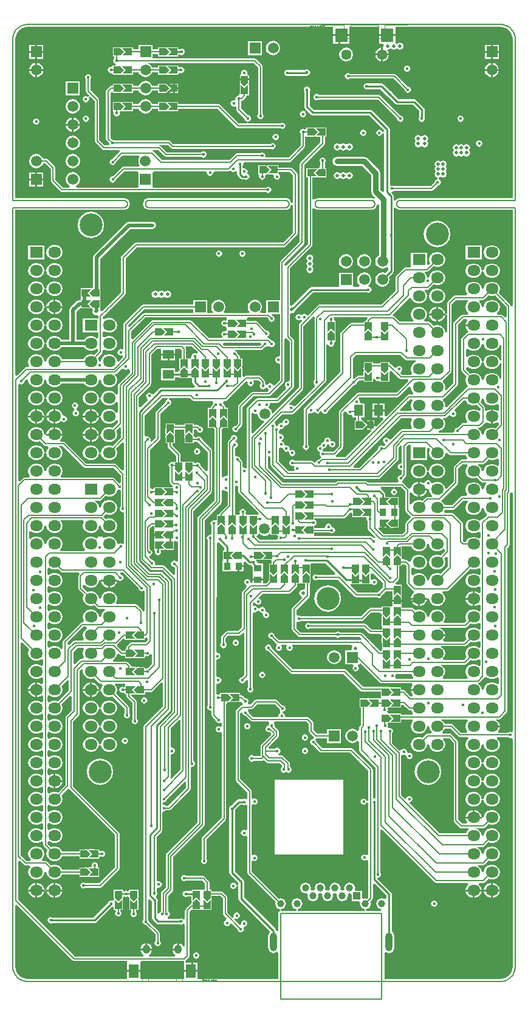
<source format=gbr>
%FSTAX23Y23*%
%MOIN*%
%SFA1B1*%

%IPPOS*%
%ADD12R,0.035430X0.039370*%
%ADD13R,0.039370X0.035430*%
%ADD16R,0.032000X0.040000*%
%ADD17R,0.040000X0.032000*%
%ADD18C,0.039370*%
%ADD43R,0.050000X0.060000*%
%ADD44R,0.060000X0.050000*%
%ADD54C,0.005100*%
%ADD55C,0.005000*%
%ADD56C,0.008000*%
%ADD57C,0.020000*%
%ADD58C,0.010000*%
%ADD59C,0.006100*%
%ADD60C,0.030000*%
%ADD63C,0.007000*%
%ADD70C,0.003940*%
%ADD71C,0.001970*%
%ADD72C,0.125980*%
%ADD73O,0.070870X0.059060*%
%ADD74R,0.070870X0.059060*%
%ADD75C,0.059060*%
%ADD76R,0.059060X0.059060*%
%ADD77O,0.041340X0.049210*%
%ADD78R,0.055120X0.074800*%
%ADD79R,0.070870X0.074800*%
%ADD80C,0.057090*%
%ADD81R,0.059060X0.059060*%
%ADD82O,0.039370X0.102360*%
%ADD83R,0.039370X0.039370*%
%ADD84C,0.015000*%
%ADD85C,0.020000*%
%ADD86C,0.016000*%
%ADD87C,0.025980*%
%LNmb1137-1*%
%LPD*%
G36*
X01657Y00294D02*
X01647D01*
X01627Y00314*
X01647Y00334*
X01657*
Y00294*
G37*
G36*
X00428Y00309D02*
Y00289D01*
X00398*
X00418Y00309*
X00398Y00329*
X00428*
Y00309*
G37*
G36*
X00854Y00318D02*
X00834Y00298D01*
X00814Y00318*
Y00328*
X00854*
Y00318*
G37*
G36*
X01092D02*
X01072Y00298D01*
X01052Y00318*
Y00328*
X01092*
Y00318*
G37*
G36*
X00913D02*
X00893Y00298D01*
X00873Y00318*
Y00328*
X00913*
Y00318*
G37*
G36*
X00854Y00278D02*
X00814D01*
Y00308*
X00834Y00288*
X00854Y00308*
Y00278*
G37*
G36*
X00795Y00291D02*
Y00281D01*
X00755*
Y00291*
X00775Y00311*
X00795Y00291*
G37*
G36*
X00913Y00278D02*
X00873D01*
Y00308*
X00893Y00288*
X00913Y00308*
Y00278*
G37*
G36*
X00408Y00309D02*
X00388Y00289D01*
X00378*
Y00329*
X00388*
X00408Y00309*
G37*
G36*
X01092Y00278D02*
X01052D01*
Y00308*
X01072Y00288*
X01092Y00308*
Y00278*
G37*
G36*
X01198Y00354D02*
Y00334D01*
X01168*
X01188Y00354*
X01168Y00374*
X01198*
Y00354*
G37*
G36*
X01178D02*
X01158Y00334D01*
X01148*
Y00374*
X01158*
X01178Y00354*
G37*
G36*
X00408Y00368D02*
X00388Y00348D01*
X00378*
Y00388*
X00388*
X00408Y00368*
G37*
G36*
X01496Y00373D02*
X01476Y00353D01*
X01466*
Y00393*
X01476*
X01496Y00373*
G37*
G36*
X00428Y00368D02*
Y00348D01*
X00398*
X00418Y00368*
X00398Y00388*
X00428*
Y00368*
G37*
G36*
X01033Y00301D02*
X01013Y00321D01*
X00993Y00301*
Y00331*
X01033*
Y00301*
G37*
G36*
X00736D02*
X00716Y00321D01*
X00696Y00301*
Y00331*
X00736*
Y00301*
G37*
G36*
X00795Y00301D02*
X00775Y00321D01*
X00755Y00301*
Y00331*
X00795*
Y00301*
G37*
G36*
X00729Y00495D02*
X00742Y00489D01*
X00742Y0049*
X00751Y00484*
Y00415*
X00707Y00371*
X00703Y00363*
Y00359*
X00691*
Y00333*
X00687Y00331*
X00675*
X00675Y00331*
X00662Y00325*
X00656Y00313*
X00662Y003*
X00663Y00299*
Y00256*
X00655Y00251*
X00655Y00251*
X00642Y00245*
X00636Y00233*
X00642Y0022*
X00642Y00219*
Y-00682*
X00642Y-00682*
X00637Y-00695*
X00642Y-00707*
X00655Y-00712*
X00655Y-00712*
X00663Y-00718*
Y-0074*
X00667Y-00749*
X00683Y-00765*
X00683Y-00765*
X00688Y-00778*
X00701Y-00783*
X0071Y-00779*
X00718Y-00784*
Y-00797*
X0071Y-00802*
X00702Y-00799*
X00689Y-00804*
X00684Y-00817*
X00689Y-00829*
X00702Y-00834*
X0071Y-00831*
X00718Y-00836*
Y-01302*
X00613Y-01408*
X00609Y-01417*
Y-01526*
X00609Y-01526*
X00604Y-01539*
X00609Y-01551*
X00622Y-01556*
X00634Y-01551*
X00639Y-01539*
X00634Y-01526*
X00634Y-01526*
Y-01422*
X00739Y-01316*
X00743Y-01307*
Y-00682*
X00751Y-00667*
X00752Y-00667*
X00753Y-00666*
X00755Y-00665*
X00755Y-00665*
X00757Y-00665*
X00761Y-00667*
X00791*
X00792Y-00667*
X00819*
Y-00666*
X00822Y-00665*
X00831Y-0067*
Y-00682*
X00822Y-00686*
X00798Y-0071*
X00794Y-00719*
Y-01094*
X00798Y-01103*
X00857Y-01162*
Y-01195*
X00849Y-01201*
X0084Y-01197*
X00833Y-012*
X00811*
X00801Y-01204*
X00768Y-01236*
X00762Y-01239*
X00757Y-01252*
X00759Y-01258*
Y-01602*
X00764Y-01612*
X00809Y-01658*
Y-01673*
X008Y-01675*
X00795Y-01663*
X00782Y-01658*
X00769Y-01663*
X00764Y-01676*
X00769Y-01688*
X00782Y-01693*
X00795Y-01688*
X008Y-01676*
X00809Y-01678*
Y-01745*
X00814Y-01755*
X00981Y-01923*
X0098Y-01929*
X00971Y-01951*
Y-02014*
X0098Y-02036*
X01002Y-02045*
X01019Y-02038*
X01027Y-02043*
Y-02187*
X00585*
Y-02147*
X00513*
Y-02187*
X0027*
Y-02147*
X00198*
Y-02187*
X-00349*
X-00349Y-02187*
Y-02186*
X-00374Y-02181*
X-00395Y-02167*
X-00409Y-02146*
X-00414Y-02121*
X-00415*
Y-01783*
X-00406Y-0178*
X-00101Y-02084*
X-00093Y-02088*
X00198*
Y-02096*
Y-02137*
X0027*
Y-02096*
Y-02095*
X00278Y-02088*
X00512*
X00513Y-02096*
Y-02137*
X00552*
Y-02096*
X00519*
X00517Y-02086*
X0052Y-02084*
X00537Y-02067*
X00541Y-02059*
Y-01816*
X00551Y-01806*
X00554Y-01807*
X00604*
X00612*
X00613Y-01807*
X00663*
Y-0178*
X00663Y-01779*
Y-01749*
X00661Y-01745*
X00661Y-01743*
X00661Y-01743*
X00663Y-0174*
Y-0174*
X00663Y-01739*
Y-01731*
X00712*
X00724Y-01744*
Y-01828*
X00728Y-01837*
X00744Y-01853*
X00742Y-01863*
X00735Y-01866*
X00729Y-01879*
X00735Y-01892*
X00747Y-01897*
X0076Y-01892*
X00763Y-01884*
X00773Y-01882*
X00804Y-01913*
X00804Y-01914*
X00809Y-01926*
X00822Y-01931*
X00834Y-01926*
X0084Y-01914*
X00838Y-01909*
X00842Y-01899*
X00854Y-01894*
X00859Y-01882*
X00854Y-01869*
X00842Y-01864*
X00829Y-01869*
X00824Y-01882*
X00826Y-01886*
X00817Y-01891*
X00788Y-01862*
X00793Y-01854*
X008Y-01856*
X00812Y-01851*
X00817Y-01839*
X00812Y-01826*
X008Y-01821*
X00787Y-01826*
X00782Y-01839*
X00784Y-01845*
X00776Y-0185*
X00749Y-01823*
Y-01739*
X00745Y-0173*
X00725Y-0171*
X00717Y-01706*
X00663*
Y-01698*
X0065*
Y-01655*
X00646Y-01646*
X00625Y-01625*
X00617Y-01621*
X00524*
X00524Y-01621*
X00512Y-01616*
X00499Y-01621*
X00494Y-01634*
X00499Y-01646*
X00512Y-01651*
X00524Y-01646*
X00524Y-01646*
X00611*
X00625Y-0166*
Y-01698*
X00613*
X00604*
X00604Y-01698*
X00554*
Y-01704*
X00522*
X0052Y-01703*
X00507Y-01708*
X00502Y-01721*
X00507Y-01733*
X0052Y-01738*
X0053Y-01734*
X00553*
Y-01756*
X00555Y-0176*
X00555Y-01762*
X00555Y-01762*
X00554Y-01765*
X00553Y-01766*
X00553Y-01774*
X00544Y-01777*
X0052Y-01802*
X00516Y-01811*
Y-01855*
X00507Y-01859*
X00495Y-01853*
X00488Y-01856*
X00423*
X00421Y-01846*
X00429Y-01843*
X00434Y-01831*
X00429Y-01818*
X00425Y-01816*
Y-01729*
X00448Y-01706*
X0045Y-01701*
X00451Y-01697*
Y-01517*
X00621Y-01348*
X00622Y-01345*
X00624Y-01339*
Y0033*
X00714Y0042*
X00718Y00429*
Y00494*
X00728Y00496*
X00729Y00495*
G37*
G36*
X02069Y00429D02*
X02066Y00426D01*
X02057Y00413*
X02054Y00399*
X02057Y00384*
X02066Y00371*
X02079Y00362*
X02094Y00359*
X02105*
X0212Y00362*
X02133Y00371*
X02142Y00384*
X02145Y00398*
X02155*
X02157Y00384*
X02166Y00371*
X02173Y00366*
X02172Y00356*
X02171Y00355*
X02159Y00344*
X02133Y00326*
X0212Y00335*
X02105Y00338*
X02094*
X02079Y00335*
X02066Y00326*
X02057Y00313*
X02054Y00299*
X02057Y00284*
X02066Y00271*
X02079Y00262*
X02094Y00259*
X02105*
X0212Y00262*
X02128Y00267*
X02137Y00263*
Y00234*
X02128Y0023*
X0212Y00235*
X02105Y00238*
X02094*
X02079Y00235*
X02066Y00226*
X02057Y00213*
X02057Y00211*
X02048*
X02041Y00218*
Y0031*
X02037Y00319*
X0199Y00366*
X01981Y0037*
X01942*
X01938Y00379*
X01942Y00385*
X01942Y00387*
X01987*
X01995Y00391*
X02043Y00438*
X02067*
X02069Y00429*
G37*
G36*
X01642Y00131D02*
X01622Y00151D01*
X01602Y00131*
Y00161*
X01642*
Y00131*
G37*
G36*
X00971Y00138D02*
Y00118D01*
X00941*
X00961Y00138*
X00941Y00158*
X00971*
Y00138*
G37*
G36*
X01701Y00131D02*
X01681Y00151D01*
X01661Y00131*
Y00161*
X01701*
Y00131*
G37*
G36*
X00385Y00192D02*
X00405Y00172D01*
X00375*
Y00192*
Y00212*
X00405*
X00385Y00192*
G37*
G36*
X01857Y00185D02*
X01866Y00172D01*
X01879Y00163*
X01894Y0016*
X01905*
X0192Y00163*
X01933Y00172*
X01934Y00173*
X01943Y0017*
Y00161*
X01919Y00136*
X01905Y00139*
X01894*
X01879Y00136*
X01866Y00127*
X01857Y00114*
X01855Y001*
X01845*
X01842Y00114*
X01833Y00127*
X0182Y00136*
X01805Y00139*
X01794*
X01779Y00136*
X01766Y00127*
X01757Y00114*
X01755Y00105*
X01746Y00102*
X01738Y00109*
X01729Y00113*
X01721*
X01706Y00121*
X01706Y00122*
Y00122*
X01705Y00124*
X01704Y00125*
X01704Y00125*
X01704Y00127*
X01706Y00131*
Y00161*
X01706Y00162*
Y00187*
X01757*
X01757Y00185*
X01766Y00172*
X01779Y00163*
X01794Y0016*
X01805*
X0182Y00163*
X01833Y00172*
X01842Y00185*
X01845Y00199*
X01855*
X01857Y00185*
G37*
G36*
X01701Y00121D02*
Y00111D01*
X01661*
Y00121*
X01681Y00141*
X01701Y00121*
G37*
G36*
X01642D02*
Y00111D01*
X01602*
Y00121*
X01622Y00141*
X01642Y00121*
G37*
G36*
X00763Y00137D02*
X00783Y00117D01*
X00753*
Y00137*
Y00157*
X00783*
X00763Y00137*
G37*
G36*
X00951Y00138D02*
X00931Y00118D01*
X00921*
Y00158*
X00931*
X00951Y00138*
G37*
G36*
X00803Y00117D02*
X00793D01*
X00773Y00137*
X00793Y00157*
X00803*
Y00117*
G37*
G36*
X01155Y00276D02*
X01175Y00256D01*
X01145*
Y00276*
Y00296*
X01175*
X01155Y00276*
G37*
G36*
X00425Y00231D02*
X00415D01*
X00395Y00251*
X00415Y00271*
X00425*
Y00231*
G37*
G36*
X01195Y00256D02*
X01185D01*
X01165Y00276*
X01185Y00296*
X01195*
Y00256*
G37*
G36*
X01033Y00291D02*
Y00281D01*
X00993*
Y00291*
X01013Y00311*
X01033Y00291*
G37*
G36*
X00736D02*
Y00281D01*
X00696*
Y00291*
X00716Y00311*
X00736Y00291*
G37*
G36*
X02315Y0048D02*
Y-00826D01*
X02307Y-00832*
X02302Y-0083*
X02289Y-00835*
X02289Y-00835*
X02239*
X02234Y-00826*
X02242Y-00815*
X02244Y-00806*
X02199*
Y-00796*
X02244*
X02242Y-00786*
X02233Y-00773*
X02221Y-00765*
X0222Y-00764*
X02221Y-00762*
X02241*
X02249Y-00758*
X02281Y-00726*
X02285Y-00718*
Y00177*
X02295Y00187*
X02299Y00196*
Y00471*
X02302Y00474*
X02305Y00482*
X02315Y0048*
G37*
G36*
X00425Y00172D02*
X00415D01*
X00395Y00192*
X00415Y00212*
X00425*
Y00172*
G37*
G36*
X00939Y00248D02*
X00953Y00245D01*
X00968Y00248*
X00979Y00256*
X00988Y00251*
Y0025*
X01022*
X01028Y00241*
X01024Y00232*
X01024Y0023*
X01019Y00222*
X00927*
X0091Y00239*
X0091Y0024*
X00909Y00241*
X00915Y0025*
X00918*
Y00252*
X00926Y00256*
X00939Y00248*
G37*
G36*
X00385Y00251D02*
X00405Y00231D01*
X00375*
Y00251*
Y00271*
X00405*
X00385Y00251*
G37*
G36*
X00347Y00284D02*
D01*
Y00276*
X00347Y00276*
Y00256*
X00368*
Y00246*
X00347*
Y00226*
Y00217*
Y00167*
X00353Y00162*
X0035Y00156*
X00355Y00143*
X00368Y00138*
X0038Y00143*
X00385Y00156*
X00383Y00162*
Y00167*
X00405*
X00409Y00169*
X00411Y00169*
X00411Y00169*
X00414Y00167*
X00414*
X00415Y00167*
X00425*
X00426Y00167*
X00456*
Y00212*
X00465Y00217*
X0047Y00215*
X00478Y00209*
Y00107*
X00469Y00104*
X00457Y00109*
X00444Y00104*
X00438Y00091*
X00444Y00078*
X00457Y00072*
X00457Y00073*
X00462Y00068*
Y00034*
X00453Y00031*
X00404Y00079*
X00396Y00083*
X00357*
X00352Y00091*
X00353Y00095*
X00348Y00108*
X00335Y00114*
X00334Y00113*
X00318Y00129*
X00321Y00134*
X00321Y00134*
X00333Y0014*
X00339Y00153*
X00333Y00165*
X00323Y0017*
Y00284*
X00336Y00297*
X00347*
Y00284*
G37*
G36*
X01516Y00373D02*
Y00353D01*
X01486*
X01506Y00373*
X01486Y00393*
X01516*
Y00373*
G37*
G36*
X01761Y0088D02*
X01757Y00874D01*
X01754Y0086*
X01757Y00845*
X01762Y00838*
X01757Y00829*
X01708*
X01699Y00825*
X01645Y00772*
X01635Y00774*
X01633Y00779*
X01621Y00784*
X01608Y00779*
X01603Y00767*
X01608Y00754*
X01613Y00752*
X01615Y00744*
X01609Y00736*
X01606*
X01606Y00736*
X01594Y00741*
X01581Y00736*
X01576Y00724*
X01577Y00721*
X01473Y00618*
X01444*
X0144Y00627*
X01702Y00889*
X01757*
X01761Y0088*
G37*
G36*
X00421Y00992D02*
X00412Y00988D01*
X00407Y00975*
X00407Y00975*
X00359Y00927*
X00356Y00919*
Y00783*
X00334Y00761*
X00325Y00767*
X00328Y00773*
X00322Y00785*
X0031Y00791*
X00304Y00789*
X00296Y00794*
Y00904*
X00393Y01001*
X0042*
X00421Y00992*
G37*
G36*
X00455Y00793D02*
Y00783D01*
X00415*
Y00793*
X00435Y00813*
X00455Y00793*
G37*
G36*
Y00803D02*
X00435Y00823D01*
X00415Y00803*
Y00833*
X00455*
Y00803*
G37*
G36*
X00559Y00793D02*
Y00783D01*
X00519*
Y00793*
X00539Y00813*
X00559Y00793*
G37*
G36*
Y0061D02*
X00539Y0059D01*
X00519Y0061*
Y0062*
X00559*
Y0061*
G37*
G36*
X005D02*
X0048Y0059D01*
X0046Y0061*
Y0062*
X005*
Y0061*
G37*
G36*
X00513Y00803D02*
D01*
X00515Y00799*
X00515Y00797*
X00515Y00797*
X00514Y00794*
X00513Y00793*
Y00783*
X00514Y00782*
Y00752*
X00564*
Y0076*
X00578*
X00579Y0076*
X00592Y00754*
X00592Y00754*
X00641Y00705*
Y00603*
X00632Y00599*
X00602Y00629*
X00603Y0063*
X00597Y00642*
X00584Y00648*
X00572Y00643*
X00564Y00648*
Y00651*
X00492*
Y00691*
X00488Y00699*
X00447Y00741*
Y00752*
X0046*
Y00782*
X0046Y00783*
Y00793*
X0046Y00794*
X00459Y00795*
X00458Y00797*
X00458Y00797*
X00458Y00799*
X0046Y00803*
Y00828*
X00513*
Y00803*
G37*
G36*
X01706Y00736D02*
Y00646D01*
X017Y00641*
X01687Y00636*
X01682Y00624*
X01687Y00611*
X017Y00606*
X01706Y00601*
Y00584*
X017Y00577*
X017Y00577*
X01687Y00572*
X01682Y0056*
X01687Y00547*
X01688Y00547*
X01686Y00537*
X01522*
X01517Y00541*
X01509Y00545*
X01356*
X01347Y00541*
X01343Y00537*
X01053*
X0097Y0062*
Y00679*
X00979Y00683*
X00986Y00678*
Y00633*
X0099Y00624*
X01052Y00562*
X01061Y00558*
X01581*
X01589Y00562*
X01683Y00656*
X01687Y00665*
Y0073*
X01697Y0074*
X01706Y00736*
G37*
G36*
X02239Y00664D02*
Y00633D01*
X0223Y00628*
X0222Y00635*
X02205Y00638*
X02194*
X02179Y00635*
X02166Y00626*
X02157Y00613*
X02155Y00599*
X02145*
X02142Y00613*
X02133Y00626*
X02121Y00634*
X0212Y00635*
X02121Y00637*
X02151*
X02159Y00641*
X0218Y00662*
X02194Y00659*
X02205*
X0222Y00662*
X0223Y00669*
X02239Y00664*
G37*
G36*
X00688Y00888D02*
X00668Y00908D01*
X00648Y00888*
Y00918*
X00688*
Y00888*
G37*
G36*
X00748Y00878D02*
Y00868D01*
X00708*
Y00878*
X00728Y00898*
X00748Y00878*
G37*
G36*
Y00888D02*
X00728Y00908D01*
X00708Y00888*
Y00918*
X00748*
Y00888*
G37*
G36*
X02157Y00984D02*
X02166Y00971D01*
X02179Y00962*
X02194Y00959*
X02205*
X0222Y00962*
X02229Y00968*
X02238Y00964*
Y00933*
X02229Y00929*
X0222Y00935*
X02205Y00938*
X02205*
Y00898*
Y00859*
X02205*
X0222Y00862*
X02229Y00868*
X02238Y00864*
Y00855*
X02219Y00835*
X02205Y00838*
X02194*
X02179Y00835*
X02166Y00826*
X02157Y00813*
X02155Y00799*
X02145*
X02142Y00813*
X02133Y00826*
X02121Y00834*
X0212Y00835*
X02121Y00837*
X02131*
X02139Y00841*
X02159Y00861*
X02161Y00865*
X0217Y00868*
X02179Y00862*
X02194Y00859*
X02195*
Y00898*
Y00938*
X02194*
X02179Y00935*
X02172Y0093*
X02163Y00935*
Y00948*
X02159Y00956*
X02138Y00978*
X02142Y00984*
X02145Y00998*
X02155*
X02157Y00984*
G37*
G36*
X02057D02*
X02066Y00971D01*
X02079Y00962*
X02094Y00959*
X02105*
X02119Y00962*
X02138Y00942*
X02137Y00933*
X02129Y00929*
X0212Y00935*
X02105Y00938*
X02094*
X02079Y00935*
X02066Y00926*
X02057Y00913*
X02054Y00899*
X02057Y00884*
X02066Y00871*
X0206Y00862*
X02041*
X02032Y00858*
X02012Y00838*
X02012Y00838*
X01999Y00833*
X01994Y00821*
X01994Y00819*
X01989Y00811*
X01909*
X01908Y00821*
X0192Y00823*
X01933Y00832*
X01942Y00845*
X01945Y0086*
X01942Y00874*
X01933Y00887*
X01934Y00889*
X01943*
X01951Y00893*
X01965Y00906*
X01975Y00904*
X01976Y00901*
X01989Y00896*
X02001Y00901*
X02006Y00914*
X02001Y00926*
X01998Y00927*
X01996Y00937*
X02045Y00986*
X02057*
X02057Y00984*
G37*
G36*
X00891Y00918D02*
X00903Y00912D01*
X00907Y00914*
X00915Y00909*
X00917Y00899*
X00926Y00887*
X00939Y00878*
X00947Y00877*
X0095Y00867*
X00889Y00806*
X0088Y0081*
Y00918*
X00889Y0092*
X00891Y00918*
G37*
G36*
X00559Y00803D02*
X00539Y00823D01*
X00519Y00803*
Y00833*
X00559*
Y00803*
G37*
G36*
X01508Y00853D02*
X01488Y00833D01*
X01478*
Y00873*
X01488*
X01508Y00853*
G37*
G36*
X00688Y00878D02*
Y00868D01*
X00648*
Y00878*
X00668Y00898*
X00688Y00878*
G37*
G36*
X0109Y01311D02*
Y01097D01*
X01082Y01091*
X01069Y01086*
X01064Y01074*
X01069Y01061*
X01071Y01051*
X01018Y00999*
X00914*
X00905Y00995*
X00859Y00949*
X00855Y0094*
Y0062*
X00847Y00614*
X00841Y00617*
X0084Y00617*
X00832Y00622*
Y00648*
X00828Y00656*
X00821Y00663*
X00821Y00664*
X00816Y00676*
X00804Y00681*
X00799Y00679*
X0079Y00685*
Y00726*
X00801Y00731*
X00807Y00744*
X00801Y00756*
X00789Y00762*
X00789Y00763*
X00799Y00767*
X00804Y0078*
X00799Y00793*
X00786Y00798*
X00773Y00793*
X00768Y0078*
X00768Y00779*
X00754Y00765*
X00751Y00757*
Y00578*
X00742Y00572*
X00742Y00573*
X00729Y00567*
X00728Y00566*
X00718Y00568*
Y0083*
X00725Y00837*
X00753*
Y00867*
X00753Y00868*
Y00878*
X00753Y00879*
X00752Y0088*
X00751Y00881*
X00751Y00882*
X00751Y00884*
X00753Y00888*
Y00918*
X00753Y00919*
Y00946*
X0074*
Y00949*
X00736Y00957*
X00731Y00963*
X00731Y00964*
X00726Y00975*
X00732Y00983*
X00738*
X00747Y00987*
X00852Y01093*
X00861Y01087*
X00859Y01083*
X00864Y0107*
X00877Y01065*
X00889Y0107*
X00894Y01083*
X0089Y01093*
X00889Y01095*
X0089Y01098*
X00919*
X00931Y01086*
Y01079*
X00931Y01079*
X00925Y01066*
X00931Y01053*
X00944Y01047*
X00957Y01053*
X00958Y01057*
X00968*
X0097Y01052*
X00975Y0105*
X00976Y01043*
X0097Y01035*
X00888*
X00879Y01031*
X0081Y00963*
X00807Y00954*
Y00861*
X00794Y00848*
X00794Y00848*
X00781Y00843*
X00776Y00831*
X00781Y00818*
X00794Y00813*
X00806Y00818*
X00811Y00831*
X00811Y00831*
X00828Y00847*
X00832Y00856*
Y00949*
X00893Y0101*
X00977*
X00985Y01014*
X01058Y01086*
X01062Y01095*
Y01325*
X01071Y01329*
X0109Y01311*
G37*
G36*
X01516Y00432D02*
Y00412D01*
X01486*
X01506Y00432*
X01486Y00452*
X01516*
Y00432*
G37*
G36*
X01496D02*
X01476Y00412D01*
X01466*
Y00452*
X01476*
X01496Y00432*
G37*
G36*
X01617D02*
X01637Y00412D01*
X01607*
Y00432*
Y00452*
X01637*
X01617Y00432*
G37*
G36*
X01178Y00473D02*
X01158Y00453D01*
X01148*
Y00493*
X01158*
X01178Y00473*
G37*
G36*
X01657Y00412D02*
X01647D01*
X01627Y00432*
X01647Y00452*
X01657*
Y00412*
G37*
G36*
X01178Y00414D02*
X01158Y00394D01*
X01148*
Y00434*
X01158*
X01178Y00414*
G37*
G36*
X01435Y00367D02*
Y00348D01*
X01465*
X01466Y00347*
X01476*
X01477Y00348*
X01477*
X01478Y00348*
X0148Y00349*
X0148Y00349*
X01482Y00349*
X01486Y00347*
X01508*
X01513Y00339*
X01512Y00336*
X01517Y00323*
X01517Y00323*
Y00286*
X01521Y00278*
X01561Y00237*
X01559Y00234*
X01549Y00233*
X01544Y00239*
X01535Y00243*
X01226*
Y00251*
Y00262*
X01309*
X01322Y00256*
X01335Y00262*
X0134Y00275*
X01335Y00288*
X01322Y00293*
X01322Y00293*
X01322Y00293*
X01322Y00294*
X01321Y00295*
X01316Y00306*
X01304Y00312*
X01291Y00306*
X01285Y00294*
X0128Y00286*
X01226*
Y00301*
X01226Y00301*
X01234Y00304*
X01239Y00317*
X01234Y0033*
X01226Y00333*
Y00341*
X01387*
X01395Y00345*
X01421Y0037*
X01422Y0037*
X01426Y00372*
X01435Y00367*
G37*
G36*
X01198Y00414D02*
Y00394D01*
X01168*
X01188Y00414*
X01168Y00434*
X01198*
Y00414*
G37*
G36*
X00426Y00407D02*
X00416D01*
X00396Y00427*
X00416Y00447*
X00426*
Y00407*
G37*
G36*
X00386Y00427D02*
X00406Y00407D01*
X00376*
Y00427*
Y00447*
X00406*
X00386Y00427*
G37*
G36*
X01755Y00738D02*
D01*
Y00661*
X01844*
Y00725*
X01853Y00728*
X01861Y0072*
X01857Y00714*
X01854Y007*
X01857Y00685*
X01866Y00672*
X01879Y00663*
X01894Y0066*
X01905*
X0192Y00663*
X01933Y00672*
X01942Y00685*
X01944Y00698*
X01954Y00701*
X01965Y0069*
X01974Y00686*
X02057*
X02057Y00684*
X02066Y00671*
X0206Y00662*
X02034*
X02025Y00658*
X01994Y00627*
X0199Y00619*
Y00542*
X01953Y00504*
X01943Y00507*
X01942Y00514*
X01933Y00527*
X0192Y00536*
X01905Y00539*
X01894*
X01879Y00536*
X01876Y00534*
X01866Y00537*
X01862Y00546*
X0185Y00551*
X01837Y00546*
X01833Y00537*
X01823Y00534*
X0182Y00536*
X01805Y00539*
X01805*
Y00505*
X01844*
X01845Y005*
X01845Y00499*
X01855*
X01857Y00485*
X01866Y00472*
X01872Y00467*
X0187Y00458*
X01846*
X01837Y00454*
X01819Y00436*
X01805Y00439*
X01794*
X01779Y00436*
X01766Y00427*
X01759Y00417*
X01749Y0042*
Y00479*
X01759Y00482*
X01766Y00472*
X01779Y00463*
X01794Y0046*
X01795*
Y00499*
Y00539*
X01794*
X01779Y00536*
X01766Y00527*
X01757Y00514*
X01756Y00507*
X01746Y00503*
X01716Y00533*
X01709Y00536*
Y00546*
X01712Y00547*
X01717Y0056*
X01717Y0056*
X01727Y0057*
X01731Y00579*
Y00733*
X01743Y00745*
X01755*
Y00738*
G37*
G36*
X02068Y00628D02*
X02066Y00626D01*
X02057Y00613*
X02054Y00599*
X02057Y00584*
X02066Y00571*
X02079Y00562*
X02094Y00559*
X02105*
X02119Y00562*
X02139Y00542*
X02148Y00538*
X02167*
X02169Y00529*
X02166Y00526*
X02157Y00513*
X02155Y00499*
X02145*
X02142Y00513*
X02133Y00526*
X0212Y00535*
X02105Y00538*
X02094*
X02079Y00535*
X02066Y00526*
X02057Y00513*
X02054Y00499*
X02057Y00484*
X02065Y00472*
X02061Y00463*
X02038*
X02029Y00459*
X01981Y00412*
X01942*
X01942Y00414*
X01933Y00427*
X0192Y00436*
X0192Y00436*
X0192Y00437*
X02011Y00528*
X02015Y00537*
Y00613*
X02039Y00637*
X02065*
X02068Y00628*
G37*
G36*
X00807Y00516D02*
Y00488D01*
X00811Y00479*
X00923Y00367*
X00918Y00359*
X00868*
X00859*
X00854*
X00848Y00368*
X00851Y00376*
X00846Y00388*
X00834Y00393*
X00821Y00388*
X00816Y00376*
X00819Y00368*
X00813Y00359*
X008*
Y0036*
X0079*
Y00516*
X00799Y00521*
X00799Y00521*
X00807Y00516*
G37*
G36*
X00559Y0057D02*
X00519D01*
Y006*
X00539Y0058*
X00559Y006*
Y0057*
G37*
G36*
X005D02*
X0046D01*
Y006*
X0048Y0058*
X005Y006*
Y0057*
G37*
G36*
X00158Y00497D02*
D01*
X00164Y00492*
Y00405*
X00163Y00405*
X00158Y00392*
X00163Y00379*
X00176Y00374*
X00183Y0037*
Y00206*
X00174Y002*
X00164Y00204*
X00152Y002*
X00144Y00204*
X00142Y00214*
X00133Y00227*
X0012Y00236*
X00105Y00239*
X00094*
X00079Y00236*
X00072Y00232*
X00064Y00236*
Y0024*
X00038Y00239*
Y00235*
X00029Y0023*
X0002Y00236*
X00005Y00239*
X-00005*
X-0002Y00236*
X-00033Y00227*
X-00042Y00214*
X-00045Y002*
X-00042Y00185*
X-00033Y00172*
X-00031Y0017*
X-00034Y00161*
X-00165*
X-00168Y0017*
X-00166Y00172*
X-00157Y00185*
X-00154Y002*
X-00157Y00214*
X-00166Y00227*
X-00179Y00236*
X-00194Y00239*
X-00205*
X-0022Y00236*
X-00233Y00227*
X-00242Y00214*
X-00245Y002*
X-00255*
X-00257Y00214*
X-00266Y00227*
X-00279Y00236*
X-00294Y00239*
X-00305*
X-0032Y00236*
X-00331Y00228*
X-0034Y00233*
Y00266*
X-00331Y00271*
X-0032Y00263*
X-00305Y0026*
X-00294*
X-00279Y00263*
X-00266Y00272*
X-00257Y00285*
X-00255Y00299*
X-00245*
X-00242Y00285*
X-00233Y00272*
X-0022Y00263*
X-00205Y0026*
X-00194*
X-00179Y00263*
X-00166Y00272*
X-00157Y00285*
X-00154Y003*
X-00157Y00314*
X-00166Y00327*
X-00165Y00329*
X-00042*
X-00038Y0032*
X-00042Y00314*
X-00045Y003*
X-00042Y00285*
X-00033Y00272*
X-0002Y00263*
X-00005Y0026*
X00005*
X0002Y00263*
X00033Y00272*
X00042Y00285*
X00045Y00299*
X00055*
X00057Y00285*
X00066Y00272*
X00079Y00263*
X00094Y0026*
X00105*
X0012Y00263*
X00133Y00272*
X00142Y00285*
X00145Y003*
X00142Y00314*
X00133Y00327*
X0012Y00336*
X00105Y00339*
X00094*
X0008Y00336*
X00067Y0035*
X0008Y00363*
X00094Y0036*
X00105*
X0012Y00363*
X00133Y00372*
X00142Y00385*
X00145Y004*
X00142Y00414*
X00133Y00427*
X0012Y00436*
X00105Y00439*
X00094*
X00079Y00436*
X00066Y00427*
X00057Y00414*
X00055Y004*
X00045*
X00042Y00414*
X00033Y00427*
X00021Y00435*
X0002Y00436*
X00021Y00438*
X00051*
X00059Y00442*
X0008Y00463*
X00094Y0046*
X00105*
X0012Y00463*
X00133Y00472*
X00142Y00485*
X00144Y00494*
X00152Y00499*
X00158Y00497*
G37*
G36*
X01198Y00473D02*
Y00453D01*
X01168*
X01188Y00473*
X01168Y00493*
X01198*
Y00473*
G37*
G36*
X00408Y00486D02*
X00388Y00466D01*
X00378*
Y00506*
X00388*
X00408Y00486*
G37*
G36*
X01725Y00489D02*
Y00385D01*
X01728Y00376*
X01756Y00349*
X01756Y00346*
X0173Y00319*
X01726Y00311*
Y00269*
X01711Y00254*
X01608*
X01579Y00283*
Y00289*
X01595*
Y00314*
X01605*
Y00289*
X01621*
Y00294*
X01607*
Y00314*
Y00334*
X01637*
X01617Y00314*
X01628Y00302*
X0163Y00303*
X01643Y0029*
X01646Y00289*
X01647Y00288*
X01657*
X01658Y00289*
X01688*
Y00339*
Y00341*
X01692Y00344*
Y00401*
X01688*
Y00407*
Y00457*
X01658*
X01657Y00457*
X01647*
X01646Y00457*
X01645Y00456*
X01643Y00455*
X01643Y00455*
X01641Y00455*
X01637Y00457*
X01615*
Y00473*
X01612Y00481*
X0161Y00484*
X01593Y00501*
X0159Y00502*
X01592Y00512*
X0166*
X01661Y00502*
X01651Y00498*
X01646Y00485*
X01651Y00473*
X01664Y00468*
X01676Y00473*
X01681Y00485*
X01676Y00498*
X01666Y00502*
X01667Y00512*
X01702*
X01725Y00489*
G37*
G36*
X00428Y00486D02*
Y00466D01*
X00398*
X00418Y00486*
X00398Y00506*
X00428*
Y00486*
G37*
G36*
X01342Y0004D02*
X01338Y0003D01*
X01243*
X01234Y00034*
X01221Y00029*
X01216Y00017*
X01221Y00004*
X01234Y0*
X01243Y00003*
X01355*
X01449Y-0009*
X01452Y-00091*
X01459Y-00094*
X0157*
X0158Y-00098*
X01592Y-00093*
X01596Y-00084*
X01621Y-00059*
X01654*
Y-00067*
Y-00082*
X01654Y-00083*
X01656Y-00086*
Y-00091*
X01655Y-00091*
Y-00107*
X01705*
Y-00091*
X017Y-00091*
Y-00089*
Y-00088*
X01703Y-00086*
X01705Y-00083*
X01705Y-00082*
Y-00081*
Y-00052*
X01705Y-00051*
Y-00024*
X01674*
X0167Y-00015*
X01689Y00004*
X01693Y00013*
Y0008*
X01706*
Y00088*
X01724*
X01733Y00079*
Y-00017*
X01737Y-00026*
X01766Y-00055*
X01771Y-00057*
X01772Y-00067*
X01766Y-00072*
X01757Y-00085*
X01755Y-00095*
X01844*
X01845Y-001*
X01845Y-001*
X01855*
X01857Y-00114*
X01866Y-00127*
X01879Y-00136*
X01894Y-00139*
X01905*
X0192Y-00136*
X01933Y-00127*
X01942Y-00114*
X01945Y-001*
X01942Y-00085*
X01933Y-00072*
X01928Y-00068*
X01931Y-00059*
X01954*
X01962Y-00055*
X0208Y00062*
X02094Y00059*
X02105*
X0212Y00062*
X02128Y00067*
X02137Y00063*
Y00034*
X02128Y0003*
X0212Y00035*
X02105Y00038*
X02094*
X02079Y00035*
X02066Y00026*
X02057Y00013*
X02054Y-00001*
X02057Y-00015*
X02066Y-00028*
X02079Y-00037*
X02094Y-0004*
X02105*
X0212Y-00037*
X02128Y-00032*
X02137Y-00036*
Y-00065*
X02128Y-00069*
X0212Y-00064*
X02105Y-00061*
X02105*
Y-00101*
Y-0014*
X02105*
X0212Y-00137*
X02128Y-00132*
X02137Y-00136*
Y-00165*
X02128Y-00169*
X0212Y-00164*
X02105Y-00161*
X02094*
X02079Y-00164*
X02066Y-00173*
X02057Y-00186*
X02054Y-00201*
X02057Y-00215*
X02061Y-00221*
X02048Y-00234*
X01939*
X01934Y-00225*
X01942Y-00214*
X01945Y-002*
X01942Y-00185*
X01933Y-00172*
X0192Y-00163*
X01905Y-0016*
X01894*
X01879Y-00163*
X01866Y-00172*
X01857Y-00185*
X01855Y-00199*
X01845*
X01842Y-00185*
X01833Y-00172*
X0182Y-00163*
X01805Y-0016*
X01794*
X0178Y-00163*
X01772Y-00155*
X01763Y-00151*
X01706*
Y-00142*
X01705*
Y-00133*
Y-00117*
X01655*
Y-00133*
Y-00136*
X01648Y-00142*
X01646*
X01596*
Y-00151*
X01534*
X01525Y-00155*
X01482Y-00197*
X01154*
X01154Y-00197*
X01142Y-00192*
X01136Y-00194*
X01128Y-00188*
Y-00162*
X01197Y-00093*
X012Y-00084*
Y-00018*
X01205*
Y00011*
X01205Y00012*
Y00022*
X01205Y00023*
Y00023*
X01204Y00024*
X01204Y00025*
X01203Y00026*
X01204Y00028*
X01205Y00032*
Y00062*
X01205Y00063*
Y0009*
X01209Y00094*
X01288*
X01342Y0004*
G37*
G36*
X00771Y-00642D02*
X00751Y-00662D01*
X00741*
Y-00622*
X00751*
X00771Y-00642*
G37*
G36*
X01673Y-00672D02*
Y-00692D01*
X01643*
X01663Y-00672*
X01643Y-00652*
X01673*
Y-00672*
G37*
G36*
X00791Y-00642D02*
Y-00662D01*
X00761*
X00781Y-00642*
X00761Y-00622*
X00791*
Y-00642*
G37*
G36*
X01653Y-00613D02*
X01633Y-00633D01*
X01623*
Y-00593*
X01633*
X01653Y-00613*
G37*
G36*
X-00121Y-00551D02*
Y-00603D01*
X-0018Y-00663*
X-00194Y-0066*
X-00205*
X-0022Y-00663*
X-00228Y-00669*
X-00237Y-00664*
Y-00635*
X-00228Y-0063*
X-0022Y-00636*
X-00205Y-00639*
X-00194*
X-00179Y-00636*
X-00166Y-00627*
X-00157Y-00614*
X-00154Y-006*
X-00157Y-00585*
X-00161Y-00579*
X-0013Y-00548*
X-00121Y-00551*
G37*
G36*
X0174Y-00708D02*
D01*
X01749Y-00712*
X01757*
X01757Y-00714*
X01766Y-00727*
X01766Y-00728*
X01764Y-00737*
X01701*
Y-0073*
X01674*
X01673Y-00729*
X01643*
X01639Y-00731*
X01637Y-00731*
X01637Y-00731*
X01634Y-0073*
X01633Y-00729*
X01632*
X01626Y-00721*
X0163Y-00711*
X01628Y-00706*
X01633Y-00697*
X01634Y-00697*
X01635Y-00696*
X01637Y-00695*
X01637Y-00695*
X01639Y-00695*
X01643Y-00697*
X01673*
X01674Y-00697*
X01701*
Y-00682*
X01713*
X0174Y-00708*
G37*
G36*
X01034Y-00703D02*
X01034Y-00703D01*
X01039Y-00716*
X01039Y-00716*
Y-00726*
X01034Y-00729*
X01028Y-00742*
X01023Y-0075*
X00891*
X00867Y-00725*
X00867Y-00725*
X00862Y-00712*
X00862Y-00707*
X0088*
X00888Y-00703*
X00913Y-00679*
X0101*
X01034Y-00703*
G37*
G36*
X01535Y-00672D02*
X01515Y-00692D01*
X01505*
Y-00652*
X01515*
X01535Y-00672*
G37*
G36*
X01653D02*
X01633Y-00692D01*
X01623*
Y-00652*
X01633*
X01653Y-00672*
G37*
G36*
X01555D02*
Y-00692D01*
X01525*
X01545Y-00672*
X01525Y-00652*
X01555*
Y-00672*
G37*
G36*
X00265Y-0052D02*
X00255D01*
X00235Y-005*
X00255Y-0048*
X00265*
Y-0052*
G37*
G36*
X00225Y-005D02*
X00245Y-0052D01*
X00215*
Y-005*
Y-0048*
X00245*
X00225Y-005*
G37*
G36*
X00159Y-00408D02*
X00168Y-00412D01*
X00187*
Y-00425*
X00217*
X00218Y-00425*
X00228*
X00229Y-00425*
X0023Y-00424*
X00232Y-00423*
X00232Y-00423*
X00234Y-00423*
X00238Y-00425*
X00268*
X00269Y-00425*
X00296*
Y-00419*
X00305Y-00414*
X00311Y-00416*
X00323Y-00411*
X00326Y-00403*
X00336Y-00405*
Y-00456*
X00311Y-00482*
X00311Y-00482*
X00305Y-00484*
X00296Y-00479*
Y-00475*
X00266*
X00265Y-00474*
X00255*
X00254Y-00475*
X00253Y-00475*
X00251Y-00476*
X00251Y-00476*
X00249Y-00476*
X00245Y-00474*
X0022*
Y-0047*
X00216Y-00461*
X00204Y-00449*
X00195Y-00445*
X00124*
X00121Y-00436*
X00133Y-00427*
X00142Y-00414*
X00143Y-00405*
X00153Y-00402*
X00159Y-00408*
G37*
G36*
X-00037Y-00378D02*
X-00042Y-00385D01*
X-00045Y-004*
X-00042Y-00414*
X-00037Y-00421*
X-00042Y-0043*
X-00051*
X-0006Y-00434*
X-00087Y-0046*
X-00096Y-00457*
Y-00392*
X-00073Y-00369*
X-00042*
X-00037Y-00378*
G37*
G36*
X-00338Y-00379D02*
X-00342Y-00385D01*
X-00345Y-004*
X-00342Y-00414*
X-00333Y-00427*
X-0032Y-00436*
X-00305Y-00439*
X-00294*
X-00279Y-00436*
X-00271Y-0043*
X-00262Y-00435*
Y-00464*
X-00271Y-00469*
X-00279Y-00463*
X-00294Y-0046*
X-00305*
X-0032Y-00463*
X-00333Y-00472*
X-00342Y-00485*
X-00345Y-005*
X-00342Y-00514*
X-00333Y-00527*
X-0032Y-00536*
X-00305Y-00539*
X-00294*
X-00279Y-00536*
X-00271Y-0053*
X-00262Y-00535*
Y-00564*
X-00271Y-00569*
X-00279Y-00563*
X-00294Y-0056*
X-00295*
Y-006*
Y-00639*
X-00294*
X-00279Y-00636*
X-00271Y-0063*
X-00262Y-00635*
Y-00664*
X-00271Y-00669*
X-00279Y-00663*
X-00294Y-0066*
X-00305*
X-0032Y-00663*
X-00333Y-00672*
X-00342Y-00685*
X-00345Y-007*
X-00342Y-00714*
X-00333Y-00727*
X-0032Y-00736*
X-00305Y-00739*
X-00294*
X-00279Y-00736*
X-00271Y-0073*
X-00262Y-00735*
Y-00764*
X-00271Y-00769*
X-00279Y-00763*
X-00294Y-0076*
X-00305*
X-0032Y-00763*
X-00333Y-00772*
X-00342Y-00785*
X-00345Y-008*
X-00342Y-00814*
X-00333Y-00827*
X-0032Y-00836*
X-00305Y-00839*
X-00294*
X-00279Y-00836*
X-00271Y-0083*
X-00262Y-00835*
Y-00864*
X-00271Y-00869*
X-00279Y-00863*
X-00294Y-0086*
X-00305*
X-0032Y-00863*
X-00333Y-00872*
X-00342Y-00885*
X-00345Y-009*
X-00342Y-00914*
X-00333Y-00927*
X-0032Y-00936*
X-00305Y-00939*
X-00294*
X-00279Y-00936*
X-00271Y-0093*
X-00262Y-00935*
Y-00964*
X-00271Y-00969*
X-00279Y-00963*
X-00294Y-0096*
X-00305*
X-0032Y-00963*
X-00333Y-00972*
X-00342Y-00985*
X-00345Y-01*
X-00342Y-01014*
X-00333Y-01027*
X-0032Y-01036*
X-00305Y-01039*
X-00294*
X-00279Y-01036*
X-00271Y-0103*
X-00262Y-01035*
Y-01064*
X-00271Y-01069*
X-00279Y-01063*
X-00294Y-0106*
X-00305*
X-0032Y-01063*
X-00333Y-01072*
X-00342Y-01085*
X-00345Y-011*
X-00342Y-01114*
X-00333Y-01127*
X-0032Y-01136*
X-00305Y-01139*
X-00294*
X-00279Y-01136*
X-00271Y-0113*
X-00262Y-01135*
Y-01164*
X-00271Y-01169*
X-00279Y-01163*
X-00294Y-0116*
X-00305*
X-0032Y-01163*
X-00333Y-01172*
X-00342Y-01185*
X-00345Y-012*
X-00342Y-01214*
X-00333Y-01227*
X-0032Y-01236*
X-00305Y-01239*
X-00294*
X-00279Y-01236*
X-00271Y-0123*
X-00262Y-01235*
Y-01264*
X-00271Y-01269*
X-00279Y-01263*
X-00294Y-0126*
X-00305*
X-0032Y-01263*
X-00333Y-01272*
X-00342Y-01285*
X-00345Y-013*
X-00342Y-01314*
X-00333Y-01327*
X-0032Y-01336*
X-00305Y-01339*
X-00294*
X-00279Y-01336*
X-00271Y-0133*
X-00262Y-01335*
Y-01364*
X-00271Y-01369*
X-00279Y-01363*
X-00294Y-0136*
X-00305*
X-0032Y-01363*
X-00333Y-01372*
X-00342Y-01385*
X-00345Y-014*
X-00342Y-01414*
X-00333Y-01427*
X-0032Y-01436*
X-00305Y-01439*
X-00294*
X-00279Y-01436*
X-00271Y-0143*
X-00262Y-01435*
Y-0145*
X-00258Y-01458*
X-00238Y-01479*
X-00242Y-01485*
X-00245Y-01499*
X-00255*
X-00257Y-01485*
X-00266Y-01472*
X-00279Y-01463*
X-00294Y-0146*
X-00305*
X-0032Y-01463*
X-00333Y-01472*
X-00342Y-01485*
X-00345Y-015*
X-00342Y-01514*
X-00333Y-01527*
X-0033Y-01529*
X-00333Y-01539*
X-00353*
X-00385Y-01506*
Y-00344*
X-00376Y-00341*
X-00338Y-00379*
G37*
G36*
X00226Y-006D02*
X00246Y-0062D01*
X00216*
Y-006*
Y-0058*
X00246*
X00226Y-006*
G37*
G36*
X01673Y-00613D02*
Y-00633D01*
X01643*
X01663Y-00613*
X01643Y-00593*
X01673*
Y-00613*
G37*
G36*
X00266Y-0062D02*
X00256D01*
X00236Y-006*
X00256Y-0058*
X00266*
Y-0062*
G37*
G36*
X01757Y-00514D02*
X01766Y-00527D01*
X01769Y-0053*
X01767Y-00539*
X01675*
X01669Y-00531*
X01672Y-00524*
X01671Y-0052*
X01676Y-00512*
X01757*
X01757Y-00514*
G37*
G36*
X02179Y-00537D02*
X02194Y-0054D01*
X02205*
X0222Y-00537*
X0223Y-0053*
X02239Y-00535*
Y-00566*
X0223Y-00571*
X0222Y-00564*
X02205Y-00561*
X02194*
X02179Y-00564*
X02166Y-00573*
X02157Y-00586*
X02155Y-006*
X02145*
X02142Y-00586*
X02133Y-00573*
X02123Y-00566*
X02124Y-00564*
X02132Y-0056*
X02158Y-00535*
X02158Y-00533*
X0216Y-00532*
X02168Y-0053*
X02179Y-00537*
G37*
G36*
X00018Y-016D02*
Y-0162D01*
X-00011*
X00008Y-016*
X-00011Y-0158*
X00018*
Y-016*
G37*
G36*
X-00001D02*
X-00021Y-0162D01*
X-00031*
Y-0158*
X-00021*
X-00001Y-016*
G37*
G36*
X-00043Y-00492D02*
X-00045Y-005D01*
X-00042Y-00514*
X-00033Y-00527*
X-0002Y-00536*
X-00005Y-00539*
X00005*
X00019Y-00536*
X00045Y-00562*
X00054Y-00566*
X00059*
X00064Y-00575*
X00057Y-00585*
X00055Y-00599*
X0005*
X00043Y-00594*
X00042Y-00585*
X00033Y-00572*
X0002Y-00563*
X00005Y-0056*
X00005*
Y-00595*
X00044*
X00045Y-006*
X00045Y-006*
X00049*
X00056Y-00605*
X00057Y-00614*
X00066Y-00627*
X00079Y-00636*
X00094Y-00639*
X00105*
X00119Y-00636*
X00185Y-00703*
Y-00728*
X00185Y-00728*
X0018Y-00741*
X00185Y-00753*
X00198Y-00758*
X0021Y-00753*
X00215Y-00741*
X0021Y-00728*
X0021Y-00728*
Y-00698*
X00206Y-00689*
X00138Y-0062*
X00142Y-00614*
X00145Y-006*
X00142Y-00585*
X00133Y-00572*
X00135Y-00566*
X00188*
Y-00575*
Y-0058*
X00179Y-00585*
X00174Y-00583*
X00161Y-00588*
X00156Y-00601*
X00161Y-00613*
X00174Y-00618*
X00179Y-00616*
X00188Y-00621*
Y-00625*
X00196*
Y-00636*
X002Y-00644*
X00228Y-00673*
Y-00761*
X00224Y-00772*
X00229Y-00784*
X00242Y-00789*
X00254Y-00784*
X00259Y-00772*
X00254Y-00759*
X00253Y-00758*
Y-00668*
X00249Y-00659*
X00221Y-00631*
Y-00625*
X00246*
X0025Y-00623*
X00252Y-00623*
X00252Y-00623*
X00255Y-00625*
X00255*
X00256Y-00625*
X00266*
X00267Y-00625*
X00297*
Y-00612*
X0033*
X00338Y-00608*
X00387Y-0056*
X00396Y-00563*
Y-00691*
X00292Y-00795*
X00289Y-00804*
Y-01859*
X00288Y-01859*
X00283Y-01872*
X00288Y-01884*
X00301Y-01889*
X00302Y-01889*
X00354Y-01941*
Y-01978*
X00354Y-01978*
X00349Y-01991*
X00354Y-02003*
X00367Y-02008*
X00379Y-02003*
X00384Y-01991*
X00379Y-01978*
X00379Y-01978*
Y-01936*
X00375Y-01927*
X00317Y-01869*
X00314Y-0186*
Y-01752*
X00323Y-01748*
X00335Y-01761*
X00336Y-01761*
Y-01853*
X0034Y-01863*
X00359Y-01882*
X00369Y-01886*
X00488*
X00495Y-01889*
X00507Y-01884*
X00516Y-01887*
Y-02006*
X00506Y-02008*
X00502Y-01997*
X00484Y-0199*
Y-02024*
X00479*
Y-02029*
X00448*
X00456Y-0205*
X00464Y-02053*
X00462Y-02063*
X00321*
X00319Y-02053*
X00327Y-0205*
X00335Y-02029*
X00272*
X00281Y-0205*
X00289Y-02053*
X00287Y-02063*
X-00087*
X-00399Y-01751*
Y-0154*
X-0039Y-01537*
X-00367Y-0156*
X-00358Y-01563*
X-00338*
X-00333Y-01572*
X-00342Y-01585*
X-00345Y-016*
X-00342Y-01614*
X-00333Y-01627*
X-0032Y-01636*
X-00305Y-01639*
X-00294*
X-00279Y-01636*
X-00266Y-01627*
X-00257Y-01614*
X-00255Y-016*
X-00245*
X-00242Y-01614*
X-00233Y-01627*
X-0022Y-01636*
X-00205Y-01639*
X-00194*
X-00179Y-01636*
X-00166Y-01627*
X-00157Y-01614*
X-00157Y-01612*
X-00062*
Y-01625*
X-00032*
X-00031Y-01625*
X-00021*
X-0002Y-01625*
X-0002*
X-00019Y-01624*
X-00017Y-01623*
X-00017Y-01623*
X-00015Y-01623*
X-00011Y-01625*
X00018*
X00019Y-01625*
X00046*
Y-01575*
X00043*
X00038Y-01566*
X00039Y-01563*
X00034Y-0155*
X00022Y-01545*
X00009Y-0155*
X00004Y-01563*
X00005Y-01566*
X0Y-01574*
X-00011*
X-00015Y-01576*
X-00017Y-01576*
X-00017Y-01576*
X-0002Y-01575*
X-0002*
X-00021Y-01574*
X-00031*
X-00032Y-01575*
X-00062*
Y-01587*
X-00157*
X-00157Y-01585*
X-00166Y-01572*
X-00179Y-01563*
X-00194Y-0156*
X-00205*
X-00219Y-01563*
X-00239Y-01542*
X-00248Y-01539*
X-00266*
X-00269Y-01529*
X-00266Y-01527*
X-00257Y-01514*
X-00255Y-015*
X-00245*
X-00242Y-01514*
X-00233Y-01527*
X-0022Y-01536*
X-00205Y-01539*
X-00194*
X-00179Y-01536*
X-00166Y-01527*
X-00157Y-01514*
X-00157Y-01512*
X-00062*
Y-01525*
X-00032*
X-00031Y-01525*
X-00021*
X-0002Y-01525*
X-0002*
X-00019Y-01524*
X-00017Y-01523*
X-00017Y-01523*
X-00015Y-01523*
X-00011Y-01525*
X00018*
X00019Y-01525*
X00046*
Y-0152*
X00055Y-01514*
X00062Y-01517*
X00074Y-01512*
X00079Y-015*
X00074Y-01487*
X00062Y-01482*
X00055Y-01485*
X00046Y-01479*
Y-01475*
X00019*
X00018Y-01474*
X-00011*
X-00015Y-01476*
X-00017Y-01476*
X-00017Y-01476*
X-0002Y-01475*
X-0002*
X-00021Y-01474*
X-00031*
X-00032Y-01475*
X-00062*
Y-01487*
X-00157*
X-00157Y-01485*
X-00166Y-01472*
X-00179Y-01463*
X-00194Y-0146*
X-00205*
X-00219Y-01463*
X-00237Y-01444*
Y-01435*
X-00228Y-0143*
X-0022Y-01436*
X-00205Y-01439*
X-00194*
X-00179Y-01436*
X-00166Y-01427*
X-00157Y-01414*
X-00154Y-014*
X-00157Y-01385*
X-00166Y-01372*
X-00179Y-01363*
X-00194Y-0136*
X-00205*
X-0022Y-01363*
X-00228Y-01369*
X-00237Y-01364*
Y-01335*
X-00228Y-0133*
X-0022Y-01336*
X-00205Y-01339*
X-00194*
X-00179Y-01336*
X-00166Y-01327*
X-00157Y-01314*
X-00154Y-013*
X-00157Y-01285*
X-00166Y-01272*
X-00179Y-01263*
X-00194Y-0126*
X-00205*
X-0022Y-01263*
X-00228Y-01269*
X-00237Y-01264*
Y-01235*
X-00228Y-0123*
X-0022Y-01236*
X-00205Y-01239*
X-00194*
X-00179Y-01236*
X-00166Y-01227*
X-00157Y-01214*
X-00154Y-012*
X-00157Y-01185*
X-00161Y-01179*
X-00125Y-01142*
X-00118Y-01144*
X00133Y-01396*
Y-01574*
X00045Y-01661*
X-00028*
X-00028Y-01661*
X-00041Y-01656*
X-00053Y-01661*
X-00058Y-01674*
X-00053Y-01686*
X-00041Y-01691*
X-00028Y-01686*
X-00028Y-01686*
X00051*
X00059Y-01682*
X00154Y-01588*
X00157Y-01579*
Y-01391*
X00154Y-01382*
X-00097Y-0113*
Y-00774*
X-00065Y-00741*
X-00061Y-00733*
Y-00497*
X-00052Y-00487*
X-00043Y-00492*
G37*
G36*
X00018Y-015D02*
Y-0152D01*
X-00011*
X00008Y-015*
X-00011Y-0148*
X00018*
Y-015*
G37*
G36*
X-00001D02*
X-00021Y-0152D01*
X-00031*
Y-0148*
X-00021*
X-00001Y-015*
G37*
G36*
X00658Y-01779D02*
X00618D01*
Y-01749*
X00638Y-01769*
X00658Y-01749*
Y-01779*
G37*
G36*
X00599Y-01766D02*
Y-01776D01*
X00559*
Y-01766*
X00579Y-01746*
X00599Y-01766*
G37*
G36*
X00658Y-01739D02*
X00638Y-01759D01*
X00618Y-01739*
Y-01729*
X00658*
Y-01739*
G37*
G36*
X0162Y-01727D02*
Y-01743D01*
X01612Y-01748*
X01596Y-01742*
X01575Y-01751*
X01566Y-01773*
X01575Y-01795*
X01594Y-01803*
X01592Y-01812*
X01511*
X01509Y-01803*
X01528Y-01795*
X01537Y-01773*
X01533Y-01763*
X01543Y-01753*
X01547Y-01744*
Y-01667*
X01556Y-01663*
X0162Y-01727*
G37*
G36*
X00599Y-01756D02*
X00579Y-01736D01*
X00559Y-01756*
Y-01726*
X00599*
Y-01756*
G37*
G36*
X01766Y-00771D02*
X01766Y-00772D01*
X01757Y-00785*
X01754Y-008*
X01757Y-00814*
X01766Y-00827*
X01779Y-00836*
X01794Y-00839*
X01805*
X0182Y-00836*
X01833Y-00827*
X01842Y-00814*
X01845Y-008*
X01855*
X01857Y-00814*
X01866Y-00827*
X01871Y-00831*
X01868Y-0084*
X01847*
X01838Y-00844*
X01819Y-00863*
X01805Y-0086*
X01794*
X01779Y-00863*
X01766Y-00872*
X01757Y-00885*
X01754Y-009*
X01757Y-00914*
X01766Y-00927*
X01779Y-00936*
X01794Y-00939*
X01805*
X0182Y-00936*
X01833Y-00927*
X01842Y-00914*
X01845Y-009*
X01855*
X01857Y-00914*
X01866Y-00927*
X01879Y-00936*
X01894Y-00939*
X01905*
X0192Y-00936*
X01933Y-00927*
X01942Y-00914*
X01945Y-009*
X01942Y-00885*
X01933Y-00872*
X01935Y-00865*
X01964*
X0199Y-00891*
Y-01318*
X01994Y-01326*
X02023Y-01355*
X02032Y-01359*
X0207*
X02072Y-01368*
X02066Y-01373*
X02057Y-01386*
X02057Y-01388*
X01914*
X01745Y-0122*
X01747Y-01218*
X01759Y-01213*
X01764Y-01201*
X01759Y-01188*
X01747Y-01183*
X01734Y-01188*
X01731Y-01194*
X01722Y-01196*
X01702Y-01176*
Y-00961*
X0171Y-00956*
X01717Y-00958*
X01724Y-00955*
X01731Y-00962*
X01731Y-00963*
X01736Y-00975*
X01749Y-0098*
X01761Y-00975*
X01766Y-00963*
X01761Y-0095*
X01749Y-00945*
X01741Y-00948*
X01734Y-00941*
X01734Y-00941*
X01729Y-00928*
X01717Y-00923*
X01704Y-00928*
X01703Y-0093*
X01693Y-00932*
X01653Y-00892*
Y-00839*
X01653Y-00839*
X01659Y-00827*
X01653Y-00814*
X01641Y-00809*
X01635Y-00811*
X01628Y-00804*
X01631Y-00796*
X01628Y-00789*
X01633Y-0078*
X01634Y-0078*
X01635Y-00779*
X01637Y-00778*
X01637Y-00778*
X01639Y-00778*
X01643Y-0078*
X01673*
X01674Y-0078*
X01701*
Y-00762*
X01764*
X01766Y-00771*
G37*
G36*
X02068D02*
X02066Y-00773D01*
X02057Y-00786*
X02054Y-00801*
X02057Y-00815*
X02065Y-00826*
X0206Y-00835*
X02031*
X01986Y-00791*
X01978Y-00787*
X01942*
X01942Y-00785*
X01933Y-00772*
X0192Y-00763*
X01921Y-00762*
X02065*
X02068Y-00771*
G37*
G36*
X01653Y-00755D02*
X01633Y-00775D01*
X01623*
Y-00735*
X01633*
X01653Y-00755*
G37*
G36*
X-00105Y-00635D02*
Y-00712D01*
X-00136Y-00744*
X-0014Y-00753*
Y-01122*
X-0018Y-01163*
X-00194Y-0116*
X-00205*
X-0022Y-01163*
X-00228Y-01169*
X-00237Y-01164*
Y-01135*
X-00228Y-0113*
X-0022Y-01136*
X-00205Y-01139*
X-00205*
Y-011*
Y-0106*
X-00205*
X-0022Y-01063*
X-00228Y-01069*
X-00237Y-01064*
Y-01035*
X-00228Y-0103*
X-0022Y-01036*
X-00205Y-01039*
X-00194*
X-00179Y-01036*
X-00166Y-01027*
X-00157Y-01014*
X-00154Y-01*
X-00157Y-00985*
X-00166Y-00972*
X-00179Y-00963*
X-00194Y-0096*
X-00205*
X-0022Y-00963*
X-00228Y-00969*
X-00237Y-00964*
Y-00935*
X-00228Y-0093*
X-0022Y-00936*
X-00205Y-00939*
X-00194*
X-00179Y-00936*
X-00166Y-00927*
X-00157Y-00914*
X-00154Y-009*
X-00157Y-00885*
X-00166Y-00872*
X-00179Y-00863*
X-00194Y-0086*
X-00205*
X-0022Y-00863*
X-00228Y-00869*
X-00237Y-00864*
Y-00835*
X-00228Y-0083*
X-0022Y-00836*
X-00205Y-00839*
X-00194*
X-00179Y-00836*
X-00166Y-00827*
X-00157Y-00814*
X-00154Y-008*
X-00157Y-00785*
X-00166Y-00772*
X-00179Y-00763*
X-00194Y-0076*
X-00205*
X-0022Y-00763*
X-00228Y-00769*
X-00237Y-00764*
Y-00735*
X-00228Y-0073*
X-0022Y-00736*
X-00205Y-00739*
X-00194*
X-00179Y-00736*
X-00166Y-00727*
X-00157Y-00714*
X-00154Y-007*
X-00157Y-00685*
X-00161Y-00679*
X-00114Y-00632*
X-00105Y-00635*
G37*
G36*
X01673Y-00755D02*
Y-00775D01*
X01643*
X01663Y-00755*
X01643Y-00735*
X01673*
Y-00755*
G37*
G36*
X00857Y-01234D02*
Y-01366D01*
X00849Y-01371*
X0084Y-01368*
X00827Y-01373*
X00822Y-01386*
X00827Y-01398*
X0084Y-01403*
X00849Y-014*
X00857Y-01405*
Y-01602*
X00861Y-0161*
X01014Y-01763*
X0101Y-01773*
X01019Y-01795*
X01038Y-01803*
Y-01813*
X01031Y-01816*
X01027Y-01825*
Y-01921*
X01026Y-01922*
X01025*
X01016Y-01919*
X01014Y-01915*
X01013Y-01911*
X0084Y-01738*
Y-01652*
X00835Y-01641*
X0079Y-01595*
Y-01258*
X0079Y-01258*
X00817Y-0123*
X00833*
X0084Y-01233*
X00849Y-01229*
X00857Y-01234*
G37*
G36*
X02017Y-00856D02*
X02026Y-0086D01*
X02068*
X02071Y-00869*
X02066Y-00873*
X02057Y-00886*
X02054Y-00901*
X02057Y-00915*
X02066Y-00928*
X02079Y-00937*
X02094Y-0094*
X02105*
X0212Y-00937*
X02133Y-00928*
X02142Y-00915*
X02145Y-00901*
X02155*
X02157Y-00915*
X02166Y-00928*
X02179Y-00937*
X02194Y-0094*
X02205*
X0222Y-00937*
X02233Y-00928*
X02242Y-00915*
X02245Y-00901*
X02242Y-00886*
X02233Y-00873*
X02228Y-00869*
X02231Y-0086*
X02289*
X02289Y-0086*
X02302Y-00865*
X02307Y-00863*
X02315Y-00869*
Y-0212*
X02315Y-02121*
X02314*
X02309Y-02146*
X02295Y-02167*
X02274Y-02181*
X02249Y-02186*
Y-02187*
X02248Y-02187*
X0161*
Y-02043*
X01618Y-02038*
X01635Y-02045*
X01657Y-02036*
X01666Y-02014*
Y-01951*
X01657Y-01929*
X0165Y-01926*
Y-01721*
X01646Y-0171*
X01573Y-01637*
X01576Y-01631*
X01588Y-01626*
X01593Y-01614*
X01588Y-01601*
X01588Y-01601*
Y-0137*
X01597Y-01367*
X01887Y-01656*
X01896Y-0166*
X02068*
X02071Y-01669*
X02066Y-01673*
X02057Y-01686*
X02055Y-01696*
X02144*
X02142Y-01686*
X02133Y-01673*
X02128Y-01669*
X02131Y-0166*
X02153*
X02161Y-01656*
X0218Y-01637*
X02194Y-0164*
X02205*
X0222Y-01637*
X02233Y-01628*
X02242Y-01615*
X02245Y-01601*
X02242Y-01586*
X02233Y-01573*
X0222Y-01564*
X02205Y-01561*
X02194*
X02179Y-01564*
X02166Y-01573*
X02157Y-01586*
X02155Y-016*
X02145*
X02142Y-01586*
X02133Y-01573*
X0212Y-01564*
X02121Y-01563*
X0215*
X02158Y-01559*
X0218Y-01537*
X02194Y-0154*
X02205*
X0222Y-01537*
X02233Y-01528*
X02242Y-01515*
X02245Y-01501*
X02242Y-01486*
X02233Y-01473*
X0222Y-01464*
X02205Y-01461*
X02194*
X02179Y-01464*
X02166Y-01473*
X02157Y-01486*
X02155Y-015*
X02145*
X02142Y-01486*
X02133Y-01473*
X02121Y-01465*
X0212Y-01464*
X02121Y-01462*
X02151*
X02159Y-01458*
X0218Y-01437*
X02194Y-0144*
X02205*
X0222Y-01437*
X02233Y-01428*
X02242Y-01415*
X02245Y-01401*
X02242Y-01386*
X02233Y-01373*
X0222Y-01364*
X02205Y-01361*
X02194*
X02179Y-01364*
X02166Y-01373*
X02157Y-01386*
X02155Y-014*
X02145*
X02142Y-01386*
X02133Y-01373*
X0212Y-01364*
X02105Y-01361*
X02108Y-01359*
X02154*
X02162Y-01355*
X0218Y-01337*
X02194Y-0134*
X02205*
X0222Y-01337*
X02233Y-01328*
X02242Y-01315*
X02245Y-01301*
X02242Y-01286*
X02233Y-01273*
X0222Y-01264*
X02205Y-01261*
X02194*
X02179Y-01264*
X02166Y-01273*
X02157Y-01286*
X02155Y-013*
X02145*
X02145Y-01301*
X02144Y-01306*
X02055*
X02057Y-01315*
X02064Y-01325*
X02059Y-01334*
X02037*
X02015Y-01312*
Y-00886*
X02011Y-00877*
X01978Y-00844*
X0197Y-0084*
X01931*
X01928Y-00831*
X01933Y-00827*
X01942Y-00814*
X01942Y-00812*
X01972*
X02017Y-00856*
G37*
G36*
X00523Y-01107D02*
Y-01138D01*
X00425Y-01236*
X00413*
X00413Y-01236*
X00401Y-01231*
X00392Y-01225*
Y-01223*
X00401Y-01217*
X00413Y-01212*
X00418Y-012*
X00418Y-01199*
X00514Y-01104*
X00523Y-01107*
G37*
G36*
X00493Y-00768D02*
Y-01038D01*
X00443Y-01088*
X00435Y-01083*
X00438Y-01076*
Y-00958*
X00446Y-00953*
X00458Y-00948*
X00463Y-00936*
X00458Y-00923*
X00446Y-00918*
X00438Y-00913*
Y-0081*
X00475Y-00773*
X00475Y-00773*
X00484Y-00765*
X00493Y-00768*
G37*
G36*
X0083Y-00725D02*
X00836Y-00737D01*
X00849Y-00743*
X00849Y-00743*
X00877Y-00771*
X00886Y-00774*
X00975*
X00979Y-00783*
X00974Y-00796*
X00973Y-00798*
X00962Y-00802*
X00957Y-00815*
X00962Y-00827*
X00975Y-00833*
X0098Y-0083*
X00987Y-00837*
Y-00847*
X00934Y-009*
X0093Y-00909*
Y-00961*
X00928Y-00964*
X00896*
X00896Y-00963*
X00883Y-00958*
X0087Y-00963*
X00864Y-00976*
X0087Y-00989*
X00883Y-00995*
X00896Y-00989*
X00896Y-00989*
X00939*
X00947Y-00985*
X00949*
X00962Y-00998*
X00971Y-01002*
X01037*
X01049Y-01014*
X01047Y-01024*
X01046Y-01025*
X0104Y-01038*
X01046Y-0105*
X01059Y-01056*
X01071Y-0105*
X01072*
X01085Y-01056*
X01097Y-0105*
X01103Y-01038*
X01097Y-01025*
X01092Y-01022*
Y-01004*
X01088Y-00996*
X01057Y-00965*
X01049Y-00961*
X01031*
X01029Y-00951*
X01034Y-00949*
X0104Y-00936*
X01034Y-00923*
X01022Y-00918*
X01009Y-00923*
X01008Y-00924*
X00979*
X00975Y-00914*
X01027Y-00862*
X01031Y-00854*
Y-0083*
Y-0083*
X01027Y-00821*
X01007Y-00801*
X01009Y-00796*
X01004Y-00783*
X01008Y-00774*
X01183*
X01196Y-00788*
Y-00827*
X012Y-00836*
X01224Y-00859*
X0122Y-00869*
X01207Y-00874*
X01202Y-00887*
X01207Y-009*
X0122Y-00905*
X0122Y-00905*
X01255Y-0094*
X01264Y-00944*
X01423*
X01522Y-01043*
Y-01207*
X01512Y-01209*
X01509Y-01201*
X01497Y-01196*
X01484Y-01201*
X01479Y-01214*
X01484Y-01226*
X01497Y-01231*
X01509Y-01226*
X01512Y-01218*
X01522Y-0122*
Y-01503*
X01513Y-01507*
X01501Y-01502*
X01488Y-01507*
X01482Y-0152*
X01488Y-01533*
X01501Y-01538*
X01513Y-01533*
X01522Y-01537*
Y-01739*
X01514Y-01745*
X01506Y-01742*
X01496Y-01746*
X01488Y-0174*
Y-01702*
X01453*
X01447Y-01693*
X0145Y-01687*
X01441Y-01665*
X01419Y-01656*
X01397Y-01665*
X01388Y-01687*
X01391Y-01694*
X01384Y-01701*
X01379Y-01699*
X01374Y-01701*
X01366Y-01694*
X0137Y-01687*
X0136Y-01665*
X01339Y-01656*
X01317Y-01665*
X01308Y-01687*
X01311Y-01694*
X01304Y-01701*
X01298Y-01699*
X01293Y-01701*
X01286Y-01694*
X01289Y-01687*
X0128Y-01665*
X01258Y-01656*
X01236Y-01665*
X01227Y-01687*
X0123Y-01694*
X01223Y-01701*
X01218Y-01699*
X01213Y-01701*
X01206Y-01694*
X01209Y-01687*
X012Y-01665*
X01178Y-01656*
X01156Y-01665*
X01147Y-01687*
X01156Y-01709*
X01178Y-01718*
X01183Y-01716*
X0119Y-01723*
X01187Y-0173*
X01196Y-01752*
X01218Y-01761*
X0124Y-01752*
X01249Y-0173*
X01246Y-01723*
X01253Y-01716*
X01258Y-01718*
X01264Y-01716*
X01271Y-01723*
X01267Y-0173*
X01277Y-01752*
X01298Y-01761*
X0132Y-01752*
X01329Y-0173*
X01326Y-01723*
X01333Y-01716*
X01339Y-01718*
X01344Y-01716*
X01351Y-01723*
X01348Y-0173*
X01357Y-01752*
X01379Y-01761*
X01401Y-01752*
X0141Y-0173*
X01407Y-01723*
X01414Y-01716*
X01419Y-01718*
X01422Y-01716*
X0143Y-01722*
Y-01759*
X01472*
X01478Y-01767*
X01475Y-01773*
X01484Y-01795*
X01504Y-01803*
X01502Y-01812*
X01135*
X01134Y-01803*
X01133Y-01803*
X01153Y-01795*
X01162Y-01773*
X01153Y-01751*
X01131Y-01742*
X01109Y-01751*
X011Y-01773*
X01109Y-01795*
X01128Y-01803*
X01127Y-01809*
X01124Y-01812*
X01045*
X01043Y-01803*
X01062Y-01795*
X01071Y-01773*
X01062Y-01751*
X01041Y-01742*
X01031Y-01746*
X00882Y-01597*
Y-01541*
X0089Y-01536*
X00899Y-01539*
X00911Y-01534*
X00916Y-01522*
X00911Y-01509*
X00899Y-01504*
X0089Y-01507*
X00882Y-01502*
Y-01232*
X0089Y-01227*
X00899Y-0123*
X00911Y-01225*
X00916Y-01213*
X00911Y-012*
X00899Y-01195*
X0089Y-01198*
X00882Y-01193*
Y-01157*
X00878Y-01148*
X00819Y-01089*
Y-00729*
X00827Y-00723*
X0083Y-00725*
G37*
G36*
X01701Y-00446D02*
Y-00456D01*
X01661*
Y-00446*
X01681Y-00426*
X01701Y-00446*
G37*
G36*
X0026Y-00041D02*
X0026Y-00042D01*
X00265Y-00054*
X00278Y-0006*
X00288Y-00056*
X00296Y-00061*
Y-00167*
X00286Y-00169*
X00283Y-00162*
X00255Y-00134*
X00246Y-0013*
X00142*
X00137Y-00121*
X00142Y-00114*
X00145Y-001*
X00142Y-00085*
X00133Y-00072*
X0012Y-00063*
X00105Y-0006*
X00094*
X00079Y-00063*
X00066Y-00072*
X00057Y-00085*
X00055Y-00099*
X00045*
X00042Y-00085*
X00033Y-00072*
X0002Y-00063*
X00005Y-0006*
X-00005*
X-00019Y-00063*
X-00044Y-00037*
Y-00028*
X-00035Y-00025*
X-00033Y-00027*
X-0002Y-00036*
X-00005Y-00039*
X00005*
X0002Y-00036*
X00033Y-00027*
X00042Y-00014*
X00045Y0*
X00055*
X00054Y0*
X00055Y00005*
X00144*
X00145Y0*
X00144Y-00003*
X00153Y0*
X00162Y-00003*
X00175Y00002*
X0018Y00014*
X00175Y00027*
X00162Y00032*
X0016Y00037*
X00163Y00044*
X00174*
X0026Y-00041*
G37*
G36*
X00702Y00209D02*
X00733Y00179D01*
Y00162*
X00724*
Y00112*
Y00109*
X00721Y00106*
Y00049*
X00774*
X00784*
X00806*
Y00078*
X00811*
Y00083*
X00837*
Y001*
X00847Y00104*
X00862Y00089*
X00873Y00084*
X0088*
X00881Y00082*
X00881Y00081*
X00887Y00075*
Y00041*
Y00032*
Y0001*
X00944*
Y00032*
Y00041*
Y00095*
X00922*
X0091Y001*
X00904Y00112*
X00904Y00113*
X0092*
X00921Y00112*
X00931*
X00932Y00113*
X00933Y00113*
X00935Y00114*
X00935Y00114*
X00937Y00114*
X00941Y00112*
X00971*
X00972Y00113*
X00987*
X0099Y00109*
X00993Y00104*
X0099Y00097*
Y0009*
X00978*
Y0006*
X00977Y00059*
Y00049*
X00978Y00048*
Y00048*
X00978Y00047*
X00979Y00045*
X00979Y00045*
X00979Y00043*
X00977Y00039*
Y00009*
X00978Y00008*
Y-00001*
X0096Y-00018*
X00944*
Y0*
X00887*
Y-00011*
X00877Y-00014*
X00875Y-0001*
X00875Y-00009*
X0087Y00003*
X00858Y00008*
X00845Y00003*
X0084Y-00009*
X00845Y-00021*
X00854Y-00025*
X00855Y-0003*
X00851Y-00039*
X00832Y-00059*
X00828Y-00068*
Y-00257*
X00807Y-00278*
X00749*
X0074Y-00282*
X00718Y-00303*
X00715Y-00312*
Y-00341*
X00715Y-00341*
X00709Y-00354*
X00715Y-00367*
X00727Y-00372*
X0074Y-00367*
X00745Y-00354*
X0074Y-00341*
X00739Y-00341*
Y-00317*
X00754Y-00303*
X00813*
X00821Y-00299*
X00834Y-00287*
X00843Y-0029*
Y-00518*
X00832Y-00529*
X00832Y-00529*
X00819Y-00535*
X00813Y-00548*
X00819Y-0056*
X00832Y-00566*
X00844Y-0056*
X00849Y-00549*
X00858Y-00545*
X00862Y-00547*
Y-00585*
X00862Y-00585*
X00857Y-00598*
X00862Y-0061*
X00875Y-00615*
X00887Y-0061*
X00892Y-00598*
X00887Y-00585*
X00887Y-00585*
Y-00179*
X00895Y-00174*
X009Y-00175*
X00912Y-0017*
X00914Y-00165*
X00924*
X00928Y-00174*
X00941Y-00179*
X00944Y-00189*
X00944Y-00191*
X00949Y-00203*
X00962Y-00208*
X00974Y-00203*
X00979Y-00191*
X00974Y-00178*
X00962Y-00173*
X00958Y-00163*
X00958Y-00162*
X00953Y-00149*
X00941Y-00144*
X00928Y-00149*
X00926Y-00154*
X00916*
X00912Y-00145*
X009Y-0014*
X00895Y-00141*
X00887Y-00136*
Y-00127*
X00895Y-00121*
X00903Y-00123*
X00906Y-00129*
X00919Y-00134*
X00931Y-00129*
X00936Y-00117*
X00931Y-00104*
X00919Y-00099*
X00942Y-00073*
X01087*
X01095Y-00069*
X0113Y-00035*
X01133Y-00026*
Y-00018*
X01146*
X01155*
X01176*
Y-00045*
X01167Y-00051*
X01164Y-00049*
X01149Y-00055*
X01143Y-0007*
X01149Y-00084*
X01156Y-00087*
X01158Y-00097*
X01107Y-00148*
X01103Y-00157*
Y-00268*
X01107Y-00277*
X01136Y-00306*
X01145Y-0031*
X01341*
X01342Y-0031*
X01355Y-00316*
X01367Y-0031*
X01368Y-0031*
X01476*
X01485Y-00319*
X01481Y-00328*
X01032*
X01007Y-00304*
X01007Y-00304*
X01002Y-00291*
X0099Y-00286*
X00977Y-00291*
X00972Y-00304*
X00977Y-00316*
X0099Y-00321*
X0099Y-00321*
X01018Y-00349*
X01019Y-0035*
X01019Y-00357*
X01014Y-0037*
X01019Y-00382*
X01032Y-00387*
X01044Y-00382*
X01049Y-0037*
X01045Y-00358*
X01044Y-00357*
X01045Y-00353*
X01071*
X01076Y-00361*
X01073Y-0037*
X01078Y-00382*
X01091Y-00387*
X01103Y-00382*
X01108Y-0037*
X01104Y-00358*
X01103Y-00357*
X01104Y-00353*
X01429*
X01435Y-00361*
X0143Y-00373*
X01431Y-00375*
X01425Y-00383*
X01396*
Y-0046*
X01436*
X0144Y-00469*
X01435Y-00482*
X0144Y-00494*
X01453Y-00499*
X01465Y-00494*
X0147Y-00482*
X01465Y-00469*
X01469Y-0046*
X01473*
X01481Y-00457*
X01585Y-0056*
X01594Y-00564*
X01761*
X01765Y-00573*
X01757Y-00585*
X01755Y-00595*
X018*
Y-00605*
X01755*
X01757Y-00614*
X01766Y-00627*
X01766Y-00628*
X01765Y-00633*
X01755Y-00636*
X01723Y-00604*
X01715Y-006*
X01701*
Y-00588*
X01674*
X01673Y-00587*
X01643*
X01636Y-00584*
X01493*
X014Y-00491*
X01391Y-00487*
X01108*
X00991Y-00371*
X00992Y-00369*
X00986Y-00356*
X00974Y-00351*
X00961Y-00356*
X00955Y-00369*
X00961Y-00382*
X00973Y-00387*
X01094Y-00508*
X01102Y-00512*
X01386*
X01479Y-00605*
X01488Y-00609*
X01592*
Y-00638*
Y-00647*
X01583*
X01556*
X01555Y-00646*
X01525*
X01521Y-00648*
X01519Y-00648*
X01519Y-00648*
X01516Y-00647*
X01515Y-00646*
X01505*
X01504Y-00647*
X01474*
Y-00697*
X01482*
Y-00792*
X01475Y-008*
X01471Y-00809*
Y-0082*
X01462Y-00826*
X01449Y-00817*
X01435Y-00814*
X0142Y-00817*
X01407Y-00826*
X01398Y-00839*
X01395Y-00854*
X01398Y-00868*
X01407Y-00881*
X0142Y-0089*
X01435Y-00893*
X01449Y-0089*
X01462Y-00881*
X01471Y-00887*
Y-00931*
X01475Y-00939*
X01563Y-01028*
Y-01193*
X01554Y-01198*
X01547Y-01193*
Y-01038*
X01543Y-01029*
X01437Y-00923*
X01428Y-00919*
X01269*
X01237Y-00887*
X01237Y-00887*
X01232Y-00874*
X01232Y-00874*
X01235Y-00866*
X01296*
Y-00892*
X01373*
Y-00815*
X01296*
Y-00841*
X0124*
X01221Y-00822*
Y-00783*
X01217Y-00774*
X01197Y-00753*
X01188Y-0075*
X01188*
X0107*
X01065Y-00742*
X01059Y-00729*
X0105Y-00725*
X01052Y-00721*
X01064Y-00716*
X01069Y-00703*
X01064Y-00691*
X01052Y-00686*
X01051Y-00686*
X01023Y-00658*
X01015Y-00654*
X00908*
X00899Y-00658*
X00876Y-00681*
X00866Y-0068*
X00862Y-00674*
X00866Y-00664*
X00861Y-00651*
X00848Y-00646*
X00847Y-00646*
X00834Y-00633*
X00826Y-00629*
X00819*
Y-00617*
X00792*
X00791Y-00616*
X00761*
X00757Y-00618*
X00755Y-00618*
X00755Y-00618*
X00752Y-00617*
X00751Y-00616*
X00741*
X0074Y-00617*
X0071*
Y-00619*
X00701Y-00625*
X00699Y-00624*
X00696Y-00625*
X00688Y-00619*
Y-00571*
X00696Y-00565*
X00699Y-00566*
X00712Y-00561*
X00717Y-00548*
X00712Y-00535*
X00699Y-0053*
X00696Y-00531*
X00688Y-00525*
Y-00438*
X00696Y-00433*
X00708Y-00428*
X00713Y-00415*
X00708Y-00402*
X00696Y-00397*
X00688Y-00392*
X00693Y00205*
X00701Y0021*
X00702Y00209*
G37*
G36*
X01141Y00022D02*
Y00012D01*
X01101*
Y00022*
X01121Y00042*
X01141Y00022*
G37*
G36*
X01082Y00022D02*
Y00012D01*
X01042*
Y00022*
X01062Y00042*
X01082Y00022*
G37*
G36*
X012Y00022D02*
Y00012D01*
X0116*
Y00022*
X0118Y00042*
X012Y00022*
G37*
G36*
X017Y-00092D02*
Y-00102D01*
X0166*
Y-00092*
X0168Y-00072*
X017Y-00092*
G37*
G36*
X01701Y-00201D02*
X01681Y-00181D01*
X01661Y-00201*
Y-00171*
X01701*
Y-00201*
G37*
G36*
X017Y-00082D02*
X0168Y-00062D01*
X0166Y-00082*
Y-00052*
X017*
Y-00082*
G37*
G36*
X01549Y00038D02*
X01596Y-00008D01*
X01597Y-00009*
X01601Y-00013*
Y-00039*
X01576Y-00064*
X0157Y-00066*
X01464*
X01425Y-00026*
Y-00019*
X01475*
X01484*
X01534*
X01542*
X01543Y-00021*
X01556Y-00026*
X01568Y-00021*
X01573Y-00009*
X01568Y00003*
X01556Y00008*
X01543Y00003*
X01534Y00007*
Y00008*
X01534Y00009*
Y00035*
X01542Y00041*
X01549Y00038*
G37*
G36*
X-0022Y00063D02*
X-00205Y0006D01*
X-00194*
X-0018Y00063*
X-00165Y00048*
X-00157Y00044*
X-00065*
X-00062Y00035*
X-00065Y00031*
X-00069Y00023*
Y-00043*
X-00065Y-00051*
X-00038Y-00079*
X-00042Y-00085*
X-00045Y-001*
X-00042Y-00114*
X-00033Y-00127*
X-0002Y-00136*
X-00005Y-00139*
X00005*
X00019Y-00136*
X00034Y-00151*
X00042Y-00155*
X00074*
X00077Y-00164*
X00066Y-00172*
X00057Y-00185*
X00055Y-00199*
X00045*
X00042Y-00185*
X00033Y-00172*
X0002Y-00163*
X00005Y-0016*
X-00005*
X-0002Y-00163*
X-00033Y-00172*
X-00042Y-00185*
X-00045Y-002*
X-00042Y-00214*
X-00038Y-0022*
X-00042Y-00229*
X-00047*
X-00055Y-00233*
X-0015Y-00328*
X-00154Y-00337*
Y-00373*
X-00163Y-00376*
X-00166Y-00372*
X-00179Y-00363*
X-00194Y-0036*
X-00205*
X-0022Y-00363*
X-00228Y-00369*
X-00237Y-00364*
Y-00335*
X-00228Y-0033*
X-0022Y-00336*
X-00205Y-00339*
X-00194*
X-00179Y-00336*
X-00166Y-00327*
X-00157Y-00314*
X-00154Y-003*
X-00157Y-00285*
X-00166Y-00272*
X-00179Y-00263*
X-00194Y-0026*
X-00205*
X-0022Y-00263*
X-00228Y-00269*
X-00237Y-00264*
Y-00235*
X-00228Y-0023*
X-0022Y-00236*
X-00205Y-00239*
X-00194*
X-00179Y-00236*
X-00166Y-00227*
X-00157Y-00214*
X-00154Y-002*
X-00157Y-00185*
X-00166Y-00172*
X-00179Y-00163*
X-00194Y-0016*
X-00205*
X-0022Y-00163*
X-00228Y-00169*
X-00237Y-00164*
Y-00135*
X-00228Y-0013*
X-0022Y-00136*
X-00205Y-00139*
X-00194*
X-00179Y-00136*
X-00166Y-00127*
X-00157Y-00114*
X-00154Y-001*
X-00157Y-00085*
X-00166Y-00072*
X-00179Y-00063*
X-00194Y-0006*
X-00205*
X-0022Y-00063*
X-00228Y-00069*
X-00237Y-00064*
Y-00035*
X-00228Y-0003*
X-0022Y-00036*
X-00205Y-00039*
X-00194*
X-00179Y-00036*
X-00166Y-00027*
X-00157Y-00014*
X-00154Y0*
X-00157Y00014*
X-00166Y00027*
X-00179Y00036*
X-00194Y00039*
X-00205*
X-0022Y00036*
X-00228Y0003*
X-00237Y00035*
Y00064*
X-00228Y00069*
X-0022Y00063*
G37*
G36*
X01141Y00032D02*
X01121Y00052D01*
X01101Y00032*
Y00062*
X01141*
Y00032*
G37*
G36*
X01023Y00049D02*
X01003Y00029D01*
X00983Y00049*
Y00059*
X01023*
Y00049*
G37*
G36*
X012Y00032D02*
X0118Y00052D01*
X0116Y00032*
Y00062*
X012*
Y00032*
G37*
G36*
X01958Y00128D02*
Y00076D01*
X01919Y00036*
X01905Y00039*
X01894*
X01879Y00036*
X01866Y00027*
X01857Y00014*
X01855Y0*
X01845*
X01842Y00014*
X01833Y00027*
X0182Y00036*
X01805Y00039*
X01794*
X01779Y00036*
X01767Y00028*
X01758Y00032*
Y00067*
X01767Y00071*
X01779Y00063*
X01794Y0006*
X01805*
X0182Y00063*
X01833Y00072*
X01842Y00085*
X01845Y00099*
X01855*
X01857Y00085*
X01866Y00072*
X01879Y00063*
X01894Y0006*
X01905*
X0192Y00063*
X01933Y00072*
X01942Y00085*
X01945Y001*
X01942Y00114*
X01938Y0012*
X01949Y00131*
X01958Y00128*
G37*
G36*
X01082Y00032D02*
X01062Y00052D01*
X01042Y00032*
Y00062*
X01082*
Y00032*
G37*
G36*
X01529Y00009D02*
X01489D01*
Y00039*
X01509Y00019*
X01529Y00039*
Y00009*
G37*
G36*
X0147D02*
X0143D01*
Y00039*
X0145Y00019*
X0147Y00039*
Y00009*
G37*
G36*
X01023Y00009D02*
X00983D01*
Y00039*
X01003Y00019*
X01023Y00039*
Y00009*
G37*
G36*
X01529Y00049D02*
X01509Y00029D01*
X01489Y00049*
Y00059*
X01529*
Y00049*
G37*
G36*
X0147D02*
X0145Y00029D01*
X0143Y00049*
Y00059*
X0147*
Y00049*
G37*
G36*
X-00021Y-00263D02*
X-00033Y-00272D01*
X-00042Y-00285*
X-00045Y-003*
X-00042Y-00314*
X-00038Y-0032*
X-00042Y-00329*
X-0009*
X-00098Y-00333*
X-0012Y-00355*
X-00129Y-00351*
Y-00342*
X-00041Y-00254*
X-00024*
X-00021Y-00263*
G37*
G36*
X00268Y-004D02*
Y-0042D01*
X00238*
X00258Y-004*
X00238Y-0038*
X00268*
Y-004*
G37*
G36*
X02137Y-00336D02*
Y-00365D01*
X02128Y-00369*
X0212Y-00364*
X02105Y-00361*
X02094*
X02079Y-00364*
X02066Y-00373*
X02057Y-00386*
X02054Y-00401*
X02057Y-00415*
X02061Y-00421*
X02044Y-00438*
X01934*
X01931Y-00429*
X01933Y-00427*
X01942Y-00414*
X01945Y-004*
X01942Y-00385*
X01933Y-00372*
X01921Y-00364*
X0192Y-00363*
X01921Y-00361*
X02052*
X0206Y-00357*
X0208Y-00337*
X02094Y-0034*
X02105*
X0212Y-00337*
X02128Y-00332*
X02137Y-00336*
G37*
G36*
X01642Y-00341D02*
X01602D01*
Y-00311*
X01622Y-00331*
X01642Y-00311*
Y-00341*
G37*
G36*
X01701Y-00329D02*
Y-00339D01*
X01661*
Y-00329*
X01681Y-00309*
X01701Y-00329*
G37*
G36*
X02137Y-00436D02*
Y-00465D01*
X02128Y-00469*
X0212Y-00464*
X02105Y-00461*
X02094*
X02079Y-00464*
X02066Y-00473*
X02057Y-00486*
X02054Y-00501*
X02057Y-00515*
X02066Y-00528*
X02068Y-0053*
X02065Y-00539*
X01932*
X0193Y-0053*
X01933Y-00527*
X01942Y-00514*
X01945Y-005*
X01942Y-00485*
X01933Y-00472*
X0192Y-00463*
X0192Y-00463*
X0205*
X02058Y-00459*
X0208Y-00437*
X02094Y-0044*
X02105*
X0212Y-00437*
X02128Y-00432*
X02137Y-00436*
G37*
G36*
X01642Y-00459D02*
X01602D01*
Y-00429*
X01622Y-00449*
X01642Y-00429*
Y-00459*
G37*
G36*
Y-00419D02*
X01622Y-00439D01*
X01602Y-00419*
Y-00409*
X01642*
Y-00419*
G37*
G36*
X00248Y-004D02*
X00228Y-0042D01*
X00218*
Y-0038*
X00228*
X00248Y-004*
G37*
G36*
X01701Y-00436D02*
X01681Y-00416D01*
X01661Y-00436*
Y-00406*
X01701*
Y-00436*
G37*
G36*
Y-00211D02*
Y-00221D01*
X01661*
Y-00211*
X01681Y-00191*
X01701Y-00211*
G37*
G36*
X02137Y-00236D02*
Y-00265D01*
X02128Y-00269*
X0212Y-00264*
X02105Y-00261*
X02094*
X02079Y-00264*
X02066Y-00273*
X02057Y-00286*
X02054Y-00301*
X02057Y-00315*
X02061Y-00321*
X02046Y-00336*
X01939*
X01933Y-00327*
X01942Y-00314*
X01944Y-00305*
X01899*
Y-00295*
X01944*
X01942Y-00285*
X01933Y-00272*
X0192Y-00263*
X01905Y-0026*
X01907Y-00259*
X02054*
X02062Y-00255*
X0208Y-00237*
X02094Y-0024*
X02105*
X0212Y-00237*
X02128Y-00232*
X02137Y-00236*
G37*
G36*
X01596Y-00183D02*
D01*
X01596Y-00184*
Y-00184*
X01597Y-00186*
X01597Y-00187*
X01598Y-00187*
X01597Y-00189*
X01596Y-00193*
Y-00223*
X01596Y-00224*
Y-00252*
X01597*
Y-0026*
Y-00269*
X01539*
X01511Y-00241*
X01503Y-00237*
X01205*
X01205Y-00237*
X01193Y-00232*
X0118Y-00237*
X01175Y-0025*
X0118Y-00262*
X01193Y-00267*
X01205Y-00262*
X01205Y-00262*
X01498*
X01525Y-0029*
X01534Y-00293*
X01581*
X01596Y-00301*
X01597Y-00302*
X01597Y-00304*
X01598Y-00305*
X01598Y-00305*
X01598Y-00307*
X01596Y-00311*
Y-00341*
X01597Y-00342*
Y-0037*
Y-00378*
Y-00382*
X01587Y-00386*
X0149Y-00289*
X01482Y-00285*
X01368*
X01367Y-00285*
X01355Y-00279*
X01342Y-00285*
X01341Y-00285*
X0115*
X01128Y-00263*
Y-0023*
X01136Y-00225*
X01142Y-00227*
X01154Y-00222*
X01154Y-00222*
X01487*
X01496Y-00218*
X01539Y-00176*
X01581*
X01596Y-00183*
G37*
G36*
X01641D02*
X01621Y-00203D01*
X01601Y-00183*
Y-00173*
X01641*
Y-00183*
G37*
G36*
Y-00223D02*
X01601D01*
Y-00193*
X01621Y-00213*
X01641Y-00193*
Y-00223*
G37*
G36*
X01642Y-00301D02*
X01622Y-00321D01*
X01602Y-00301*
Y-00291*
X01642*
Y-00301*
G37*
G36*
X00312Y-00316D02*
Y-00327D01*
X00299Y-0034*
X00223*
X00214Y-00344*
X00199Y-00359*
X00195Y-00367*
Y-00375*
X00187*
Y-00387*
X00173*
X00144Y-00359*
X00146Y-0035*
X00178Y-00319*
X00187Y-00323*
Y-00325*
X00214*
X00215Y-00325*
X00245*
X00249Y-00323*
X00251Y-00323*
X00251Y-00323*
X00254Y-00325*
X00255Y-00325*
X00265*
X00266Y-00325*
X00296*
Y-00316*
X00305Y-00312*
X00312Y-00316*
G37*
G36*
X00225Y-003D02*
X00245Y-0032D01*
X00215*
Y-003*
Y-0028*
X00245*
X00225Y-003*
G37*
G36*
X01701Y-00319D02*
X01681Y-00299D01*
X01661Y-00319*
Y-00289*
X01701*
Y-00319*
G37*
G36*
X00265Y-0032D02*
X00255D01*
X00235Y-003*
X00255Y-0028*
X00265*
Y-0032*
G37*
G36*
X00408Y01362D02*
X00388Y01342D01*
X00378*
Y01382*
X00388*
X00408Y01362*
G37*
G36*
X00428D02*
Y01342D01*
X00398*
X00418Y01362*
X00398Y01382*
X00428*
Y01362*
G37*
G36*
X00827Y01351D02*
Y01331D01*
X00797*
X00817Y01351*
X00797Y01371*
X00827*
Y01351*
G37*
G36*
X-00055Y01493D02*
D01*
X-00028*
X-00027Y01492*
X00002*
X00003Y01493*
X00007Y0149*
X00011Y01486*
X00011Y01485*
X00007Y01476*
X00013Y01461*
X00028Y01455*
X00028*
X00034Y01457*
X00041Y0145*
X0004Y01449*
Y01438*
X-00044*
Y01361*
X0004*
Y01333*
X00032Y01328*
X0002Y01336*
X00005Y01339*
X-00005*
X-0002Y01336*
X-00033Y01327*
X-00038Y0132*
X-00077*
Y01474*
X-00058Y01493*
X-00055Y01493*
G37*
G36*
X00807Y01351D02*
X00787Y01331D01*
X00777*
Y01371*
X00787*
X00807Y01351*
G37*
G36*
X01632Y01381D02*
X01612Y01361D01*
X01592Y01381*
Y01391*
X01632*
Y01381*
G37*
G36*
X01338Y01362D02*
X01318Y01382D01*
X01298Y01362*
Y01392*
X01338*
Y01362*
G37*
G36*
X01632Y01341D02*
X01592D01*
Y01371*
X01612Y01351*
X01632Y01371*
Y01341*
G37*
G36*
X01338Y01352D02*
Y01342D01*
X01298*
Y01352*
X01318Y01372*
X01338Y01352*
G37*
G36*
X01542D02*
Y01342D01*
X01502*
Y01352*
X01522Y01372*
X01542Y01352*
G37*
G36*
X00933Y01304D02*
X00936Y01295D01*
X00929Y01288*
X00731*
X00724Y01295*
X00727Y01304*
X00933*
X00933Y01304*
G37*
G36*
X02157Y01184D02*
X02166Y01171D01*
X02179Y01162*
X02194Y01159*
X02205*
X0222Y01162*
X02233Y01171*
X02242Y01184*
X02243Y01191*
X02253Y0119*
Y01107*
X02243Y01106*
X02242Y01113*
X02233Y01126*
X0222Y01135*
X02205Y01138*
X02194*
X02179Y01135*
X02166Y01126*
X02157Y01113*
X02155Y01099*
X02145*
X02142Y01113*
X02133Y01126*
X0212Y01135*
X02105Y01138*
X02094*
X0208Y01135*
X02058Y01158*
Y01166*
X02067Y0117*
X02079Y01162*
X02094Y01159*
X02105*
X0212Y01162*
X02133Y01171*
X02142Y01184*
X02145Y01198*
X02155*
X02157Y01184*
G37*
G36*
X00531Y0116D02*
X00511Y0118D01*
X00491Y0116*
Y0119*
X00531*
Y0116*
G37*
G36*
X00767Y01177D02*
X00747Y01157D01*
X00727Y01177*
Y01187*
X00767*
Y01177*
G37*
G36*
X00648D02*
X00628Y01157D01*
X00608Y01177*
Y01187*
X00648*
Y01177*
G37*
G36*
X00708D02*
X00688Y01157D01*
X00668Y01177*
Y01187*
X00708*
Y01177*
G37*
G36*
X02157Y01284D02*
X02166Y01271D01*
X02179Y01262*
X02194Y01259*
X02205*
X0222Y01262*
X02233Y01271*
X02242Y01284*
X02243Y01291*
X02253Y0129*
Y01207*
X02243Y01206*
X02242Y01213*
X02233Y01226*
X0222Y01235*
X02205Y01238*
X02194*
X02179Y01235*
X02166Y01226*
X02157Y01213*
X02155Y01199*
X02145*
X02142Y01213*
X02133Y01226*
X0212Y01235*
X02105Y01238*
X02094*
X02079Y01235*
X02067Y01227*
X02058Y01231*
Y01266*
X02067Y0127*
X02079Y01262*
X02094Y01259*
X02105*
X0212Y01262*
X02133Y01271*
X02142Y01284*
X02145Y01298*
X02155*
X02157Y01284*
G37*
G36*
X01518Y01436D02*
X01513Y0143D01*
X01509Y01422*
Y01421*
X01497*
Y01412*
X01429*
X0142Y01408*
X01373Y01361*
X01369Y01353*
Y01143*
X01172Y00946*
X01168Y00937*
Y00744*
X01168Y00744*
X01163Y00732*
X01168Y00719*
X01181Y00714*
X01193Y00719*
X01198Y00732*
X01193Y00744*
X01193Y00744*
Y00913*
X01201Y00918*
X01208Y00916*
X0122Y00921*
X0122Y00922*
X0123*
X01231Y0092*
X01244Y00915*
X01256Y0092*
X01259Y00927*
X01269*
X01273Y00917*
X01286Y00912*
X01298Y00917*
X01303Y0093*
X01303Y0093*
X01442Y01069*
X01443Y01069*
X01455Y01074*
X0146Y01087*
X0146Y01087*
X01471Y01097*
X01497*
Y01089*
X01547*
Y01105*
X01556Y01107*
X01561Y01097*
X01573Y01092*
X01579Y01094*
X01587Y01089*
Y01089*
X01637*
Y01116*
X01638Y01117*
Y01144*
X01646Y01149*
X01652Y01146*
X01691Y01107*
X017Y01104*
X01739*
X01743Y01094*
X01678Y0103*
X01467*
X01459Y01026*
X01364Y00931*
X0136Y00923*
Y00737*
X0133Y00707*
X0128*
X01276Y00708*
X01272Y0071*
X01271Y00711*
X01276Y00723*
X01277Y00724*
X01278Y00724*
X0129Y00729*
X01295Y00741*
X01294Y00745*
X01297Y00748*
X01301*
X01302Y00748*
X01308Y00745*
X01312Y00735*
X01325Y0073*
X01337Y00735*
X01342Y00748*
X01337Y0076*
X01325Y00765*
X01319Y00763*
X01315Y00767*
X0131Y00779*
X01298Y00784*
X01285Y00779*
X0128Y00767*
X01278Y00759*
X01265Y00754*
X0126Y00741*
X01259Y0074*
X01258Y0074*
X01246Y00735*
X0124Y00723*
X01246Y0071*
X01253Y00707*
X01258Y00705*
X01259Y00704*
X01254Y00693*
X01259Y0068*
X01268Y00676*
X01268Y00676*
X0126Y00672*
X01251Y00663*
X01251Y00663*
X01238Y00658*
X01234Y00649*
X01224Y00647*
X01218Y00653*
X0121Y00657*
X01117*
X01117Y00657*
X01105Y00662*
X01092Y00657*
X01087Y00645*
X01092Y00632*
X01105Y00627*
X01111Y0063*
X01119Y00623*
X01115Y00614*
X01117Y00607*
X01112Y00599*
X01086*
X01031Y00654*
Y00725*
X01039Y0073*
X01046Y00728*
X01049Y00729*
X01055Y00723*
X0106Y00711*
X01073Y00705*
X01081Y00709*
X01088Y00702*
X01087Y00699*
X01092Y00686*
X01105Y00681*
X01117Y00686*
X01122Y00699*
X01117Y00711*
X01105Y00716*
X01096Y00713*
X01089Y0072*
X0109Y00723*
X01085Y00736*
X01073Y00741*
X01069Y0074*
X01063Y00746*
X01058Y00758*
X01046Y00763*
X01049Y00771*
X01054Y00773*
X01059Y00785*
X01054Y00798*
X01041Y00803*
X01039Y00802*
X01031Y00808*
Y00814*
X01031Y00814*
X01036Y00827*
X01041Y00831*
X01044Y0083*
X01056Y00835*
X01061Y00847*
X0107Y00851*
X01071Y00851*
X01084Y00856*
X01089Y00869*
X01084Y00881*
X01071Y00886*
X01058Y00881*
X01053Y00869*
X01044Y00865*
X01044Y00865*
X01031Y0086*
X01026Y00848*
X01016*
X01011Y0086*
X01009Y00869*
X0105Y0091*
X01104*
X01113Y00914*
X01288Y01089*
X01292Y01098*
Y01292*
X01302Y01294*
X01305Y01287*
X01318Y01281*
X0133Y01287*
X01336Y013*
X01334Y01303*
X0134Y01311*
X01343*
Y01341*
X01343Y01342*
Y01352*
X01343Y01353*
X01342Y01355*
X01341Y01356*
X01341Y01356*
X01341Y01358*
X01343Y01362*
Y01392*
X01343Y01393*
Y01421*
X0134*
X01335Y01429*
X01336Y01432*
X0133Y01444*
X01331Y01445*
X01515*
X01518Y01436*
G37*
G36*
X00498Y01265D02*
Y01218D01*
X00486*
Y01191*
X00485Y0119*
Y0116*
X00487Y01156*
X00487Y01154*
X00487Y01154*
X00486Y01151*
Y01151*
X00485Y0115*
X00475Y01145*
X00463*
Y01163*
X00386*
Y01096*
X00463*
Y01114*
X00486*
Y01109*
X00536*
X00545*
X00554*
Y01089*
X00559Y01078*
X00571Y01066*
X00567Y01057*
X00386*
X00378Y01053*
X00375Y01052*
X00343Y01021*
X00334Y01023*
X00332Y01025*
X0032Y01031*
X00307Y01025*
X00301Y01013*
X00307Y01*
X00309Y00998*
X00311Y00989*
X00272Y00949*
X00263Y00953*
Y01005*
X00328Y01071*
X00332Y0108*
Y01239*
X00365Y01271*
X00386*
Y01245*
X00463*
Y01271*
X00492*
X00498Y01265*
G37*
G36*
X0059Y0116D02*
X0057Y0118D01*
X0055Y0116*
Y0119*
X0059*
Y0116*
G37*
G36*
X00587Y01252D02*
X00581Y01243D01*
X0057Y01248*
X00557Y01243*
X00552Y01231*
X00553Y01227*
X00548Y01218*
X00545*
X00536*
X00523*
Y01271*
X00519Y01279*
X00522Y01285*
X00553*
X00587Y01252*
G37*
G36*
X0098Y02252D02*
X0096Y02232D01*
X0095*
Y02272*
X0096*
X0098Y02252*
G37*
G36*
X01D02*
Y02232D01*
X0097*
X0099Y02252*
X0097Y02272*
X01*
Y02252*
G37*
G36*
X01261Y02216D02*
X01251D01*
X01231Y02236*
X01251Y02256*
X01261*
Y02216*
G37*
G36*
X0158Y0206D02*
Y01783D01*
X01572Y01777*
X01563Y01764*
X0156Y0175*
X01563Y01735*
X01572Y01722*
X01585Y01713*
X016Y0171*
X01614Y01713*
X01624Y01719*
X01632Y01715*
Y01704*
X01614Y01686*
X016Y01689*
X01585Y01686*
X01572Y01677*
X01563Y01664*
X0156Y0165*
X01563Y01635*
X01572Y01622*
X01585Y01613*
X016Y0161*
X01614Y01613*
X01627Y01622*
X01636Y01635*
X01639Y0165*
X01636Y01664*
X01658Y01687*
X01663Y01698*
Y01885*
X01665Y01892*
X01663Y01898*
Y02042*
X01672Y02044*
X01674Y02041*
X01698Y02031*
Y02033*
X02315*
Y01507*
X02305Y01505*
X02302Y01514*
X02238Y01578*
X02242Y01584*
X02245Y01599*
X02242Y01613*
X02233Y01626*
X0222Y01635*
X02205Y01638*
X02194*
X02179Y01635*
X02166Y01626*
X02157Y01613*
X02155Y01599*
X02145*
X02142Y01613*
X02133Y01626*
X0212Y01635*
X02105Y01638*
X02094*
X02079Y01635*
X02066Y01626*
X02057Y01613*
X02054Y01599*
X02057Y01584*
X02065Y01572*
X02061Y01563*
X01998*
X01989Y01559*
X01958Y01528*
X01954Y0152*
Y01462*
X01944Y01461*
X01945Y0146*
X01944Y01458*
X01954Y01457*
Y01362*
X01944Y01361*
X01942Y01374*
X01933Y01387*
X0192Y01396*
X01905Y01399*
X01894*
X0188Y01396*
X01861Y01415*
X01853Y01419*
X01831*
X01828Y01428*
X01833Y01432*
X01842Y01445*
X01845Y01459*
X01855*
X01854Y0146*
X01855Y0146*
X01845*
X01842Y01474*
X01833Y01487*
X0182Y01496*
X01805Y01499*
X01794*
X01779Y01496*
X01766Y01487*
X01757Y01474*
X01754Y0146*
X01757Y01445*
X01766Y01432*
X01771Y01428*
X01768Y01419*
X01695*
X01666Y01447*
X01658Y01451*
X01655Y01457*
X01747Y0155*
X01757Y01547*
X01757Y01545*
X01766Y01532*
X01779Y01523*
X01794Y0152*
X01805*
X0182Y01523*
X01833Y01532*
X01842Y01545*
X01845Y01559*
X01855*
X01857Y01545*
X01866Y01532*
X01879Y01523*
X01894Y0152*
X01905*
X0192Y01523*
X01933Y01532*
X01942Y01545*
X01945Y0156*
X01942Y01574*
X01933Y01587*
X0192Y01596*
X01905Y01599*
X01894*
X01879Y01596*
X01866Y01587*
X01857Y01574*
X01855Y0156*
X01845*
X01842Y01574*
X01833Y01587*
X01836Y01595*
X01848*
X01856Y01599*
X0188Y01623*
X01894Y0162*
X01905*
X0192Y01623*
X01933Y01632*
X01942Y01645*
X01945Y0166*
X01942Y01674*
X01933Y01687*
X0192Y01696*
X01905Y01699*
X01894*
X01879Y01696*
X01866Y01687*
X01857Y01674*
X01855Y0166*
X01845*
X01842Y01674*
X01833Y01687*
X01835Y01692*
X01845*
X01853Y01696*
X0188Y01723*
X01894Y0172*
X01905*
X0192Y01723*
X01933Y01732*
X01942Y01745*
X01945Y0176*
X01942Y01774*
X01933Y01787*
X0192Y01796*
X01905Y01799*
X01894*
X01879Y01796*
X01866Y01787*
X01857Y01774*
X01854Y0176*
X01857Y01745*
X01861Y01739*
X01853Y01731*
X01844Y01734*
Y01798*
X01755*
Y01721*
X01751Y01717*
X01726*
X01718Y01713*
X01675Y01671*
X01672Y01662*
Y01589*
X01594Y01512*
X01252*
X01244Y01508*
X01191Y01455*
X01183Y01457*
X01171Y01462*
X01158Y01457*
X01158Y01456*
X01152*
X0114Y01461*
X01127Y01456*
X01122Y01444*
X01127Y01431*
X0114Y01426*
X0115Y0143*
X01157Y01427*
X01158Y01423*
X01145Y01409*
X01141Y014*
Y01059*
X01001Y00918*
X00991Y00921*
X0099Y00929*
X00981Y00942*
X00976Y00946*
X00976Y0095*
X00982Y00963*
X0098Y00966*
X00986Y00974*
X01024*
X01032Y00978*
X01111Y01056*
X01114Y01065*
Y01316*
X01111Y01324*
X01092Y01343*
Y0146*
X01101Y01466*
X01103Y01465*
X01117Y01471*
X01122Y01484*
X01218Y01579*
X01514*
X01522Y01576*
X01535Y01582*
X0154Y01595*
X01535Y01607*
X01523Y01612*
X01522Y01613*
X0152Y01617*
X01527Y01622*
X01536Y01635*
X01539Y0165*
X01536Y01664*
X01527Y01677*
X01514Y01686*
X015Y01689*
X01485Y01686*
X01472Y01677*
X01463Y01664*
X0146Y0165*
X01463Y01635*
X01472Y01622*
X01476Y01619*
X01473Y0161*
X01438*
Y01611*
Y01617*
Y01688*
X01361*
Y01617*
Y01611*
X0136Y0161*
X01212*
X01201Y01605*
X01102Y01506*
X01097Y01508*
X01092Y01511*
Y01712*
X01212Y01832*
X01216Y01841*
Y02039*
X01226Y02041*
X01246Y02033*
X0125Y02031*
X01251Y02033*
X01538*
Y02031*
X01562Y02041*
X0157Y02062*
X0158Y0206*
G37*
G36*
X01221Y02236D02*
X01241Y02216D01*
X01211*
Y02236*
Y02256*
X01241*
X01221Y02236*
G37*
G36*
X00202Y027D02*
Y0268D01*
X00172*
X00192Y027*
X00172Y0272*
X00202*
Y027*
G37*
G36*
X00182D02*
X00162Y0268D01*
X00152*
Y0272*
X00162*
X00182Y027*
G37*
G36*
X0043D02*
X0041Y0268D01*
X004*
Y0272*
X0041*
X0043Y027*
G37*
G36*
X01244Y0246D02*
X01224Y0244D01*
X01214*
Y0248*
X01224*
X01244Y0246*
G37*
G36*
X01264D02*
Y0244D01*
X01234*
X01254Y0246*
X01234Y0248*
X01264*
Y0246*
G37*
G36*
X02281Y015D02*
Y01447D01*
X02272Y01443*
X0226Y01454*
X02252Y01458*
X02231*
X02228Y01467*
X02233Y01471*
X02242Y01484*
X02245Y01499*
X02242Y01513*
X02233Y01526*
X0222Y01535*
X02205Y01538*
X02194*
X02179Y01535*
X02166Y01526*
X02157Y01513*
X02155Y01499*
X02145*
X02142Y01513*
X02133Y01526*
X0213Y01529*
X02132Y01538*
X02152*
X0216Y01542*
X0218Y01562*
X02194Y01559*
X02205*
X02219Y01562*
X02281Y015*
G37*
G36*
X00561Y01466D02*
X00294D01*
X00285Y01463*
X00213Y01391*
X00204Y01394*
Y01398*
X00293Y01487*
X00561*
Y01466*
G37*
G36*
X01037Y01233D02*
X01029Y01228D01*
X01016Y01223*
X0101Y0121*
X01016Y01197*
X01029Y01191*
X01037Y01186*
Y011*
X01008Y01071*
X00998Y01073*
X00996Y01078*
X00983Y01083*
X0097Y01078*
X00969Y01074*
X00959*
X00957Y01079*
X00956Y01079*
Y01091*
X00952Y011*
X00933Y01119*
X00924Y01123*
X00853*
X00844Y01119*
X0084Y01115*
X00831Y01119*
Y01136*
X00831Y01137*
Y01167*
X00829Y01171*
X00829Y01173*
X00829Y01173*
X00831Y01176*
X00831Y01177*
Y01187*
X00831Y01188*
Y01218*
X00818*
Y01226*
X00814Y01234*
X00806Y01243*
X00801Y01255*
X00788Y0126*
X00791Y01263*
X00935*
X00943Y01267*
X00955Y01279*
X00956Y01279*
X00968Y01284*
X00968Y01285*
X00978*
X00979Y01285*
X00992Y01279*
X01004Y01285*
X0101Y01298*
X01004Y0131*
X00992Y01316*
X00991Y01316*
X00981Y01325*
X00973Y01329*
X00971*
X00969Y01339*
X00975Y01341*
X0098Y01354*
X00975Y01366*
X00963Y01372*
X00962Y01371*
X00915Y01418*
X00907Y01422*
X00855*
Y01435*
Y01435*
X00862Y01442*
X00968*
X00974Y01436*
X00974Y01436*
X00979Y01423*
X00992Y01418*
X01004Y01423*
X01009Y01436*
X01004Y01448*
X00992Y01453*
Y01454*
X00995Y01461*
X01037*
Y01233*
G37*
G36*
X00827Y0141D02*
Y0139D01*
X00797*
X00817Y0141*
X00797Y0143*
X00827*
Y0141*
G37*
G36*
X01542Y01362D02*
X01522Y01382D01*
X01502Y01362*
Y01392*
X01542*
Y01362*
G37*
G36*
X00807Y0141D02*
X00787Y0139D01*
X00777*
Y0143*
X00787*
X00807Y0141*
G37*
G36*
X-00017Y01577D02*
X00002Y01557D01*
X-00027*
Y01577*
Y01597*
X00002*
X-00017Y01577*
G37*
G36*
X00022Y01557D02*
X00012D01*
X-00007Y01577*
X00012Y01597*
X00022*
Y01557*
G37*
G36*
Y01498D02*
X00012D01*
X-00007Y01518*
X00012Y01538*
X00022*
Y01498*
G37*
G36*
X00746Y01435D02*
D01*
Y01431*
X00737Y01425*
X00733Y01427*
X0072Y01422*
X00715Y0141*
X0072Y01397*
X00733Y01392*
X00737Y01394*
X00746Y01388*
Y01385*
Y01376*
Y01372*
X00737Y01366*
X00733Y01368*
X0072Y01363*
X00715Y01351*
X0072Y01338*
X00717Y01329*
X00649*
X00553Y01424*
X00545Y01428*
X00339*
X0033Y01424*
X0023Y01324*
X00221Y01328*
Y01363*
X00299Y01442*
X00746*
Y01435*
G37*
G36*
X-00017Y01518D02*
X00002Y01498D01*
X-00027*
Y01518*
Y01538*
X00002*
X-00017Y01518*
G37*
G36*
X01542Y01157D02*
X01522Y01137D01*
X01502Y01157*
Y01167*
X01542*
Y01157*
G37*
G36*
X01726Y0121D02*
X01735Y01206D01*
X0178*
X01781Y01196*
X01779Y01196*
X01766Y01187*
X01757Y01174*
X01754Y0116*
X01757Y01145*
X01762Y01137*
X01758Y01128*
X01705*
X01699Y01136*
X01701Y01145*
X01704Y01146*
X01709Y01159*
X01704Y01171*
X01692Y01176*
X01679Y01171*
X01678Y01168*
X01668Y01166*
X01648Y01186*
X01639Y01189*
X01637*
Y01198*
X01587*
Y01189*
X01547*
Y01198*
X01497*
Y01168*
X01496Y01167*
Y01157*
X01497Y01156*
X01497Y01154*
X01498Y01153*
X01498Y01153*
X01498Y01151*
X01496Y01147*
Y01122*
X01466*
X01457Y01118*
X01444Y01106*
X01436Y01111*
X01437Y01114*
Y0122*
X01455Y01238*
X01697*
X01726Y0121*
G37*
G36*
X01632Y01117D02*
X01592D01*
Y01147*
X01612Y01127*
X01632Y01147*
Y01117*
G37*
G36*
X01765Y00986D02*
X01757Y00974D01*
X01754Y0096*
X01757Y00945*
X01762Y00938*
X01757Y00929*
X01697*
X01694Y00938*
X01751Y00995*
X01761*
X01765Y00986*
G37*
G36*
X00531Y0115D02*
Y0114D01*
X00491*
Y0115*
X00511Y0117*
X00531Y0115*
G37*
G36*
X01632Y01157D02*
X01612Y01137D01*
X01592Y01157*
Y01167*
X01632*
Y01157*
G37*
G36*
X00179Y01159D02*
X0018Y01159D01*
X00193Y01153*
X00205Y01159*
X00215Y01155*
Y01141*
X00152Y01078*
X00148Y01069*
Y01022*
X00139Y01019*
X00133Y01027*
X0012Y01036*
X00105Y01039*
X00094*
X00079Y01036*
X00066Y01027*
X00057Y01014*
X00055Y01*
X0005*
X00043Y01005*
X00042Y01014*
X00033Y01027*
X0002Y01036*
X00005Y01039*
X-00005*
X-0002Y01036*
X-00033Y01027*
X-00042Y01014*
X-00045Y01*
X-00042Y00985*
X-00033Y00972*
X-0002Y00963*
X-00005Y0096*
X00005*
X0002Y00963*
X00033Y00972*
X00042Y00985*
X00045Y00999*
X00049*
X00056Y00994*
X00057Y00985*
X00066Y00972*
X00079Y00963*
X00094Y0096*
X00105*
X0012Y00963*
X00133Y00972*
X00139Y0098*
X00148Y00977*
Y00922*
X00139Y00919*
X00133Y00927*
X0012Y00936*
X00105Y00939*
X00094*
X00079Y00936*
X00066Y00927*
X00057Y00914*
X00055Y009*
X0005*
X00043Y00905*
X00042Y00914*
X00033Y00927*
X0002Y00936*
X00005Y00939*
X00005*
Y00905*
X00044*
X00045Y009*
X00045Y00899*
X00049*
X00056Y00894*
X00057Y00885*
X00066Y00872*
X00079Y00863*
X00094Y0086*
X00105*
X0012Y00863*
X00133Y00872*
X00139Y0088*
X00148Y00877*
Y00866*
X00119Y00836*
X00105Y00839*
X00094*
X00079Y00836*
X00066Y00827*
X00057Y00814*
X00055Y008*
X0005*
X00043Y00805*
X00042Y00814*
X00033Y00827*
X0002Y00836*
X00005Y00839*
X00005*
Y00805*
X00044*
X00045Y008*
X00045Y00799*
X00049*
X00056Y00794*
X00057Y00785*
X00066Y00772*
X00079Y00763*
X00094Y0076*
X00105*
X0012Y00763*
X00133Y00772*
X00142Y00785*
X00145Y008*
X00142Y00814*
X00138Y0082*
X00157Y00839*
X00166Y00836*
Y00784*
X00119Y00736*
X00105Y00739*
X00094*
X00079Y00736*
X00066Y00727*
X00057Y00714*
X00055Y007*
X0005*
X00043Y00705*
X00042Y00714*
X00033Y00727*
X0002Y00736*
X00005Y00739*
X-00005*
X-0002Y00736*
X-00033Y00727*
X-00042Y00714*
X-00045Y007*
X-00042Y00685*
X-00033Y00672*
X-0002Y00663*
X-00005Y0066*
X00005*
X0002Y00663*
X00033Y00672*
X00042Y00685*
X00045Y00699*
X00049*
X00056Y00694*
X00057Y00685*
X00066Y00672*
X00079Y00663*
X00094Y0066*
X00105*
X0012Y00663*
X00133Y00672*
X00142Y00685*
X00145Y007*
X00142Y00714*
X00138Y0072*
X00173Y00756*
X00183Y00752*
Y00607*
X00173Y00603*
X00139Y00637*
X0013Y00641*
X-00024*
X-00141Y00758*
X-0015Y00761*
X-00164*
X-00167Y00771*
X-00166Y00772*
X-00157Y00785*
X-00155Y00795*
X-00244*
X-00245Y008*
X-00245Y008*
X-00255*
X-00257Y00814*
X-00266Y00827*
X-00279Y00836*
X-00294Y00839*
X-00305*
X-0032Y00836*
X-00333Y00827*
X-00342Y00814*
X-00345Y008*
X-00342Y00785*
X-00333Y00772*
X-0032Y00763*
X-00305Y0076*
X-00294*
X-0028Y00763*
X-00258Y0074*
X-00249Y00737*
X-00239*
X-00233Y00727*
X-00242Y00714*
X-00245Y007*
X-00249*
X-00256Y00705*
X-00257Y00714*
X-00266Y00727*
X-00279Y00736*
X-00294Y00739*
X-00305*
X-0032Y00736*
X-00333Y00727*
X-00342Y00714*
X-00345Y007*
X-00342Y00685*
X-00333Y00672*
X-0032Y00663*
X-00305Y0066*
X-00294*
X-00279Y00663*
X-00266Y00672*
X-00257Y00685*
X-00255Y00699*
X-0025*
X-00243Y00694*
X-00242Y00685*
X-00233Y00672*
X-0022Y00663*
X-00205Y0066*
X-00194*
X-00179Y00663*
X-00166Y00672*
X-00157Y00685*
X-00154Y007*
X-00157Y00714*
X-00166Y00727*
X-00179Y00736*
X-00179Y00737*
X-00155*
X-00038Y0062*
X-0003Y00616*
X00125*
X00164Y00577*
Y00538*
X00155Y00535*
X00129Y0056*
X00121Y00564*
X-00161*
X-00165Y00573*
X-00157Y00585*
X-00154Y006*
X-00157Y00614*
X-00166Y00627*
X-00179Y00636*
X-00194Y00639*
X-00205*
X-0022Y00636*
X-00233Y00627*
X-00242Y00614*
X-00245Y006*
X-00255*
X-00257Y00614*
X-00266Y00627*
X-00279Y00636*
X-00294Y00639*
X-00305*
X-0032Y00636*
X-00333Y00627*
X-00342Y00614*
X-00345Y006*
X-00342Y00585*
X-00334Y00573*
X-00338Y00564*
X-00365*
X-00373Y0056*
X-0039Y00544*
X-00399Y00547*
Y01074*
X-00391Y01079*
X-00381Y01075*
X-00368Y01081*
X-00362Y01094*
X-00362Y01094*
X-00355Y01102*
X-00345Y011*
X-00342Y01085*
X-00333Y01072*
X-0032Y01063*
X-00305Y0106*
X-00294*
X-00279Y01063*
X-00266Y01072*
X-00257Y01085*
X-00255Y01099*
X-00245*
X-00242Y01085*
X-00233Y01072*
X-0022Y01063*
X-00205Y0106*
X-00194*
X-00179Y01063*
X-00166Y01072*
X-00161Y01079*
X-00038*
X-00033Y01072*
X-0002Y01063*
X-00005Y0106*
X00005*
X0002Y01063*
X00033Y01072*
X00042Y01085*
X00045Y01099*
X00055*
X00057Y01085*
X00066Y01072*
X00079Y01063*
X00094Y0106*
X00105*
X0012Y01063*
X00133Y01072*
X00142Y01085*
X00145Y011*
X00142Y01114*
X00133Y01127*
X00132Y01128*
X00133Y01129*
X00141Y01133*
X0017Y01161*
X00179Y01159*
G37*
G36*
X01755Y01059D02*
X01757Y01045D01*
X01766Y01032*
X01769Y01029*
X01767Y0102*
X01746*
X01737Y01016*
X01621Y009*
X01611Y00904*
Y00927*
X01583*
Y00893*
X016*
X01604Y00883*
X01565Y00845*
X01556Y00849*
Y00848*
X0154*
Y00828*
X01535*
X01539Y00818*
X01396Y00676*
X01346*
X01344Y00686*
X01344Y00686*
X01381Y00723*
X01385Y00732*
Y00917*
X01393Y00926*
X01403Y00924*
X01408Y00912*
X0142Y00907*
X01425Y00909*
X01434Y00903*
Y00893*
X01454*
Y00878*
X01447*
Y00828*
X01477*
X01478Y00827*
X01488*
X01489Y00828*
X0149Y00828*
X01492Y00829*
X01505Y00842*
X01507Y00841*
X01518Y00853*
X01507Y00864*
X01505Y00863*
X01492Y00876*
X01489Y00878*
X01488Y00878*
X01482Y00889*
Y00893*
X01501*
Y0097*
X0148*
X01475Y00979*
X01475Y00981*
X0147Y00993*
X01468Y01001*
X01473Y01005*
X01683*
X01692Y01009*
X01745Y01062*
X01755Y01059*
G37*
G36*
X00557Y00987D02*
X00566Y00983D01*
X00667*
X00672Y00975*
X00667Y00964*
X00668Y00963*
X00659Y00955*
X00657Y0095*
X00656Y00946*
X00643*
Y00919*
X00643Y00918*
Y00888*
X00644Y00884*
X00645Y00882*
X00644Y00881*
X00643Y00879*
X00643Y00878*
Y00868*
X00643Y00867*
Y00837*
X00671*
X00677Y0083*
Y0044*
X00587Y0035*
X00584Y00341*
Y-01327*
X00414Y-01496*
X00411Y-01506*
Y-01685*
X00388Y-01708*
X00384Y-01717*
Y-01816*
X0038Y-01818*
X00376Y-01828*
X00366Y-01826*
Y-01761*
X00369Y-01755*
X00363Y-01742*
X00357Y-01739*
X00358Y-01731*
X00361Y-01731*
X00366Y-01718*
X00361Y-01705*
X0036Y-01705*
Y-0169*
X00369Y-01685*
X00372Y-01686*
X00384Y-0168*
X0039Y-01668*
X00384Y-01655*
X00372Y-01649*
X00369Y-0165*
X0036Y-01645*
Y-01407*
X00389Y-01379*
X00392Y-0137*
Y-01272*
X00401Y-01266*
X00413Y-01261*
X00413Y-01261*
X0043*
X00438Y-01257*
X00544Y-01151*
X00548Y-01143*
Y-01028*
X00555Y-01023*
X00567Y-01018*
X00572Y-01006*
X00567Y-00993*
X00563Y-00991*
Y00381*
X00662Y00481*
X00666Y00489*
Y00711*
X00662Y00719*
X0061Y00772*
X0061Y00773*
X00604Y00785*
X00592Y00791*
X00579Y00785*
X00578Y00785*
X00571*
X00564Y00792*
Y00793*
X00564Y00794*
X00563Y00795*
X00562Y00797*
X00562Y00797*
X00562Y00799*
X00564Y00803*
Y00828*
X00579*
X0058Y00827*
X0058Y00827*
X00585Y00814*
X00598Y00809*
X0061Y00814*
X00615Y00827*
X0061Y00839*
X00598Y00844*
X00597Y00844*
X00592Y00849*
X00584Y00853*
X00564*
Y00861*
X00514*
Y00853*
X0046*
Y00861*
X0041*
Y00834*
X00409Y00833*
Y00803*
X00411Y00799*
X00411Y00797*
X00411Y00797*
X0041Y00794*
X00409Y00793*
Y00783*
X0041Y00782*
Y00752*
X00422*
Y00736*
X00426Y00727*
X00467Y00685*
Y00651*
X00455*
X0045Y00648*
X00445Y0065*
X00432Y00644*
X00426Y00632*
X00432Y00619*
X00432Y00618*
Y00541*
X00436Y00532*
X00447Y00521*
X00449Y0052*
X00447Y00511*
X00429*
X00428Y00511*
X00398*
X00394Y00509*
X00392Y00509*
X00392Y00509*
X00389Y00511*
X00388Y00511*
X00378*
X00377Y00511*
X00347*
Y00506*
X00338Y00501*
X00333Y00503*
X00332Y00503*
X00324Y00509*
Y00716*
X00377Y00769*
X0038Y00778*
Y00914*
X00424Y00957*
X00425Y00957*
X00437Y00963*
X00442Y00975*
X00437Y00988*
X00425Y00993*
Y00994*
X00432Y01001*
X00542*
X00557Y00987*
G37*
G36*
X01542Y01117D02*
X01502D01*
Y01147*
X01522Y01127*
X01542Y01147*
Y01117*
G37*
G36*
X02065Y01424D02*
X02057Y01413D01*
X02055Y01404*
X021*
Y01394*
X02055*
X02057Y01384*
X02066Y01371*
X02068Y01369*
X02067Y01359*
X02062Y01357*
X02037Y01332*
X02033Y01324*
Y01153*
X02037Y01144*
X02061Y01119*
X02057Y01113*
X02054Y01099*
X02057Y01084*
X02066Y01071*
X02067Y0107*
X02066Y0106*
X02062Y01058*
X01952Y00949*
X01943Y00953*
X01945Y0096*
X01942Y00974*
X01933Y00987*
X01931Y00989*
X01933Y00995*
X01941Y00999*
X0201Y01068*
X02014Y01077*
Y01402*
X02045Y01433*
X0206*
X02065Y01424*
G37*
G36*
X02249Y03037D02*
Y03036D01*
X02274Y03031*
X02295Y03017*
X02309Y02995*
X02314Y0297*
X02315*
Y02097*
X01698*
Y02099*
X01674Y02089*
X01672Y02085*
X01663Y02087*
Y02106*
X01658Y02116*
X01649Y02125*
X01652Y02131*
X01664Y02136*
X01665Y02138*
X01869*
X01878Y02141*
X01902Y02165*
X01903Y02165*
X01915Y02171*
X01921Y02184*
X01915Y02196*
X01907Y022*
Y02201*
Y0221*
X01919Y02215*
X01933Y02209*
X01947Y02215*
X01953Y0223*
X01947Y02243*
X01953Y02257*
X01947Y0227*
X01953Y02284*
X01947Y02298*
X01933Y02304*
X01919Y02298*
X01906Y02304*
X01891Y02298*
X01885Y02284*
X01891Y0227*
X01885Y02257*
X01891Y02243*
X01885Y0223*
X01891Y02215*
X01901Y02211*
Y0221*
Y02201*
X0189Y02196*
X01884Y02184*
X01884Y02183*
X01864Y02162*
X01662*
X01652Y02167*
X01648Y02165*
X0164Y02171*
Y02474*
X01636Y02482*
X01635Y02485*
X01544Y02576*
X01533Y02581*
X01223*
X01201Y02602*
Y02683*
X01204Y02691*
X01199Y02704*
X01186Y02709*
X01173Y02704*
X01168Y02691*
X01171Y02683*
Y02596*
X01175Y02585*
X01182Y02579*
X01178Y02573*
X01171Y02573*
X01164Y02576*
X01151Y0257*
X01145Y02558*
X01151Y02545*
X01164Y02539*
X01176Y02545*
X01182Y02558*
X01176Y0257*
X01185Y02576*
X01206Y02555*
X01217Y0255*
X01527*
X01609Y02468*
X01606Y02459*
X016Y02457*
X01595Y02467*
X01583Y02473*
X0157Y02467*
X01564Y02455*
X0157Y02442*
X01583Y02436*
X01595Y02442*
X016Y02452*
X01609Y0245*
Y02135*
X016Y02131*
X01589Y02142*
Y02234*
X01581Y02252*
X01516Y02318*
X01497Y02325*
X01351*
X01332Y02318*
X01325Y023*
X01332Y02281*
X01351Y02274*
X01486*
X01537Y02223*
Y02132*
X01545Y02113*
X01557Y02101*
X01551Y02093*
X01538Y02099*
Y02097*
X01251*
X0125Y02099*
X01246Y02097*
X01226Y02089*
X01216Y02091*
Y0221*
X01241*
X01245Y02212*
X01247Y02212*
X01247Y02212*
X0125Y02211*
X01251Y0221*
X01261*
X01262Y02211*
X01292*
Y02261*
X01284*
Y0229*
X01284Y0229*
X01289Y02302*
X01284Y02315*
X01271Y0232*
X01259Y02315*
X01254Y02302*
X01259Y0229*
X01259Y0229*
Y02276*
X01251Y02261*
X0125Y02261*
X01249Y0226*
X01247Y02259*
X01247Y02259*
X01245Y02259*
X01241Y02261*
X01211*
X0121Y02261*
X01183*
Y02211*
X01191*
Y01846*
X01071Y01726*
X01062Y0173*
Y01737*
X01167Y01843*
X01171Y01852*
Y02279*
X0128Y02388*
X01284Y02397*
Y02435*
X01292*
Y02485*
X01265*
X01264Y02485*
X01234*
X0123Y02483*
X01228Y02483*
X01228Y02483*
X01225Y02485*
X01225*
X01224Y02485*
X01214*
X01213Y02485*
X01183*
Y02479*
X01174Y02473*
X01164Y02478*
X01151Y02472*
X01145Y0246*
X01151Y02447*
X01151Y02446*
Y02387*
X01084Y0232*
X00962*
X00956Y02328*
X00957Y02331*
X00952Y02343*
X0094Y02348*
X00927Y02343*
X00927Y02343*
X00803*
X00794Y02339*
X00761Y02307*
X0039*
X00345Y02352*
X00336Y02355*
X00342Y02361*
X00369*
X00404Y02327*
X00412Y02323*
X00604*
X00604Y02323*
X00617Y02317*
X0063Y02323*
X00635Y02336*
X0063Y02349*
X00617Y02354*
X00604Y02349*
X00604Y02348*
X00417*
X00383Y02382*
X00376Y02385*
X00375Y02386*
X00376Y02387*
X00423*
X00439Y02372*
X00447Y02368*
X00984*
X00997Y02363*
X01009Y02369*
X01015Y02382*
X01009Y02394*
X00997Y024*
X00984Y02394*
X00983Y02393*
X00453*
X00437Y02408*
X00429Y02412*
X0013*
X00129Y02412*
X00117Y02418*
X00116Y02418*
X00108Y02426*
Y02675*
X00116Y0268*
X00121Y02678*
Y02675*
X00151*
X00152Y02674*
X00162*
X00163Y02675*
X00164Y02675*
X00166Y02676*
X00166Y02676*
X00168Y02676*
X00172Y02674*
X00202*
X00203Y02675*
X0023*
Y02687*
X00263*
X00263Y02685*
X00272Y02672*
X00285Y02663*
X003Y0266*
X00314Y02663*
X00327Y02672*
X00336Y02685*
X00336Y02687*
X00369*
Y02675*
X00399*
X004Y02674*
X0041*
X00411Y02675*
X00411*
X00412Y02675*
X00414Y02676*
X00427Y02689*
X00429Y02688*
X0044Y027*
X00429Y02711*
X00427Y0271*
X00414Y02723*
X00411Y02725*
X00411*
X0041Y02725*
X004*
X00399Y02725*
X00369*
Y02712*
X00336*
X00336Y02714*
X00327Y02727*
X00314Y02736*
X003Y02739*
X00285Y02736*
X00272Y02727*
X00263Y02714*
X00263Y02712*
X0023*
Y02725*
X00203*
X00202Y02725*
X00172*
X00168Y02723*
X00166Y02723*
X00166Y02723*
X00163Y02725*
X00162Y02725*
X00152*
X00151Y02725*
X00121*
Y02712*
X00112*
X00103Y02708*
X00087Y02692*
X00083Y02684*
Y02421*
X00087Y02412*
X00098Y024*
X00098Y024*
X001Y02394*
X00095Y02386*
X00076*
X00046Y02416*
Y02635*
X00042Y02643*
X-00002Y02689*
Y02745*
X-00002Y02746*
X00003Y02759*
X-00002Y02771*
X-00015Y02777*
X-00027Y02771*
X-00033Y02759*
X-00027Y02746*
X-00027Y02745*
Y02684*
X-00023Y02675*
X-0001Y02661*
X-00015Y02654*
X-00017Y02654*
X-00027Y02658*
X-00039Y02652*
X-00045Y02639*
X-00039Y02627*
X-00027Y02621*
X-00014Y02627*
X-00008Y02639*
X-00013Y0265*
X-00004Y02656*
X00021Y02629*
Y02411*
X00025Y02402*
X00062Y02365*
X00071Y02361*
X00155*
X00159Y02352*
X0012Y02312*
X0012Y02313*
X00107Y02307*
X00101Y02294*
X00107Y02282*
X0012Y02276*
X00132Y02282*
X00138Y02294*
X00138Y02295*
X00173Y02331*
X00263*
X00268Y02322*
X00263Y02314*
X0026Y023*
X00263Y02285*
X00268Y02278*
X00263Y02269*
X00177*
X00168Y02265*
X0012Y02218*
X0012Y02218*
X00107Y02212*
X00101Y022*
X00107Y02187*
X0012Y02181*
X00132Y02187*
X00138Y022*
X00138Y022*
X00182Y02244*
X00254*
X00261Y02237*
Y02162*
Y02161*
X00255Y02155*
X-0008*
X-00083Y02164*
X-00072Y02172*
X-00063Y02185*
X-0006Y022*
X-00063Y02214*
X-00072Y02227*
X-00085Y02236*
X-001Y02239*
X-00114Y02236*
X-00127Y02227*
X-00136Y02214*
X-00139Y022*
X-00136Y02185*
X-00127Y02172*
X-00116Y02164*
X-00119Y02155*
X-00153*
X-00195Y02197*
Y02264*
X-00199Y02272*
X-00236Y02309*
X-00245Y02313*
X-00263*
X-00263Y02314*
X-00272Y02327*
X-00285Y02336*
X-003Y02339*
X-00314Y02336*
X-00327Y02327*
X-00336Y02314*
X-00339Y023*
X-00336Y02285*
X-00327Y02272*
X-00314Y02263*
X-003Y0226*
X-00285Y02263*
X-00272Y02272*
X-00263Y02285*
X-00263Y02288*
X-0025*
X-0022Y02258*
Y02192*
X-00216Y02183*
X-00167Y02134*
X-00159Y0213*
X0096*
X00961Y0213*
X00973Y02125*
X00986Y0213*
X00991Y02143*
X00986Y02155*
X00973Y0216*
X00961Y02155*
X0096Y02155*
X00344*
X00338Y02161*
Y02162*
Y02237*
Y02238*
X00344Y02244*
X0063*
X00636Y02236*
X00641Y02224*
X00654Y02218*
X00666Y02224*
X00671Y02236*
X00677Y02244*
X00754*
X00763Y02248*
X00769Y02247*
X00769Y02245*
X00782Y0224*
X00795Y02245*
X00803Y02242*
Y02227*
X00808Y02217*
X0082Y02204*
X00823Y02203*
X00831Y022*
X00846*
X00853Y02197*
X00866Y02202*
X00871Y02215*
X00866Y02228*
X00855Y02232*
X0086Y02242*
X00854Y02255*
X00841Y0226*
X00833Y02265*
Y02276*
X00837Y02285*
X00836Y02287*
X00841Y02295*
X0109*
X01098Y02299*
X01172Y02373*
X01176Y02382*
Y02435*
X01183*
X01213*
X01214Y02434*
X01224*
X01225Y02435*
X01225*
X01226Y02435*
X01228Y02436*
X01228Y02436*
X0123Y02436*
X01234Y02434*
X01259*
Y02402*
X0115Y02293*
X01146Y02284*
Y01857*
X0104Y01751*
X01037Y01742*
Y01538*
X00961*
Y01466*
X00934*
X00929Y01475*
X00936Y01485*
X00939Y015*
X00936Y01514*
X00927Y01527*
X00914Y01536*
X009Y01539*
X00885Y01536*
X00872Y01527*
X00863Y01514*
X0086Y015*
X00863Y01485*
X0087Y01475*
X00865Y01466*
X00734*
X00729Y01475*
X00736Y01485*
X00739Y015*
X00736Y01514*
X00727Y01527*
X00714Y01536*
X007Y01539*
X00685Y01536*
X00672Y01527*
X00663Y01514*
X0066Y015*
X00663Y01485*
X0067Y01475*
X00665Y01466*
X00638*
Y01538*
X00561*
Y01512*
X00288*
X00279Y01508*
X00183Y01412*
X00179Y01404*
Y01272*
X00171Y01266*
X00165Y01269*
X00152Y01263*
X00146Y01251*
X00152Y01238*
X00165Y01232*
X00171Y01235*
X00174Y01233*
X00175Y01223*
X00153Y01201*
X00144Y01204*
X00142Y01214*
X00133Y01227*
X0012Y01236*
X00105Y01239*
X00094*
X00079Y01236*
X00066Y01227*
X00057Y01214*
X00055Y012*
X00045*
X00042Y01214*
X00038Y0122*
X00061Y01244*
X00065Y01253*
Y01262*
X00074Y01266*
X00079Y01263*
X00094Y0126*
X00105*
X0012Y01263*
X00133Y01272*
X00142Y01285*
X00145Y013*
X00142Y01314*
X00133Y01327*
X0012Y01336*
X00105Y01339*
X00094*
X00079Y01336*
X00074Y01333*
X00065Y01337*
Y01362*
X00074Y01366*
X00079Y01363*
X00094Y0136*
X00105*
X0012Y01363*
X00133Y01372*
X00142Y01385*
X00145Y014*
X00142Y01414*
X00133Y01427*
X0012Y01436*
X00105Y01439*
X00094*
X00079Y01436*
X00074Y01433*
X00065Y01437*
Y01444*
X001Y01478*
X00101Y01481*
X0011Y0149*
X00113Y01491*
X00186Y01565*
X0019Y01574*
Y01765*
X00253Y01828*
X0106*
X01068Y01832*
X0113Y01894*
X01134Y01903*
Y02227*
X0113Y02236*
X01106Y0226*
X01097Y02264*
X01028*
Y02277*
X01001*
X01Y02277*
X0097*
X00966Y02275*
X00964Y02275*
X00964Y02275*
X00961Y02277*
X0096Y02277*
X0095*
X00949Y02277*
X00919*
Y02227*
X00924Y02219*
X00922Y02215*
X00927Y02202*
X0094Y02197*
X00952Y02202*
X00957Y02215*
X00956Y02218*
X0096Y02226*
X00961Y02227*
X00962Y02227*
X00964Y02228*
X00964Y02228*
X00966Y02228*
X0097Y02226*
X00999*
X01001Y02223*
X01004Y02216*
X01003Y02215*
X01008Y02202*
X01021Y02197*
X01034Y02202*
X01039Y02215*
X01034Y02228*
X01028Y0223*
Y02239*
X01092*
X01109Y02222*
Y02071*
X01099Y02069*
X01091Y02089*
X01068Y02099*
X01066Y02097*
X0032*
Y02099*
X00296Y02089*
X00286Y02065*
X00296Y02041*
X00318Y02032*
X00319Y02031*
X0032Y02031*
Y02033*
X01068*
Y02031*
X01091Y02041*
X01099Y0206*
X01109Y02058*
Y01908*
X01054Y01853*
X00248*
X00239Y01849*
X00169Y01779*
X00165Y0177*
Y01579*
X00096Y0151*
X00094Y01509*
X00082Y01497*
X00081Y01495*
X00062Y01476*
X00053Y0148*
Y01493*
X00053*
Y01543*
Y01552*
Y01602*
X00053*
Y01764*
X00216Y01928*
X00339*
X00353Y01934*
X00359Y01948*
X00353Y01962*
X00339Y01968*
X00208*
X00194Y01962*
X00018Y01787*
X00012Y01772*
Y01607*
X00003Y01601*
X00002Y01602*
X-00027*
X-00028Y01602*
X-00055*
Y01552*
Y01543*
Y01538*
X-00063*
X-00077Y01532*
X-00112Y01497*
X-00118Y01483*
Y0132*
X-00161*
X-00166Y01327*
X-00179Y01336*
X-00194Y01339*
X-00205*
X-0022Y01336*
X-00233Y01327*
X-00242Y01314*
X-00245Y013*
X-00249*
X-00256Y01305*
X-00257Y01314*
X-00266Y01327*
X-00279Y01336*
X-00294Y01339*
X-00305*
X-0032Y01336*
X-00333Y01327*
X-00342Y01314*
X-00345Y013*
X-00342Y01285*
X-00333Y01272*
X-0032Y01263*
X-00305Y0126*
X-00294*
X-00279Y01263*
X-00266Y01272*
X-00257Y01285*
X-00255Y01299*
X-0025*
X-00243Y01294*
X-00242Y01285*
X-00233Y01272*
X-0022Y01263*
X-00205Y0126*
X-00194*
X-00179Y01263*
X-00166Y01272*
X-00161Y01279*
X-00038*
X-00033Y01272*
X-0002Y01263*
X-00005Y0126*
X00005*
X0002Y01263*
X00032Y01271*
X00038Y01267*
X0004Y01257*
X00019Y01236*
X00005Y01239*
X-00005*
X-0002Y01236*
X-00033Y01227*
X-00042Y01214*
X-00042Y01212*
X-00157*
X-00157Y01214*
X-00166Y01227*
X-00179Y01236*
X-00194Y01239*
X-00205*
X-0022Y01236*
X-00233Y01227*
X-00242Y01214*
X-00245Y012*
X-00255*
X-00257Y01214*
X-00266Y01227*
X-00279Y01236*
X-00294Y01239*
X-00305*
X-0032Y01236*
X-00333Y01227*
X-00342Y01214*
X-00345Y012*
X-00342Y01185*
X-00338Y01179*
X-00342Y0117*
X-00355*
X-00363Y01166*
X-00406Y01124*
X-00415Y01127*
Y02033*
X0018*
X00182Y02031*
X00186Y02033*
X00206Y02041*
X00215Y02065*
X00206Y02089*
X00186Y02097*
X00182Y02099*
X0018Y02097*
X-00415*
Y0297*
X-00414*
X-00409Y02995*
X-00395Y03017*
X-00374Y03031*
X-00349Y03036*
Y03037*
X01329*
Y02996*
X01418*
Y03037*
X01581*
Y02996*
X0167*
Y03037*
X02249*
G37*
G36*
X00708Y01137D02*
X00668D01*
Y01167*
X00688Y01147*
X00708Y01167*
Y01137*
G37*
G36*
X00648D02*
X00608D01*
Y01167*
X00628Y01147*
X00648Y01167*
Y01137*
G37*
G36*
X01228Y01444D02*
X01227Y0144D01*
Y01101*
X01226Y01101*
X01221Y01088*
X01226Y01075*
X01227Y01074*
X01229Y01065*
X01121Y00957*
X01111Y00958*
X01098Y00964*
X01093Y00961*
X01087Y0097*
X01162Y01045*
X01166Y01054*
Y01395*
X0122Y0145*
X01228Y01444*
G37*
G36*
X02069Y01529D02*
X02066Y01526D01*
X02057Y01513*
X02054Y01499*
X02057Y01484*
X02066Y01471*
X02071Y01467*
X02068Y01458*
X0204*
X02031Y01454*
X01993Y01416*
X01989Y01408*
Y01082*
X01951Y01044*
X01942Y01048*
X01945Y0106*
X01942Y01074*
X01933Y01087*
X0193Y0109*
X0193Y01093*
X01975Y01139*
X01979Y01147*
Y01514*
X02003Y01538*
X02067*
X02069Y01529*
G37*
G36*
X00826Y01177D02*
X00806Y01157D01*
X00786Y01177*
Y01187*
X00826*
Y01177*
G37*
G36*
X00767Y01137D02*
X00727D01*
Y01167*
X00747Y01147*
X00767Y01167*
Y01137*
G37*
G36*
X00826D02*
X00786D01*
Y01167*
X00806Y01147*
X00826Y01167*
Y01137*
G37*
G36*
X0059Y0115D02*
Y0114D01*
X0055*
Y0115*
X0057Y0117*
X0059Y0115*
G37*
%LNmb1137-2*%
%LPC*%
G36*
X-00305Y-00605D02*
X-00344D01*
X-00342Y-00614*
X-00333Y-00627*
X-0032Y-00636*
X-00305Y-00639*
X-00305*
Y-00605*
G37*
G36*
X02205Y02838D02*
Y02805D01*
X02238*
X02236Y02814*
X02227Y02827*
X02214Y02836*
X02205Y02838*
G37*
G36*
X02195D02*
X02185Y02836D01*
X02172Y02827*
X02163Y02814*
X02161Y02805*
X02195*
Y02838*
G37*
G36*
X01736Y02824D02*
X01723Y02819D01*
X01718Y02806*
X01723Y02794*
X01736Y02789*
X01748Y02794*
X01753Y02806*
X01748Y02819*
X01736Y02824*
G37*
G36*
X-00305Y02838D02*
X-00314Y02836D01*
X-00327Y02827*
X-00336Y02814*
X-00338Y02805*
X-00305*
Y02838*
G37*
G36*
X00293Y-00641D02*
X0028Y-00646D01*
X00275Y-00659*
X0028Y-00671*
X00293Y-00676*
X00305Y-00671*
X0031Y-00659*
X00305Y-00646*
X00293Y-00641*
G37*
G36*
X-00295Y02838D02*
Y02805D01*
X-00261*
X-00263Y02814*
X-00272Y02827*
X-00285Y02836*
X-00295Y02838*
G37*
G36*
X01186Y02804D02*
X01173Y02799D01*
X01084*
X01078Y02801*
X01065Y02796*
X0106Y02784*
X01065Y02771*
X01078Y02766*
X01084Y02768*
X01183*
X01186Y02767*
X01199Y02773*
X01204Y02786*
X01199Y02798*
X01186Y02804*
G37*
G36*
X-00305Y02895D02*
X-00338D01*
Y02861*
X-00305*
Y02895*
G37*
G36*
X-00261D02*
X-00295D01*
Y02861*
X-00261*
Y02895*
G37*
G36*
X01635Y0288D02*
X01603D01*
Y02847*
X01613Y02849*
X01625Y02858*
X01633Y0287*
X01635Y0288*
G37*
G36*
X00105Y-0066D02*
X00094D01*
X00079Y-00663*
X00066Y-00672*
X00057Y-00685*
X00055Y-00699*
X0005*
X00043Y-00694*
X00042Y-00685*
X00033Y-00672*
X0002Y-00663*
X00005Y-0066*
X-00005*
X-0002Y-00663*
X-00033Y-00672*
X-00042Y-00685*
X-00045Y-007*
X-00042Y-00714*
X-00033Y-00727*
X-0002Y-00736*
X-00005Y-00739*
X00005*
X0002Y-00736*
X00033Y-00727*
X00042Y-00714*
X00045Y-007*
X00049*
X00056Y-00705*
X00057Y-00714*
X00066Y-00727*
X00079Y-00736*
X00094Y-00739*
X00105*
X0012Y-00736*
X00133Y-00727*
X00142Y-00714*
X00145Y-007*
X00142Y-00685*
X00133Y-00672*
X0012Y-00663*
X00105Y-0066*
G37*
G36*
X02195Y02895D02*
X02161D01*
Y02861*
X02195*
Y02895*
G37*
G36*
X01593Y0288D02*
X01561D01*
X01563Y0287*
X01571Y02858*
X01583Y02849*
X01593Y02847*
Y0288*
G37*
G36*
X01401Y02923D02*
X01386Y0292D01*
X01374Y02911*
X01366Y02899*
X01363Y02885*
X01366Y0287*
X01374Y02858*
X01386Y02849*
X01401Y02846*
X01416Y02849*
X01428Y02858*
X01436Y0287*
X01439Y02885*
X01436Y02899*
X01428Y02911*
X01416Y0292*
X01401Y02923*
G37*
G36*
X01884Y-01755D02*
X01871Y-0176D01*
X01865Y-01773*
X01871Y-01786*
X01884Y-01791*
X01896Y-01786*
X01902Y-01773*
X01896Y-0176*
X01884Y-01755*
G37*
G36*
X00474Y-0199D02*
X00456Y-01997D01*
X00448Y-02019*
X00474*
Y-0199*
G37*
G36*
X00579Y-0204D02*
X00566Y-02045D01*
X00561Y-02058*
X00566Y-0207*
X00579Y-02075*
X00591Y-0207*
X00596Y-02058*
X00591Y-02045*
X00579Y-0204*
G37*
G36*
X00585Y-02096D02*
X00562D01*
Y-02137*
X00585*
Y-02096*
G37*
G36*
X00478Y02725D02*
X00462D01*
Y02705*
X00478*
Y02725*
G37*
G36*
X00842Y02801D02*
X00829Y02796D01*
X00824Y02784*
X00826Y02779*
X0082Y0277*
X00818*
Y02754*
X00868*
Y0277*
X00863*
X00857Y02779*
X00859Y02784*
X00854Y02796*
X00842Y02801*
G37*
G36*
X01335Y-00382D02*
X0132Y-00385D01*
X01307Y-00394*
X01298Y-00407*
X01295Y-00422*
X01298Y-00436*
X01307Y-00449*
X0132Y-00458*
X01335Y-00461*
X01349Y-00458*
X01362Y-00449*
X01371Y-00436*
X01374Y-00422*
X01371Y-00407*
X01362Y-00394*
X01349Y-00385*
X01335Y-00382*
G37*
G36*
X00796Y-00324D02*
X00783Y-00329D01*
X00778Y-00342*
X00783Y-00354*
X00796Y-00359*
X00808Y-00354*
X00813Y-00342*
X00808Y-00329*
X00796Y-00324*
G37*
G36*
X-00061Y02738D02*
X-00138D01*
Y02661*
X-00061*
Y02738*
G37*
G36*
X01411Y02783D02*
X01398Y02778D01*
X01393Y02766*
X01398Y02753*
X01411Y02748*
X01423Y02753*
X01423Y02753*
X0166*
X01722Y02691*
X01722Y02691*
X01727Y02679*
X01739Y02673*
X01752Y02679*
X01757Y02691*
X01752Y02704*
X01739Y02709*
X01739Y02709*
X01674Y02774*
X01665Y02778*
X01423*
X01423Y02778*
X01411Y02783*
G37*
G36*
X00478Y02695D02*
X00462D01*
Y02675*
X00478*
Y02695*
G37*
G36*
X00452Y02725D02*
X00436D01*
Y0272*
X0045*
Y027*
Y0268*
X00436*
Y02675*
X00452*
Y02699*
Y02725*
G37*
G36*
X-00305Y02795D02*
X-00338D01*
X-00336Y02785*
X-00327Y02772*
X-00314Y02763*
X-00305Y02761*
Y02795*
G37*
G36*
X00044Y-00605D02*
X00005D01*
Y-00639*
X00005*
X0002Y-00636*
X00033Y-00627*
X00042Y-00614*
X00044Y-00605*
G37*
G36*
X-00305Y-0056D02*
X-00305D01*
X-0032Y-00563*
X-00333Y-00572*
X-00342Y-00585*
X-00344Y-00595*
X-00305*
Y-0056*
G37*
G36*
X00299Y-0199D02*
X00281Y-01997D01*
X00272Y-02019*
X00299*
Y-0199*
G37*
G36*
X-00005Y-00605D02*
X-00044D01*
X-00042Y-00614*
X-00033Y-00627*
X-0002Y-00636*
X-00005Y-00639*
X-00005*
Y-00605*
G37*
G36*
X00309Y-0199D02*
Y-02019D01*
X00335*
X00327Y-01997*
X00309Y-0199*
G37*
G36*
X00941Y-005D02*
X00928Y-00506D01*
X00922Y-00519*
X00928Y-00531*
X00941Y-00537*
X00953Y-00531*
X00959Y-00519*
X00953Y-00506*
X00941Y-005*
G37*
G36*
X-00261Y02795D02*
X-00295D01*
Y02761*
X-00285Y02763*
X-00272Y02772*
X-00263Y02785*
X-00261Y02795*
G37*
G36*
X02195D02*
X02161D01*
X02163Y02785*
X02172Y02772*
X02185Y02763*
X02195Y02761*
Y02795*
G37*
G36*
X-00005Y-0056D02*
X-00005D01*
X-0002Y-00563*
X-00033Y-00572*
X-00042Y-00585*
X-00044Y-00595*
X-00005*
Y-0056*
G37*
G36*
X02238Y02795D02*
X02205D01*
Y02761*
X02214Y02763*
X02227Y02772*
X02236Y02785*
X02238Y02795*
G37*
G36*
X02238Y02895D02*
X02205D01*
Y02861*
X02238*
Y02895*
G37*
G36*
X02144Y-01706D02*
X02105D01*
Y-0174*
X02105*
X0212Y-01737*
X02133Y-01728*
X02142Y-01715*
X02144Y-01706*
G37*
G36*
X02195Y02938D02*
X02161D01*
Y02905*
X02195*
Y02938*
G37*
G36*
X02238D02*
X02205D01*
Y02905*
X02238*
Y02938*
G37*
G36*
X02244Y-01706D02*
X02205D01*
Y-0174*
X02205*
X0222Y-01737*
X02233Y-01728*
X02242Y-01715*
X02244Y-01706*
G37*
G36*
X02195D02*
X02155D01*
X02157Y-01715*
X02166Y-01728*
X02179Y-01737*
X02194Y-0174*
X02195*
Y-01706*
G37*
G36*
X01593Y02922D02*
X01583Y0292D01*
X01571Y02911*
X01563Y02899*
X01561Y0289*
X01593*
Y02922*
G37*
G36*
X00938Y02958D02*
X00861D01*
Y02881*
X00938*
Y02958*
G37*
G36*
X-00305Y02938D02*
X-00338D01*
Y02905*
X-00305*
Y02938*
G37*
G36*
X-00261D02*
X-00295D01*
Y02905*
X-00261*
Y02938*
G37*
G36*
X02095Y-01706D02*
X02055D01*
X02057Y-01715*
X02066Y-01728*
X02079Y-01737*
X02094Y-0174*
X02095*
Y-01706*
G37*
G36*
X-00305Y-01705D02*
X-00344D01*
X-00342Y-01714*
X-00333Y-01727*
X-0032Y-01736*
X-00305Y-01739*
X-00305*
Y-01705*
G37*
G36*
X-00194Y-0166D02*
X-00195D01*
Y-01695*
X-00155*
X-00157Y-01685*
X-00166Y-01672*
X-00179Y-01663*
X-00194Y-0166*
G37*
G36*
X02195Y-01661D02*
X02194D01*
X02179Y-01664*
X02166Y-01673*
X02157Y-01686*
X02155Y-01696*
X02195*
Y-01661*
G37*
G36*
X-00205Y-0166D02*
X-00205D01*
X-0022Y-01663*
X-00233Y-01672*
X-00242Y-01685*
X-00244Y-01695*
X-00205*
Y-0166*
G37*
G36*
X02205Y-01661D02*
X02205D01*
Y-01696*
X02244*
X02242Y-01686*
X02233Y-01673*
X0222Y-01664*
X02205Y-01661*
G37*
G36*
X-00305Y-0166D02*
X-00305D01*
X-0032Y-01663*
X-00333Y-01672*
X-00342Y-01685*
X-00344Y-01695*
X-00305*
Y-0166*
G37*
G36*
X-00294D02*
X-00295D01*
Y-01695*
X-00255*
X-00254Y-017*
X-00255Y-017*
X-0025*
X-00243Y-01705*
X-00242Y-01714*
X-00233Y-01727*
X-0022Y-01736*
X-00205Y-01739*
X-00205*
Y-01705*
X-00244*
X-00245Y-017*
X-00245Y-01699*
X-00249*
X-00256Y-01694*
X-00257Y-01685*
X-00266Y-01672*
X-00279Y-01663*
X-00294Y-0166*
G37*
G36*
X-00255Y-01705D02*
X-00295D01*
Y-01739*
X-00294*
X-00279Y-01736*
X-00266Y-01727*
X-00257Y-01714*
X-00255Y-01705*
G37*
G36*
X-00155D02*
X-00195D01*
Y-01739*
X-00194*
X-00179Y-01736*
X-00166Y-01727*
X-00157Y-01714*
X-00155Y-01705*
G37*
G36*
X02145Y-017D02*
X02145Y-01701D01*
X02145Y-01701*
X02155*
X02154Y-01701*
X02155Y-017*
X02145*
G37*
G36*
X00261Y-01698D02*
X00211D01*
Y-01699*
X00202Y-01705*
X00194Y-01701*
X00184Y-01705*
X00176Y-01699*
Y-01698*
X00126*
Y-01728*
X00125Y-01729*
Y-01739*
X00126Y-0174*
Y-0174*
X00126Y-01741*
X00127Y-01743*
X00127Y-01743*
X00127Y-01745*
X00125Y-01749*
Y-01752*
X00117Y-01757*
X00111Y-01755*
X00098Y-0176*
X00095Y-01768*
X00014Y-01849*
X-00214*
X-0022Y-01846*
X-00233Y-01851*
X-00238Y-01864*
X-00233Y-01876*
X-0022Y-01882*
X-00214Y-01879*
X0002*
X00031Y-01875*
X00116Y-01789*
X00117Y-01789*
X00126Y-01794*
Y-01807*
X00132*
X00137Y-01816*
X00133Y-01827*
X00138Y-01839*
X00151Y-01844*
X00163Y-01839*
X00168Y-01827*
X00163Y-01814*
X00163Y-01814*
Y-01807*
X00176*
Y-0178*
X00176Y-01779*
Y-01749*
X00174Y-01745*
X00174Y-01743*
X00174Y-01743*
X00176Y-0174*
Y-0174*
X00176Y-01739*
X00186Y-01733*
X00194Y-01736*
X002Y-01734*
X0021Y-01739*
X00211Y-0174*
Y-0174*
X00211Y-01741*
X00212Y-01743*
X00212Y-01743*
X00212Y-01745*
X0021Y-01749*
Y-01779*
X00211Y-0178*
Y-01807*
X00223*
Y-01818*
X00223Y-01818*
X00218Y-01831*
X00223Y-01843*
X00236Y-01848*
X00248Y-01843*
X00253Y-01831*
X00248Y-01818*
X00248Y-01818*
Y-01807*
X00261*
Y-0178*
X00261Y-01779*
Y-01749*
X00259Y-01745*
X00259Y-01743*
X00259Y-01743*
X00261Y-0174*
Y-0174*
X00261Y-01739*
Y-01729*
X00261Y-01728*
Y-01698*
G37*
G36*
X02205Y-00961D02*
X02194D01*
X02179Y-00964*
X02166Y-00973*
X02157Y-00986*
X02155Y-01*
X0215*
X02143Y-00995*
X02142Y-00986*
X02133Y-00973*
X0212Y-00964*
X02105Y-00961*
X02094*
X02079Y-00964*
X02066Y-00973*
X02057Y-00986*
X02054Y-01001*
X02057Y-01015*
X02066Y-01028*
X02079Y-01037*
X02094Y-0104*
X02105*
X0212Y-01037*
X02133Y-01028*
X02142Y-01015*
X02145Y-01001*
X02149*
X02156Y-01006*
X02157Y-01015*
X02166Y-01028*
X02179Y-01037*
X02194Y-0104*
X02205*
X0222Y-01037*
X02233Y-01028*
X02242Y-01015*
X02245Y-01001*
X02242Y-00986*
X02233Y-00973*
X0222Y-00964*
X02205Y-00961*
G37*
G36*
X01176Y-00918D02*
X01163Y-00923D01*
X01158Y-00936*
X01163Y-00948*
X01176Y-00953*
X01188Y-00948*
X01193Y-00936*
X01188Y-00923*
X01176Y-00918*
G37*
G36*
X01383Y-01093D02*
X01377D01*
X01009Y-01093*
Y-01503*
X01384*
Y-011*
Y-01093*
X01383*
G37*
G36*
X02205Y-01061D02*
X02194D01*
X02179Y-01064*
X02166Y-01073*
X02157Y-01086*
X02155Y-011*
X0215*
X02143Y-01095*
X02142Y-01086*
X02133Y-01073*
X0212Y-01064*
X02105Y-01061*
X02094*
X02079Y-01064*
X02066Y-01073*
X02057Y-01086*
X02054Y-01101*
X02057Y-01115*
X02066Y-01128*
X02079Y-01137*
X02094Y-0114*
X02105*
X0212Y-01137*
X02133Y-01128*
X02142Y-01115*
X02145Y-01101*
X02149*
X02156Y-01106*
X02157Y-01115*
X02166Y-01128*
X02179Y-01137*
X02194Y-0114*
X02205*
X0222Y-01137*
X02233Y-01128*
X02242Y-01115*
X02245Y-01101*
X02242Y-01086*
X02233Y-01073*
X0222Y-01064*
X02205Y-01061*
G37*
G36*
X-00194Y-0106D02*
X-00195D01*
Y-01095*
X-00155*
X-00157Y-01085*
X-00166Y-01072*
X-00179Y-01063*
X-00194Y-0106*
G37*
G36*
X00858Y-00783D02*
X00845Y-00788D01*
X0084Y-00801*
X00845Y-00813*
X00858Y-00818*
X0087Y-00813*
X00875Y-00801*
X0087Y-00788*
X00858Y-00783*
G37*
G36*
X00105Y-0076D02*
X00094D01*
X00079Y-00763*
X00066Y-00772*
X00057Y-00785*
X00055Y-00799*
X0005*
X00043Y-00794*
X00042Y-00785*
X00033Y-00772*
X0002Y-00763*
X00005Y-0076*
X-00005*
X-0002Y-00763*
X-00033Y-00772*
X-00042Y-00785*
X-00045Y-008*
X-00042Y-00814*
X-00033Y-00827*
X-0002Y-00836*
X-00005Y-00839*
X00005*
X0002Y-00836*
X00033Y-00827*
X00042Y-00814*
X00045Y-008*
X00049*
X00056Y-00805*
X00057Y-00814*
X00066Y-00827*
X00079Y-00836*
X00094Y-00839*
X00105*
X0012Y-00836*
X00133Y-00827*
X00142Y-00814*
X00145Y-008*
X00142Y-00785*
X00133Y-00772*
X0012Y-00763*
X00105Y-0076*
G37*
G36*
X01176Y-00844D02*
X01163Y-00849D01*
X01158Y-00862*
X01163Y-00874*
X01176Y-00879*
X01188Y-00874*
X01193Y-00862*
X01188Y-00849*
X01176Y-00844*
G37*
G36*
X00105Y-0086D02*
X00094D01*
X00079Y-00863*
X00066Y-00872*
X00057Y-00885*
X00055Y-00899*
X0005*
X00043Y-00894*
X00042Y-00885*
X00033Y-00872*
X0002Y-00863*
X00005Y-0086*
X-00005*
X-0002Y-00863*
X-00033Y-00872*
X-00042Y-00885*
X-00045Y-009*
X-00042Y-00914*
X-00033Y-00927*
X-0002Y-00936*
X-00005Y-00939*
X00005*
X0002Y-00936*
X00033Y-00927*
X00042Y-00914*
X00045Y-009*
X00049*
X00056Y-00905*
X00057Y-00914*
X00066Y-00927*
X00079Y-00936*
X00094Y-00939*
X00105*
X0012Y-00936*
X00133Y-00927*
X00142Y-00914*
X00145Y-009*
X00142Y-00885*
X00133Y-00872*
X0012Y-00863*
X00105Y-0086*
G37*
G36*
X00187Y-00863D02*
X00174Y-00868D01*
X00169Y-00881*
X00174Y-00893*
X00187Y-00898*
X00199Y-00893*
X00204Y-00881*
X00199Y-00868*
X00187Y-00863*
G37*
G36*
X0185Y-00976D02*
X01821Y-00982D01*
X01798Y-00998*
X01782Y-01021*
X01776Y-0105*
X01782Y-01078*
X01798Y-01101*
X01821Y-01117*
X0185Y-01123*
X01878Y-01117*
X01901Y-01101*
X01917Y-01078*
X01923Y-0105*
X01917Y-01021*
X01901Y-00998*
X01878Y-00982*
X0185Y-00976*
G37*
G36*
X02105Y-01261D02*
X02105D01*
Y-01296*
X02144*
X02142Y-01286*
X02133Y-01273*
X0212Y-01264*
X02105Y-01261*
G37*
G36*
X01Y02959D02*
X00985Y02956D01*
X00972Y02947*
X00963Y02934*
X0096Y0292*
X00963Y02905*
X00972Y02892*
X00985Y02883*
X01Y0288*
X01014Y02883*
X01027Y02892*
X01036Y02905*
X01039Y0292*
X01036Y02934*
X01027Y02947*
X01014Y02956*
X01Y02959*
G37*
G36*
X00338Y02938D02*
X00261D01*
Y02912*
X0023*
Y02925*
X00203*
X00202Y02925*
X00172*
X00168Y02923*
X00166Y02923*
X00166Y02923*
X00163Y02925*
X00162Y02925*
X00152*
X00151Y02925*
X00121*
Y02875*
X00129*
Y02864*
X00129Y02863*
X00123Y02851*
X00129Y02838*
X00137Y02834*
X00135Y02825*
X00121*
Y02823*
X00112Y02817*
X00111Y02818*
X00098Y02812*
X00092Y028*
X00098Y02787*
X00111Y02781*
X00112Y02782*
X00121Y02776*
Y02775*
X00151*
X00152Y02774*
X00162*
X00163Y02775*
X00164Y02775*
X00166Y02776*
X00166Y02776*
X00168Y02776*
X00172Y02774*
X00202*
X00203Y02775*
X0023*
Y02787*
X00263*
X00263Y02785*
X00272Y02772*
X00285Y02763*
X003Y0276*
X00314Y02763*
X00327Y02772*
X00336Y02785*
X00336Y02787*
X00369*
Y02775*
X00399*
X004Y02774*
X0041*
X00411Y02775*
X00411*
X00412Y02775*
X00414Y02776*
X00414Y02776*
X00416Y02776*
X0042Y02774*
X0045*
X00451Y02775*
X00478*
Y02778*
X00487Y02784*
X00496Y0278*
X00508Y02786*
X00514Y02799*
X00508Y02811*
X00496Y02817*
X00487Y02813*
X00478Y02819*
Y02825*
X00451*
X0045Y02825*
X0042*
X00416Y02823*
X00414Y02823*
X00414Y02823*
X00411Y02825*
X00411*
X0041Y02825*
X004*
X00399Y02825*
X00369*
Y02812*
X00336*
X00336Y02814*
X00327Y02827*
X00315Y02835*
X00314Y02836*
X00315Y02838*
X00893*
X00918Y02814*
Y0256*
X00917Y0256*
X00912Y02547*
X00917Y02534*
X0093Y02529*
X00943Y02534*
X00948Y02547*
X00943Y0256*
X00942Y0256*
Y02819*
X00939Y02828*
X00907Y02859*
X00899Y02863*
X00338*
Y02887*
X00369*
Y02875*
X00399*
X004Y02874*
X0041*
X00411Y02875*
X00411*
X00412Y02875*
X00414Y02876*
X00414Y02876*
X00416Y02876*
X0042Y02874*
X0045*
X00451Y02875*
X00478*
Y02884*
X00489*
X00497Y02881*
X0051Y02887*
X00515Y02899*
X0051Y02912*
X00497Y02918*
X00489Y02914*
X00478*
Y02925*
X00451*
X0045Y02925*
X0042*
X00416Y02923*
X00414Y02923*
X00414Y02923*
X00411Y02925*
X00411*
X0041Y02925*
X004*
X00399Y02925*
X00369*
Y02912*
X00338*
Y02938*
G37*
G36*
X02095Y-01261D02*
X02094D01*
X02079Y-01264*
X02066Y-01273*
X02057Y-01286*
X02055Y-01296*
X02095*
Y-01261*
G37*
G36*
X0167Y02986D02*
X01581D01*
Y02945*
X01603*
X01608Y02936*
X01606Y02931*
X01606Y0293*
X016Y02922*
X01603Y02922*
Y0289*
X01635*
X01633Y02899*
X01626Y0291*
X01627Y0291*
X01641Y02916*
X01648*
X01663Y0291*
X01677Y02916*
X01681*
X01696Y0291*
X0171Y02916*
X01716Y02931*
X0171Y02945*
X01696Y02951*
X01681Y02945*
X01677*
X0167Y02948*
Y02986*
G37*
G36*
X-00155Y-01105D02*
X-00195D01*
Y-01139*
X-00194*
X-00179Y-01136*
X-00166Y-01127*
X-00157Y-01114*
X-00155Y-01105*
G37*
G36*
X0005Y-00976D02*
X00021Y-00982D01*
X-00001Y-00998*
X-00017Y-01021*
X-00023Y-0105*
X-00017Y-01078*
X-00001Y-01101*
X00021Y-01117*
X0005Y-01123*
X00078Y-01117*
X00101Y-01101*
X00117Y-01078*
X00123Y-0105*
X00117Y-01021*
X00101Y-00998*
X00078Y-00982*
X0005Y-00976*
G37*
G36*
X02205Y-01161D02*
X02194D01*
X02179Y-01164*
X02166Y-01173*
X02157Y-01186*
X02155Y-012*
X0215*
X02143Y-01195*
X02142Y-01186*
X02133Y-01173*
X0212Y-01164*
X02105Y-01161*
X02094*
X02079Y-01164*
X02066Y-01173*
X02057Y-01186*
X02054Y-01201*
X02057Y-01215*
X02066Y-01228*
X02079Y-01237*
X02094Y-0124*
X02105*
X0212Y-01237*
X02133Y-01228*
X02142Y-01215*
X02145Y-01201*
X02149*
X02156Y-01206*
X02157Y-01215*
X02166Y-01228*
X02179Y-01237*
X02194Y-0124*
X02205*
X0222Y-01237*
X02233Y-01228*
X02242Y-01215*
X02245Y-01201*
X02242Y-01186*
X02233Y-01173*
X0222Y-01164*
X02205Y-01161*
G37*
G36*
X01357Y02986D02*
X01329D01*
Y02945*
X01357*
Y02986*
G37*
G36*
X01418D02*
X01367D01*
Y02945*
X01418*
Y02986*
G37*
G36*
X00868Y02744D02*
X00818D01*
Y02728*
X00819Y02728*
Y02723*
X00817Y0272*
X00817Y02719*
Y02718*
Y02689*
X00818Y02688*
Y02675*
X00812Y02661*
X00799Y02655*
X00793Y02643*
X00794Y02641*
X00787Y02634*
X00784Y02635*
X00771Y0263*
X00765Y02617*
X00771Y02604*
X00784Y02598*
X00791Y02602*
X00799Y02596*
Y02583*
X00803Y02574*
X00843Y02534*
X00843Y02534*
X00848Y02521*
X0086Y02516*
X00858Y02506*
X00813*
X0071Y02608*
X00702Y02612*
X00478*
Y02625*
X00451*
X0045Y02625*
X0042*
X00416Y02623*
X00414Y02623*
X00414Y02623*
X00411Y02625*
X00411*
X0041Y02625*
X004*
X00399Y02625*
X00369*
Y02612*
X00336*
X00336Y02614*
X00327Y02627*
X00314Y02636*
X003Y02639*
X00285Y02636*
X00272Y02627*
X00263Y02614*
X00263Y02612*
X0023*
Y02625*
X00203*
X00202Y02625*
X00172*
X00168Y02623*
X00166Y02623*
X00166Y02623*
X00163Y02625*
X00162Y02625*
X00152*
X00151Y02625*
X00121*
Y02575*
X00125Y02568*
X00123Y02563*
X00129Y0255*
X00142Y02545*
X00155Y0255*
X0016Y02563*
X00158Y02567*
X00162Y02574*
X00163Y02575*
X00164Y02575*
X00166Y02576*
X00166Y02576*
X00168Y02576*
X00172Y02574*
X00202*
X00203Y02575*
X0023*
Y02587*
X00263*
X00263Y02585*
X00272Y02572*
X00285Y02563*
X003Y0256*
X00314Y02563*
X00327Y02572*
X00336Y02585*
X00336Y02587*
X00369*
Y02575*
X00399*
X004Y02574*
X0041*
X00411Y02575*
X00411*
X00412Y02575*
X00414Y02576*
X00414Y02576*
X00416Y02576*
X0042Y02574*
X0045*
X00451Y02575*
X00478*
Y02587*
X00696*
X00799Y02485*
X00808Y02481*
X01037*
X01037Y02481*
X0105Y02476*
X01062Y02481*
X01067Y02494*
X01062Y02506*
X0105Y02511*
X01037Y02506*
X01037Y02506*
X00864*
X00863Y0251*
X00862Y02516*
X00874Y02521*
X00879Y02534*
X00874Y02546*
X00861Y02552*
X0086Y02552*
X00824Y02588*
Y02629*
X00824Y0263*
X00825Y0263*
X00827*
X00835Y02634*
X00851Y0265*
X00855Y02659*
Y02661*
X00868*
Y02688*
X00868Y02689*
Y02704*
Y02719*
X00868Y0272*
X00866Y02723*
Y02728*
X00868Y02728*
Y02744*
G37*
G36*
X-00194Y01639D02*
X-00205D01*
X-0022Y01636*
X-00233Y01627*
X-00242Y01614*
X-00245Y016*
X-00249*
X-00256Y01605*
X-00257Y01614*
X-00266Y01627*
X-00279Y01636*
X-00294Y01639*
X-00305*
X-0032Y01636*
X-00333Y01627*
X-00342Y01614*
X-00345Y016*
X-00342Y01585*
X-00333Y01572*
X-0032Y01563*
X-00305Y0156*
X-00294*
X-00279Y01563*
X-00266Y01572*
X-00257Y01585*
X-00255Y01599*
X-0025*
X-00243Y01594*
X-00242Y01585*
X-00233Y01572*
X-0022Y01563*
X-00205Y0156*
X-00194*
X-00179Y01563*
X-00166Y01572*
X-00157Y01585*
X-00154Y016*
X-00157Y01614*
X-00166Y01627*
X-00179Y01636*
X-00194Y01639*
G37*
G36*
X00421Y0159D02*
X00406Y01584D01*
X00402*
X00387Y0159*
X00373Y01584*
X00368*
X00354Y0159*
X00339Y01584*
X00333Y0157*
X00339Y01555*
X00354Y01549*
X00368Y01555*
X00373*
X00387Y01549*
X00402Y01555*
X00406*
X00421Y01549*
X00435Y01555*
X00441Y0157*
X00435Y01584*
X00421Y0159*
G37*
G36*
X02205Y01738D02*
X02194D01*
X02179Y01735*
X02166Y01726*
X02157Y01713*
X02155Y01699*
X0215*
X02143Y01704*
X02142Y01713*
X02133Y01726*
X0212Y01735*
X02105Y01738*
X02094*
X02079Y01735*
X02066Y01726*
X02057Y01713*
X02054Y01699*
X02057Y01684*
X02066Y01671*
X02079Y01662*
X02094Y01659*
X02105*
X0212Y01662*
X02133Y01671*
X02142Y01684*
X02145Y01698*
X02149*
X02156Y01693*
X02157Y01684*
X02166Y01671*
X02179Y01662*
X02194Y01659*
X02205*
X0222Y01662*
X02233Y01671*
X02242Y01684*
X02245Y01699*
X02242Y01713*
X02233Y01726*
X0222Y01735*
X02205Y01738*
G37*
G36*
X014Y01789D02*
X01385Y01786D01*
X01372Y01777*
X01363Y01764*
X0136Y0175*
X01363Y01735*
X01372Y01722*
X01385Y01713*
X014Y0171*
X01414Y01713*
X01427Y01722*
X01436Y01735*
X01439Y0175*
X01436Y01764*
X01427Y01777*
X01414Y01786*
X014Y01789*
G37*
G36*
X-00194Y01739D02*
X-00205D01*
X-0022Y01736*
X-00233Y01727*
X-00242Y01714*
X-00245Y017*
X-00249*
X-00256Y01705*
X-00257Y01714*
X-00266Y01727*
X-00279Y01736*
X-00294Y01739*
X-00305*
X-0032Y01736*
X-00333Y01727*
X-00342Y01714*
X-00345Y017*
X-00342Y01685*
X-00333Y01672*
X-0032Y01663*
X-00305Y0166*
X-00294*
X-00279Y01663*
X-00266Y01672*
X-00257Y01685*
X-00255Y01699*
X-0025*
X-00243Y01694*
X-00242Y01685*
X-00233Y01672*
X-0022Y01663*
X-00205Y0166*
X-00194*
X-00179Y01663*
X-00166Y01672*
X-00157Y01685*
X-00154Y017*
X-00157Y01714*
X-00166Y01727*
X-00179Y01736*
X-00194Y01739*
G37*
G36*
X01905Y01499D02*
X01905D01*
Y01465*
X01944*
X01942Y01474*
X01933Y01487*
X0192Y01496*
X01905Y01499*
G37*
G36*
X01895D02*
X01894D01*
X01879Y01496*
X01866Y01487*
X01857Y01474*
X01855Y01465*
X01895*
Y01499*
G37*
G36*
X-00205Y01539D02*
X-00205D01*
X-0022Y01536*
X-00233Y01527*
X-00242Y01514*
X-00244Y01505*
X-00205*
Y01539*
G37*
G36*
X-00005Y00895D02*
X-00044D01*
X-00042Y00885*
X-00033Y00872*
X-0002Y00863*
X-00005Y0086*
X-00005*
Y00895*
G37*
G36*
X-00194Y01539D02*
X-00195D01*
Y01505*
X-00155*
X-00157Y01514*
X-00166Y01527*
X-00179Y01536*
X-00194Y01539*
G37*
G36*
X00702Y0181D02*
X0069Y01805D01*
X00685Y01792*
X0069Y01779*
X00702Y01774*
X00715Y01779*
X0072Y01792*
X00715Y01805*
X00702Y0181*
G37*
G36*
X-00255Y01838D02*
X-00344D01*
Y01761*
X-00255*
Y01838*
G37*
G36*
X00044Y00895D02*
X00005D01*
Y0086*
X00005*
X0002Y00863*
X00033Y00872*
X00042Y00885*
X00044Y00895*
G37*
G36*
X019Y01973D02*
X01871Y01967D01*
X01848Y01951*
X01832Y01928*
X01826Y019*
X01832Y01871*
X01848Y01848*
X01871Y01832*
X019Y01826*
X01928Y01832*
X01951Y01848*
X01967Y01871*
X01973Y019*
X01967Y01928*
X01951Y01951*
X01928Y01967*
X019Y01973*
G37*
G36*
X00832Y0181D02*
X00819Y01805D01*
X00814Y01792*
X00819Y01779*
X00832Y01774*
X00844Y01779*
X00849Y01792*
X00844Y01805*
X00832Y0181*
G37*
G36*
X01201Y01788D02*
X01187Y01782D01*
X01181Y01768*
X01187Y01753*
Y01751*
X01181Y01737*
X01187Y01722*
Y0172*
X01181Y01706*
X01187Y01691*
X01201Y01685*
X01216Y01691*
X01222Y01706*
X01216Y0172*
Y01722*
X01222Y01737*
X01216Y01751*
Y01753*
X01222Y01768*
X01216Y01782*
X01201Y01788*
G37*
G36*
X015Y01789D02*
X01485Y01786D01*
X01472Y01777*
X01463Y01764*
X0146Y0175*
X01463Y01735*
X01472Y01722*
X01485Y01713*
X015Y0171*
X01514Y01713*
X01527Y01722*
X01536Y01735*
X01539Y0175*
X01536Y01764*
X01527Y01777*
X01514Y01786*
X015Y01789*
G37*
G36*
X02205Y01838D02*
X02194D01*
X02179Y01835*
X02166Y01826*
X02157Y01813*
X02154Y01799*
X02157Y01784*
X02166Y01771*
X02179Y01762*
X02194Y01759*
X02205*
X0222Y01762*
X02233Y01771*
X02242Y01784*
X02245Y01799*
X02242Y01813*
X02233Y01826*
X0222Y01835*
X02205Y01838*
G37*
G36*
X-00194Y01839D02*
X-00205D01*
X-0022Y01836*
X-00233Y01827*
X-00242Y01814*
X-00245Y018*
X-00242Y01785*
X-00233Y01772*
X-0022Y01763*
X-00205Y0176*
X-00194*
X-00179Y01763*
X-00166Y01772*
X-00157Y01785*
X-00154Y018*
X-00157Y01814*
X-00166Y01827*
X-00179Y01836*
X-00194Y01839*
G37*
G36*
X02144Y01837D02*
X02055D01*
Y0176*
X02144*
Y01837*
G37*
G36*
X-00155Y01495D02*
X-00195D01*
Y0146*
X-00194*
X-00179Y01463*
X-00166Y01472*
X-00157Y01485*
X-00155Y01495*
G37*
G36*
X-00005Y00839D02*
X-00005D01*
X-0002Y00836*
X-00033Y00827*
X-00042Y00814*
X-00044Y00805*
X-00005*
Y00839*
G37*
G36*
X0153Y00878D02*
X01514D01*
Y00873*
X01528*
Y00853*
Y00833*
X01514*
Y00828*
X0153*
Y00852*
Y00878*
G37*
G36*
X-00194Y00839D02*
X-00195D01*
Y00805*
X-00155*
X-00157Y00814*
X-00166Y00827*
X-00179Y00836*
X-00194Y00839*
G37*
G36*
X00044Y00795D02*
X00005D01*
Y0076*
X00005*
X0002Y00763*
X00033Y00772*
X00042Y00785*
X00044Y00795*
G37*
G36*
X-00205Y00839D02*
X-00205D01*
X-0022Y00836*
X-00233Y00827*
X-00242Y00814*
X-00244Y00805*
X-00205*
Y00839*
G37*
G36*
X-00255Y00895D02*
X-00295D01*
Y0086*
X-00294*
X-00279Y00863*
X-00266Y00872*
X-00257Y00885*
X-00255Y00895*
G37*
G36*
X-00294Y00939D02*
X-00295D01*
Y00905*
X-00255*
X-00254Y009*
X-00255Y00899*
X-0025*
X-00243Y00894*
X-00242Y00885*
X-00233Y00872*
X-0022Y00863*
X-00205Y0086*
X-00205*
Y00895*
X-00244*
X-00245Y009*
X-00245Y009*
X-00249*
X-00256Y00905*
X-00257Y00914*
X-00266Y00927*
X-00279Y00936*
X-00294Y00939*
G37*
G36*
X-00305Y00895D02*
X-00344D01*
X-00342Y00885*
X-00333Y00872*
X-0032Y00863*
X-00305Y0086*
X-00305*
Y00895*
G37*
G36*
X-00194Y01039D02*
X-00205D01*
X-0022Y01036*
X-00233Y01027*
X-00242Y01014*
X-00245Y01*
X-00249*
X-00256Y01005*
X-00257Y01014*
X-00266Y01027*
X-00279Y01036*
X-00294Y01039*
X-00305*
X-0032Y01036*
X-00333Y01027*
X-00342Y01014*
X-00345Y01*
X-00342Y00985*
X-00333Y00972*
X-0032Y00963*
X-00305Y0096*
X-00294*
X-00279Y00963*
X-00266Y00972*
X-00257Y00985*
X-00255Y00999*
X-0025*
X-00243Y00994*
X-00242Y00985*
X-00233Y00972*
X-0022Y00963*
X-00205Y0096*
X-00194*
X-00179Y00963*
X-00166Y00972*
X-00157Y00985*
X-00154Y01*
X-00157Y01014*
X-00166Y01027*
X-00179Y01036*
X-00194Y01039*
G37*
G36*
X01556Y00878D02*
X0154D01*
Y00858*
X01556*
Y00878*
G37*
G36*
X-00194Y01439D02*
X-00205D01*
X-0022Y01436*
X-00233Y01427*
X-00242Y01414*
X-00245Y014*
X-00249*
X-00256Y01405*
X-00257Y01414*
X-00266Y01427*
X-00279Y01436*
X-00294Y01439*
X-00305*
X-0032Y01436*
X-00333Y01427*
X-00342Y01414*
X-00345Y014*
X-00342Y01385*
X-00333Y01372*
X-0032Y01363*
X-00305Y0136*
X-00294*
X-00279Y01363*
X-00266Y01372*
X-00257Y01385*
X-00255Y01399*
X-0025*
X-00243Y01394*
X-00242Y01385*
X-00233Y01372*
X-0022Y01363*
X-00205Y0136*
X-00194*
X-00179Y01363*
X-00166Y01372*
X-00157Y01385*
X-00154Y014*
X-00157Y01414*
X-00166Y01427*
X-00179Y01436*
X-00194Y01439*
G37*
G36*
X00463Y01235D02*
X0043D01*
Y01206*
X00463*
Y01235*
G37*
G36*
X01895Y01455D02*
X01855D01*
X01857Y01445*
X01866Y01432*
X01879Y01423*
X01894Y0142*
X01895*
Y01455*
G37*
G36*
X-00294Y01539D02*
X-00305D01*
X-0032Y01536*
X-00333Y01527*
X-00342Y01514*
X-00345Y015*
X-00342Y01485*
X-00333Y01472*
X-0032Y01463*
X-00305Y0146*
X-00294*
X-00279Y01463*
X-00266Y01472*
X-00257Y01485*
X-00255Y01499*
X-0025*
X-00243Y01494*
X-00242Y01485*
X-00233Y01472*
X-0022Y01463*
X-00205Y0146*
X-00205*
Y01495*
X-00244*
X-00245Y015*
X-00245Y015*
X-00249*
X-00256Y01505*
X-00257Y01514*
X-00266Y01527*
X-00279Y01536*
X-00294Y01539*
G37*
G36*
X01944Y01455D02*
X01905D01*
Y0142*
X01905*
X0192Y01423*
X01933Y01432*
X01942Y01445*
X01944Y01455*
G37*
G36*
X00583Y00726D02*
X0057Y00721D01*
X00565Y00708*
X0057Y00695*
X00583Y00689*
X00596Y00695*
X00601Y00708*
X00596Y00721*
X00583Y00726*
G37*
G36*
X-00005Y00795D02*
X-00044D01*
X-00042Y00785*
X-00033Y00772*
X-0002Y00763*
X-00005Y0076*
X-00005*
Y00795*
G37*
G36*
X01905Y00639D02*
X01894D01*
X01879Y00636*
X01866Y00627*
X01857Y00614*
X01855Y006*
X0185*
X01843Y00605*
X01842Y00614*
X01833Y00627*
X0182Y00636*
X01805Y00639*
X01794*
X01779Y00636*
X01766Y00627*
X01757Y00614*
X01754Y006*
X01757Y00585*
X01766Y00572*
X01779Y00563*
X01794Y0056*
X01805*
X0182Y00563*
X01833Y00572*
X01842Y00585*
X01845Y00599*
X01849*
X01856Y00594*
X01857Y00585*
X01866Y00572*
X01879Y00563*
X01894Y0056*
X01905*
X0192Y00563*
X01933Y00572*
X01942Y00585*
X01945Y006*
X01942Y00614*
X01933Y00627*
X0192Y00636*
X01905Y00639*
G37*
G36*
X0042Y01235D02*
X00386D01*
Y01206*
X0042*
Y01235*
G37*
G36*
X01844Y00495D02*
X01805D01*
Y0046*
X01805*
X0182Y00463*
X01833Y00472*
X01842Y00485*
X01844Y00495*
G37*
G36*
X0Y02023D02*
X-00028Y02017D01*
X-00051Y02001*
X-00067Y01978*
X-00073Y0195*
X-00067Y01921*
X-00051Y01898*
X-00028Y01882*
X0Y01876*
X00028Y01882*
X00051Y01898*
X00067Y01921*
X00073Y0195*
X00067Y01978*
X00051Y02001*
X00028Y02017*
X0Y02023*
G37*
G36*
X-00061Y02495D02*
X-00095D01*
Y02461*
X-00085Y02463*
X-00072Y02472*
X-00063Y02485*
X-00061Y02495*
G37*
G36*
X013Y-00026D02*
X01271Y-00032D01*
X01248Y-00048*
X01232Y-00071*
X01226Y-001*
X01232Y-00128*
X01248Y-00151*
X01271Y-00167*
X013Y-00173*
X01328Y-00167*
X01351Y-00151*
X01367Y-00128*
X01373Y-001*
X01367Y-00071*
X01351Y-00048*
X01328Y-00032*
X013Y-00026*
G37*
G36*
X-003Y02535D02*
X-00312Y0253D01*
X-00317Y02518*
X-00312Y02505*
X-003Y025*
X-00287Y02505*
X-00282Y02518*
X-00287Y0253*
X-003Y02535*
G37*
G36*
X01573Y00927D02*
X01544D01*
Y00893*
X01573*
Y00927*
G37*
G36*
X-00105Y02538D02*
X-00114Y02536D01*
X-00127Y02527*
X-00136Y02514*
X-00138Y02505*
X-00105*
Y02538*
G37*
G36*
Y02495D02*
X-00138D01*
X-00136Y02485*
X-00127Y02472*
X-00114Y02463*
X-00105Y02461*
Y02495*
G37*
G36*
X01611Y0097D02*
X01583D01*
Y00937*
X01611*
Y0097*
G37*
G36*
X01844Y-00105D02*
X01805D01*
Y-00139*
X01805*
X0182Y-00136*
X01833Y-00127*
X01842Y-00114*
X01844Y-00105*
G37*
G36*
X02095Y-00106D02*
X02055D01*
X02057Y-00115*
X02066Y-00128*
X02079Y-00137*
X02094Y-0014*
X02095*
Y-00106*
G37*
G36*
X01795Y-00105D02*
X01755D01*
X01757Y-00114*
X01766Y-00127*
X01779Y-00136*
X01794Y-00139*
X01795*
Y-00105*
G37*
G36*
X-00095Y02538D02*
Y02505D01*
X-00061*
X-00063Y02514*
X-00072Y02527*
X-00085Y02536*
X-00095Y02538*
G37*
G36*
X-00305Y00939D02*
X-00305D01*
X-0032Y00936*
X-00333Y00927*
X-00342Y00914*
X-00344Y00905*
X-00305*
Y00939*
G37*
G36*
X-001Y02639D02*
X-00114Y02636D01*
X-00127Y02627*
X-00136Y02614*
X-00139Y026*
X-00136Y02585*
X-00127Y02572*
X-00114Y02563*
X-001Y0256*
X-00085Y02563*
X-00072Y02572*
X-00063Y02585*
X-0006Y026*
X-00063Y02614*
X-00072Y02627*
X-00085Y02636*
X-001Y02639*
G37*
G36*
X-00205Y00939D02*
X-00205D01*
X-0022Y00936*
X-00233Y00927*
X-00242Y00914*
X-00244Y00905*
X-00205*
Y00939*
G37*
G36*
X01573Y0097D02*
X01544D01*
Y00937*
X01573*
Y0097*
G37*
G36*
X-00005Y00939D02*
X-00005D01*
X-0002Y00936*
X-00033Y00927*
X-00042Y00914*
X-00044Y00905*
X-00005*
Y00939*
G37*
G36*
X-00088Y00977D02*
X-001Y00971D01*
X-00106Y00959*
X-001Y00946*
X-00092Y00942*
Y00932*
X-00095Y0093*
X-00101Y00918*
X-00095Y00905*
X-00083Y00899*
X-0007Y00905*
X-00064Y00918*
X-0007Y0093*
X-00078Y00934*
Y00944*
X-00075Y00946*
X-00069Y00959*
X-00075Y00971*
X-00088Y00977*
G37*
G36*
X-00027Y02551D02*
X-00039Y02545D01*
X-00045Y02532*
X-00039Y0252*
X-00027Y02514*
X-00014Y0252*
X-00008Y02532*
X-00014Y02545*
X-00027Y02551*
G37*
G36*
X02029Y0255D02*
X02016Y02545D01*
X02011Y02533*
X02016Y0252*
X02029Y02515*
X02041Y0252*
X02046Y02533*
X02041Y02545*
X02029Y0255*
G37*
G36*
X01513Y02728D02*
X015Y02723D01*
X01495Y02711*
X015Y02698*
X01513Y02693*
X01519Y02695*
X01588*
X01623Y0266*
X01626Y02654*
X01632Y02651*
X0167Y02614*
X01681Y02609*
X01768*
X018Y02578*
Y02539*
X01797Y02533*
X01803Y0252*
X01815Y02515*
X01828Y0252*
X01833Y02533*
X0183Y02539*
Y02584*
X01827Y02591*
X01826Y02594*
X01785Y02635*
X01775Y0264*
X01687*
X01654Y02673*
X01651Y02679*
X01645Y02682*
X01605Y02721*
X01595Y02726*
X01519*
X01513Y02728*
G37*
G36*
X01239Y02669D02*
X01226Y02663D01*
X01221Y02651*
X01226Y02638*
X01239Y02632*
X01252Y02638*
X01252Y02638*
X01574*
X0168Y02533*
X01679Y02533*
X01685Y0252*
X01697Y02515*
X0171Y0252*
X01715Y02533*
X0171Y02545*
X01697Y0255*
X01697Y0255*
X01588Y02659*
X01579Y02663*
X01252*
X01252Y02663*
X01239Y02669*
G37*
G36*
X-00194Y00939D02*
X-00195D01*
Y00899*
Y0086*
X-00194*
X-00179Y00863*
X-00166Y00872*
X-00166Y00872*
X-00161Y00872*
X-00149Y00866*
X-00136Y00872*
X-0013Y00885*
X-00136Y00897*
X-00149Y00903*
X-00156Y00907*
X-00157Y00914*
X-00166Y00927*
X-00179Y00936*
X-00194Y00939*
G37*
G36*
X-001Y02339D02*
X-00114Y02336D01*
X-00127Y02327*
X-00136Y02314*
X-00139Y023*
X-00136Y02285*
X-00127Y02272*
X-00114Y02263*
X-001Y0226*
X-00085Y02263*
X-00072Y02272*
X-00063Y02285*
X-0006Y023*
X-00063Y02314*
X-00072Y02327*
X-00085Y02336*
X-001Y02339*
G37*
G36*
X01419Y02241D02*
X01404Y02235D01*
X01399*
X01385Y02241*
X01371Y02235*
X01366*
X01352Y02241*
X01337Y02235*
X01331Y02221*
X01337Y02206*
X01352Y022*
X01366Y02206*
Y02206*
X01371*
Y02206*
X01385Y022*
X01399Y02206*
Y02206*
X01404*
Y02206*
X01419Y022*
X01433Y02206*
X01439Y02221*
X01433Y02235*
X01419Y02241*
G37*
G36*
X-001Y02439D02*
X-00114Y02436D01*
X-00127Y02427*
X-00136Y02414*
X-00139Y024*
X-00136Y02385*
X-00127Y02372*
X-00114Y02363*
X-001Y0236*
X-00085Y02363*
X-00072Y02372*
X-00063Y02385*
X-0006Y024*
X-00063Y02414*
X-00072Y02427*
X-00085Y02436*
X-001Y02439*
G37*
G36*
X0206Y02393D02*
X02046Y02387D01*
X02033Y02393*
X02019Y02387*
X02006Y02393*
X01991Y02387*
X01985Y02373*
X01991Y02359*
X01985Y02346*
X01991Y02331*
X02006Y02325*
X02019Y02331*
X02033Y02325*
X02046Y02331*
X0206Y02325*
X02074Y02331*
X0208Y02346*
X02074Y02359*
X0208Y02373*
X02074Y02387*
X0206Y02393*
G37*
G36*
X02131Y02415D02*
X02118Y02409D01*
X02112Y02397*
X02118Y02384*
X02131Y02378*
X02143Y02384*
X02149Y02397*
X02143Y02409*
X02131Y02415*
G37*
G36*
X-00261Y02195D02*
X-00295D01*
Y02161*
X-00261*
Y02195*
G37*
G36*
X-00305D02*
X-00338D01*
Y02161*
X-00305*
Y02195*
G37*
G36*
X00837Y00073D02*
X00816D01*
Y00049*
X00837*
Y00073*
G37*
G36*
X-00261Y02238D02*
X-00295D01*
Y02205*
X-00261*
Y02238*
G37*
G36*
X-00305D02*
X-00338D01*
Y02205*
X-00305*
Y02238*
G37*
G36*
X00144Y-00005D02*
X00105D01*
Y-00039*
X00105*
X0012Y-00036*
X00133Y-00027*
X00142Y-00014*
X00144Y-00005*
G37*
G36*
X01832Y02443D02*
X01817Y02437D01*
Y02437*
X01809*
Y02437*
X01795Y02443*
X0178Y02437*
X01774Y02423*
X0178Y02409*
X01774Y02396*
X0178Y02381*
X01795Y02375*
X01809Y02381*
Y02381*
X01817*
Y02381*
X01832Y02375*
X01846Y02381*
X01852Y02396*
X01846Y02409*
X01852Y02423*
X01846Y02437*
X01832Y02443*
G37*
G36*
X02095Y-00061D02*
X02094D01*
X02079Y-00064*
X02066Y-00073*
X02057Y-00086*
X02055Y-00096*
X02095*
Y-00061*
G37*
G36*
X00095Y-00005D02*
X00055D01*
X00057Y-00014*
X00066Y-00027*
X00079Y-00036*
X00094Y-00039*
X00095*
Y-00005*
G37*
G36*
X01015Y02451D02*
X01002Y02445D01*
X00996Y02432*
X01002Y02419*
X01015Y02414*
X01027Y02419*
X01033Y02432*
X01027Y02445*
X01015Y02451*
G37*
G36*
X01419Y02398D02*
X01404Y02392D01*
X01399*
X01385Y02398*
X01371Y02392*
X01366*
X01352Y02398*
X01337Y02392*
X01331Y02378*
X01337Y02363*
X01352Y02357*
X01366Y02363*
X01371*
X01385Y02357*
X01399Y02363*
X01404*
X01419Y02357*
X01433Y02363*
X01439Y02378*
X01433Y02392*
X01419Y02398*
G37*
G36*
X01495Y02473D02*
X01482Y02467D01*
X01476Y02455*
X01482Y02442*
X01495Y02436*
X01507Y02442*
X01513Y02455*
X01507Y02467*
X01495Y02473*
G37*
%LNmb1137-3*%
%LPD*%
G36*
X00256Y-01779D02*
X00216D01*
Y-01749*
X00236Y-01769*
X00256Y-01749*
Y-01779*
G37*
G36*
X00171D02*
X00131D01*
Y-01749*
X00151Y-01769*
X00171Y-01749*
Y-01779*
G37*
G36*
X00256Y-01739D02*
X00236Y-01759D01*
X00216Y-01739*
Y-01729*
X00256*
Y-01739*
G37*
G36*
X00171D02*
X00151Y-01759D01*
X00131Y-01739*
Y-01729*
X00171*
Y-01739*
G37*
G36*
X00863Y02689D02*
X00823D01*
Y02719*
X00843Y02699*
X00863Y02719*
Y02689*
G37*
G36*
Y02729D02*
X00843Y02709D01*
X00823Y02729*
Y02739*
X00863*
Y02729*
G37*
G36*
X00182Y028D02*
X00162Y0278D01*
X00152*
Y0282*
X00162*
X00182Y028*
G37*
G36*
Y026D02*
X00162Y0258D01*
X00152*
Y0262*
X00162*
X00182Y026*
G37*
G36*
X0045D02*
Y0258D01*
X0042*
X0044Y026*
X0042Y0262*
X0045*
Y026*
G37*
G36*
X0043D02*
X0041Y0258D01*
X004*
Y0262*
X0041*
X0043Y026*
G37*
G36*
X00202D02*
Y0258D01*
X00172*
X00192Y026*
X00172Y0262*
X00202*
Y026*
G37*
G36*
Y029D02*
Y0288D01*
X00172*
X00192Y029*
X00172Y0292*
X00202*
Y029*
G37*
G36*
X0043D02*
X0041Y0288D01*
X004*
Y0292*
X0041*
X0043Y029*
G37*
G36*
X0045D02*
Y0288D01*
X0042*
X0044Y029*
X0042Y0292*
X0045*
Y029*
G37*
G36*
X00182D02*
X00162Y0288D01*
X00152*
Y0292*
X00162*
X00182Y029*
G37*
G36*
X00202Y028D02*
Y0278D01*
X00172*
X00192Y028*
X00172Y0282*
X00202*
Y028*
G37*
G36*
X0043D02*
X0041Y0278D01*
X004*
Y0282*
X0041*
X0043Y028*
G37*
G36*
X0045D02*
Y0278D01*
X0042*
X0044Y028*
X0042Y0282*
X0045*
Y028*
G37*
G54D12*
X00811Y00078D03*
X00748D03*
X01602Y00373D03*
X01665D03*
G54D13*
X00916Y00005D03*
Y00068D03*
G54D16*
X01613Y-00672D03*
X0168D03*
X01495D03*
X01562D03*
X0039Y029D03*
X00457D03*
X0039Y028D03*
X00457D03*
X0039Y027D03*
X00457D03*
X0039Y026D03*
X00457D03*
X00142Y029D03*
X00209D03*
X00142Y028D03*
X00209D03*
X00142Y027D03*
X00209D03*
X00142Y026D03*
X00209D03*
X-00034Y01577D03*
X00032D03*
X-00034Y01518D03*
X00032D03*
X00731Y-00642D03*
X00798D03*
X00368Y00486D03*
X00435D03*
X00767Y01351D03*
X00834D03*
X00767Y0141D03*
X00834D03*
X01138Y00473D03*
X01205D03*
X00368Y01362D03*
X00435D03*
X00275Y-003D03*
X00208D03*
X00276Y-006D03*
X00209D03*
X00208Y-004D03*
X00275D03*
Y-005D03*
X00208D03*
X01456Y00432D03*
X01523D03*
X01456Y00373D03*
X01523D03*
X01613Y-00755D03*
X0168D03*
X01613Y-00613D03*
X0168D03*
X01138Y00414D03*
X01205D03*
X00911Y00138D03*
X00978D03*
X01138Y00354D03*
X01205D03*
Y00276D03*
X01138D03*
X00368Y00309D03*
X00435D03*
X00368Y00368D03*
X00435D03*
X-00041Y-015D03*
X00025D03*
X-00041Y-016D03*
X00025D03*
X00435Y00251D03*
X00368D03*
X00435Y00192D03*
X00368D03*
X01468Y00853D03*
X01535D03*
X00813Y00137D03*
X00745D03*
X01271Y02236D03*
X01204D03*
Y0246D03*
X01271D03*
X0094Y02252D03*
X01007D03*
X00368Y00427D03*
X00436D03*
X016Y00314D03*
X01667D03*
X016Y00432D03*
X01667D03*
G54D17*
X01522Y014D03*
Y01332D03*
X01612Y01334D03*
Y01401D03*
X01522Y01177D03*
Y0111D03*
X01612Y01177D03*
Y0111D03*
X00747Y01197D03*
Y0113D03*
X00688Y01197D03*
Y0113D03*
X00236Y-01719D03*
Y-01786D03*
X00579D03*
Y-01719D03*
X00638Y-01719D03*
Y-01786D03*
X00806Y01197D03*
Y0113D03*
X01121Y00002D03*
Y00069D03*
X01062Y00002D03*
Y00069D03*
X01318Y01332D03*
Y014D03*
X01681Y-00349D03*
Y-00281D03*
Y00101D03*
Y00168D03*
X01622Y00101D03*
Y00168D03*
X01681Y-00231D03*
Y-00163D03*
Y-00466D03*
Y-00399D03*
X00775Y00271D03*
Y00339D03*
X00539Y0063D03*
Y00562D03*
X0048Y0063D03*
Y00562D03*
X00435Y00773D03*
Y0084D03*
X00539Y00773D03*
Y0084D03*
X01621Y-00163D03*
Y-00231D03*
X01622Y-00281D03*
Y-00349D03*
X00893Y00338D03*
Y00271D03*
X0118Y00002D03*
Y00069D03*
X01622Y-00399D03*
Y-00467D03*
X00834Y00338D03*
Y00271D03*
X01003Y00069D03*
Y00002D03*
X01013Y00271D03*
Y00338D03*
X00716Y00271D03*
Y00338D03*
X0057Y0113D03*
Y01197D03*
X00511Y0113D03*
Y01197D03*
X01072Y00338D03*
Y00271D03*
X00668Y00858D03*
Y00925D03*
X00728Y00858D03*
Y00925D03*
X00628Y01197D03*
Y0113D03*
X00843Y02749D03*
Y02682D03*
X0168Y-00045D03*
Y-00112D03*
X01509Y00001D03*
Y00069D03*
X0145Y00001D03*
Y00069D03*
X00151Y-01786D03*
Y-01719D03*
G54D18*
X01506Y-01773D03*
X01178Y-01687D03*
X01218Y-0173D03*
X01258Y-01687D03*
X01298Y-0173D03*
X01339Y-01687D03*
X01379Y-0173D03*
X01419Y-01687D03*
X01596Y-01773D03*
X01131D03*
X01041D03*
G54D43*
X01578Y00932D03*
X01468D03*
G54D44*
X00425Y0124D03*
Y0113D03*
G54D54*
X00883Y-00976D02*
X00939D01*
X00948Y-00967*
X00971Y-0099*
X00943Y-00961D02*
Y-00909D01*
Y-00961D02*
X00948Y-00967D01*
X00943Y-00909D02*
X01004Y-00848D01*
X01059Y-01038D02*
X01063Y-01033D01*
Y-01011*
X00975Y-00815D02*
X00982D01*
X00971Y-0099D02*
X01042D01*
X01063Y-01011*
X00982Y-00815D02*
X01004Y-00836D01*
Y-00848D02*
Y-00836D01*
X00958Y-00954D02*
X00977Y-00973D01*
X00958Y-00936D02*
Y-00915D01*
Y-00954D02*
Y-00936D01*
X00958Y-00936D02*
X01022D01*
X00977Y-00973D02*
X01049D01*
X00958Y-00915D02*
X01019Y-00854D01*
X0108Y-01033D02*
Y-01004D01*
Y-01033D02*
X01085Y-01038D01*
X00992Y-00803D02*
X01019Y-0083D01*
Y-00854D02*
Y-0083D01*
X00992Y-00803D02*
Y-00796D01*
X01049Y-00973D02*
X0108Y-01004D01*
G54D55*
X00555Y-01006D02*
X00558D01*
X00536Y-01143D02*
Y00393D01*
X00639Y00496*
X01488Y-00597D02*
X01636D01*
X01391Y-005D02*
X01488Y-00597D01*
X01102Y-005D02*
X01391D01*
X01402Y00664D02*
X01746Y01008D01*
X01269Y00664D02*
X01402D01*
X01251Y00646D02*
X01269Y00664D01*
X01856Y01116D02*
X019Y0116D01*
X017Y01116D02*
X01856D01*
X01921Y01102D02*
X01967Y01147D01*
X01768Y01102D02*
X01921D01*
X01683Y01017D02*
X01768Y01102D01*
X01639Y01177D02*
X017Y01116D01*
X01467Y01017D02*
X01683D01*
X01612Y01177D02*
X01639D01*
X01735Y01219D02*
X01859D01*
X01703Y01251D02*
X01735Y01219D01*
X01425Y01114D02*
Y01226D01*
X0145Y01251D02*
X01703D01*
X01425Y01226D02*
X0145Y01251D01*
X01484Y-00809D02*
X01495Y-00797D01*
X01484Y-00931D02*
Y-00809D01*
X01495Y-00797D02*
Y-00672D01*
X01562D02*
X01613D01*
X01505Y-00884D02*
Y-0083D01*
X01526Y-00879D02*
Y-00807D01*
Y-00879D02*
X01615Y-00968D01*
X0155Y-00875D02*
Y-00827D01*
Y-00875D02*
X01635Y-00961D01*
X01569Y-00835D02*
Y-00796D01*
X01569Y-00795D02*
X01569Y-00796D01*
X01569Y-00835D02*
X01569Y-00835D01*
X01569Y-00872D02*
Y-00835D01*
Y-00872D02*
X01656Y-0096D01*
X01591Y-00873D02*
X01676Y-00958D01*
X01591Y-00873D02*
Y-00825D01*
X01613Y-00795D02*
Y-00755D01*
X01613Y-00711D02*
X01613Y-0071D01*
Y-00672*
X01484Y-00931D02*
X01576Y-01023D01*
X0168Y-0075D02*
X02241D01*
X01719Y-0067D02*
X01749Y-007D01*
X0168Y-0067D02*
X01719D01*
X01749Y-007D02*
X018D01*
X01752Y-0065D02*
X02233D01*
X01715Y-00613D02*
X01752Y-0065D01*
X0168Y-00613D02*
X01715D01*
X01896Y-01648D02*
X02153D01*
X01592Y-01344D02*
X01896Y-01648D01*
X01592Y-01344D02*
Y-00971D01*
X01576Y-01614D02*
Y-01023D01*
X01535Y-01744D02*
Y-01038D01*
X01505Y-00884D02*
X01592Y-00971D01*
X00551Y-00999D02*
Y00386D01*
Y-00999D02*
X00558Y-01006D01*
X0169Y-01182D02*
Y-00946D01*
X01641Y-00897D02*
X0169Y-00946D01*
X01641Y-00897D02*
Y-00827D01*
X01635Y-01292D02*
Y-00961D01*
X01601Y-00669D02*
X01602Y-0067D01*
X01676Y-01199D02*
Y-00958D01*
X01656Y-01245D02*
Y-0096D01*
X01615Y-01326D02*
Y-00968D01*
X01581Y-005D02*
X018D01*
X00973Y-0037D02*
X01102Y-005D01*
X01612Y01177D02*
X01613Y01177D01*
X01522Y01177D02*
X01612D01*
X01443Y01087D02*
X01466Y0111D01*
X01286Y0093D02*
X01443Y01087D01*
X01466Y0111D02*
X01522D01*
X00738Y00996D02*
X00853Y01111D01*
X00806Y01085D02*
Y0113D01*
X00786Y01066D02*
X00806Y01085D01*
X00747Y01066D02*
X00786D01*
X01573Y0111D02*
X01612D01*
X01373Y00923D02*
X01467Y01017D01*
X01244Y00933D02*
X01425Y01114D01*
X01181Y00734D02*
X01183Y00732D01*
X01429Y014D02*
X01522D01*
X01382Y01138D02*
Y01353D01*
X01429Y014*
X01181Y00937D02*
X01382Y01138D01*
X01651Y01401D02*
X0173Y01323D01*
Y01259D02*
Y01323D01*
X01967Y01147D02*
Y0152D01*
X01683Y00917D02*
X01938D01*
X01411Y00645D02*
X01683Y00917D01*
X01697Y00902D02*
X01943D01*
X01421Y00626D02*
X01697Y00902D01*
X01615Y00724D02*
X01708Y00817D01*
X0166Y0074D02*
X01719Y00799D01*
X0166Y00674D02*
Y0074D01*
X01716Y00776D02*
X01896D01*
X01675Y00735D02*
X01716Y00776D01*
X01675Y00665D02*
Y00735D01*
X01859Y01219D02*
X019Y0126D01*
X01612Y01401D02*
X01651D01*
X0169Y01407D02*
X01853D01*
X01658Y01439D02*
X0169Y01407D01*
X01539Y01439D02*
X01658D01*
X0204Y00769D02*
X02058Y00751D01*
X01935Y00769D02*
X0204D01*
X01974Y00699D02*
X021D01*
X01896Y00776D02*
X01974Y00699D01*
X01479Y00606D02*
X01597Y00724D01*
X01842Y00758D02*
X019Y007D01*
X01719Y00799D02*
X021D01*
X01581Y00571D02*
X01675Y00665D01*
X01061Y00571D02*
X01581D01*
X01573Y00587D02*
X0166Y00674D01*
X0108Y00587D02*
X01573D01*
X01522Y01332D02*
X01611D01*
X01612Y01334*
X01522Y01422D02*
X01539Y01439D01*
X01522Y014D02*
Y01422D01*
X01853Y01407D02*
X019Y0136D01*
X01435Y-00422D02*
X01464D01*
X01409D02*
X01435D01*
X00302Y-01872D02*
X00367Y-01936D01*
Y-01991D02*
Y-01936D01*
X00301Y-01872D02*
X00302D01*
X00301Y-01871D02*
Y-00804D01*
X00835Y0141D02*
X00907D01*
X00963Y01354*
X00644Y01317D02*
X00973D01*
X00726Y01276D02*
X00935D01*
X00368Y00778D02*
Y00919D01*
X00312Y00722D02*
X00368Y00778D01*
X00312Y00459D02*
Y00722D01*
Y00459D02*
X00344Y00427D01*
X00368*
X00331Y-00799D02*
X00424Y-00706D01*
Y-00006*
X00382Y00034D02*
X00424Y-00006D01*
X00318Y00034D02*
X00382D01*
X00973Y01317D02*
X00992Y01298D01*
X00977Y01023D02*
X01049Y01095D01*
X00888Y01023D02*
X00977D01*
X00914Y00987D02*
X01024D01*
X00867Y0094D02*
X00914Y00987D01*
X00867Y00483D02*
Y0094D01*
Y00483D02*
X00953Y00398D01*
X01051*
X00968Y00427D02*
X01039D01*
X01149Y00317D02*
X01221D01*
X01138Y00328D02*
Y00354D01*
Y00328D02*
X01149Y00317D01*
X01207Y00274D02*
X01321D01*
X01322Y00275*
X01205Y00276D02*
X01207Y00274D01*
X01387Y00354D02*
X01422Y00389D01*
X01205Y00354D02*
X01387D01*
X01205Y00414D02*
X01288D01*
X01121Y00069D02*
Y00107D01*
X01084Y00473D02*
X01138D01*
X01039Y00427D02*
X01084Y00473D01*
X01137Y00415D02*
X01138Y00414D01*
X01114Y00415D02*
X01137D01*
X01108Y00409D02*
X01114Y00415D01*
X01108Y00315D02*
Y00409D01*
X00512Y-02076D02*
X00529Y-02059D01*
X-00093Y-02076D02*
X00512D01*
X00529Y-02059D02*
Y-01811D01*
X00553Y-01786*
X00579*
X01635Y-01292D02*
X01894Y-01551D01*
X00348Y-01718D02*
Y-01402D01*
X00737Y-01828D02*
Y-01739D01*
X00717Y-01719D02*
X00737Y-01739D01*
X00638Y-01719D02*
X00717D01*
X00638D02*
Y-01655D01*
X00617Y-01634D02*
X00638Y-01655D01*
X00512Y-01634D02*
X00617D01*
X00579Y-01786D02*
X00638D01*
X00579Y-01786D02*
X00579Y-01786D01*
X00236Y-01831D02*
Y-01786D01*
X-00411Y-01757D02*
Y01101D01*
Y-01757D02*
X-00093Y-02076D01*
X00301Y-00804D02*
X00409Y-00697D01*
X00178Y0177D02*
X00248Y01841D01*
X0106*
X00104Y015D02*
X00178Y01574D01*
X00102Y015D02*
X00104D01*
X00091Y01489D02*
X00102Y015D01*
X00091Y01487D02*
Y01489D01*
X00053Y01449D02*
X00091Y01487D01*
X00178Y01574D02*
Y0177D01*
X00053Y01253D02*
Y01449D01*
X00622Y-01539D02*
Y-01417D01*
X00737Y-01828D02*
X00822Y-01914D01*
X00539Y0084D02*
X00584D01*
X00598Y00827*
X01603Y00242D02*
X01716D01*
X01667Y00314D02*
Y00432D01*
X016Y00375D02*
X01602Y00373D01*
X0158Y00375D02*
X016D01*
X01572Y00382D02*
X0158Y00375D01*
X01558Y00286D02*
X01603Y00242D01*
X01558Y00286D02*
Y0042D01*
X01547Y00432D02*
X01558Y0042D01*
X01572Y00382D02*
Y00448D01*
X01556Y00465D02*
X01572Y00448D01*
X01523Y00432D02*
X01547D01*
X01311Y01458D02*
X01638D01*
X01743Y01563*
X0128Y01426D02*
X01311Y01458D01*
X01629Y01478D02*
X01714Y01563D01*
X01599Y01499D02*
X01684Y01584D01*
X00884Y00784D02*
X01154Y01054D01*
X00747Y0113D02*
X00806D01*
X00747D02*
X00747Y01129D01*
X00747Y0113D02*
D01*
X00806Y01197D02*
Y01226D01*
Y01195D02*
Y01197D01*
X00096Y00629D02*
X0013D01*
X00176Y00582*
Y00393D02*
Y00582D01*
X00176Y00392D02*
X00176Y00393D01*
X-0023Y00149D02*
X00127D01*
X-0025Y-0145D02*
X-002Y-015D01*
X-0025Y00129D02*
X-0023Y00149D01*
X-0025Y-0145D02*
Y00129D01*
X-00248Y-01551D02*
X-002Y-016D01*
X-00358Y-01551D02*
X-00248D01*
X-00398Y-01512D02*
X-00358Y-01551D01*
X-00398Y-01512D02*
Y00519D01*
X-00411Y01101D02*
X-00355Y01157D01*
X-00382Y-00317D02*
Y00413D01*
X-00367Y-00232D02*
Y00332D01*
Y-00232D02*
X-003Y-003D01*
X-00352Y-00147D02*
Y00314D01*
Y-00147D02*
X-003Y-002D01*
X-00336Y00552D02*
X-00315D01*
X-00336D02*
D01*
X-00365D02*
X-00336D01*
X-00398Y00519D02*
X-00365Y00552D01*
X-00315D02*
X00121D01*
X00158Y00515*
X01909Y-01401D02*
X021D01*
X0169Y-01182D02*
X01909Y-01401D01*
X01676Y-01199D02*
X01927Y-0145D01*
X02151*
X01656Y-01245D02*
X01911Y-01501D01*
X01642Y-00349D02*
X01701D01*
X02258Y00374D02*
Y00497D01*
X02272Y00279D02*
Y0049D01*
X02286Y00196D02*
Y00476D01*
X02012Y00821D02*
X02041Y0085D01*
X02131*
X02151Y00869*
Y00948*
X021Y00999D02*
X02151Y00948D01*
X01938Y00917D02*
X02071Y0105D01*
X01943Y00902D02*
X0204Y00999D01*
X021*
X02043Y00199D02*
X021D01*
X02029Y00213D02*
X02043Y00199D01*
X01971Y00071D02*
Y00311D01*
X01956Y00156D02*
Y00226D01*
X01924Y00257D02*
X01956Y00226D01*
X02029Y00213D02*
Y0031D01*
X01981Y00358D02*
X02029Y0031D01*
X02273Y00183D02*
X02286Y00196D01*
X022Y00206D02*
X02272Y00279D01*
X02231Y00347D02*
X02258Y00374D01*
X-00142Y-00442D02*
Y-00337D01*
X-00126Y-00378D02*
X-0009Y-00342D01*
X-00126Y-00526D02*
Y-00378D01*
X01743Y0159D02*
X01761Y01608D01*
X01743Y01563D02*
Y0159D01*
X01714Y01563D02*
Y01618D01*
X01756Y0166*
X018*
X01726Y01705D02*
X01845D01*
X01684Y01584D02*
Y01662D01*
X01726Y01705*
X02217Y00551D02*
X0223D01*
X02252Y00573*
Y00725*
X02226Y00751D02*
X02252Y00725D01*
X022Y00799D02*
X02251Y0085D01*
X02252Y-00631D02*
Y00147D01*
X02233Y-0065D02*
X02252Y-00631D01*
X022Y00199D02*
X02252Y00147D01*
X02241Y-0075D02*
X02273Y-00718D01*
Y00183*
X02149Y00316D02*
X0218Y00347D01*
X02149Y-00526D02*
Y00316D01*
X0218Y00347D02*
X02231D01*
X02124Y-00552D02*
X02149Y-00526D01*
X0Y012D02*
X00053Y01253D01*
X-00355Y01157D02*
X00127D01*
X-00332Y01142D02*
X00133D01*
X00161Y00861D02*
Y01069D01*
X00227Y01135*
X001Y007D02*
X00179Y00779D01*
X001Y008D02*
X00161Y00861D01*
X00311Y00289D02*
X00331Y00309D01*
X00311Y00162D02*
Y00289D01*
Y00162D02*
X00321Y00153D01*
X00297Y00325D02*
X0032Y00348D01*
X00297Y00133D02*
Y00325D01*
Y00133D02*
X00335Y00095D01*
X00747Y01197D02*
Y01224D01*
Y01185D02*
Y01197D01*
X00026Y-00373D02*
X00063D01*
X00078Y-00357*
X0Y-004D02*
X00026Y-00373D01*
X00054Y-00342D02*
X00096Y-003D01*
X-00079Y-00357D02*
X00059D01*
X00074Y-00342*
X00078Y-00357D02*
X00126D01*
X00074Y-00342D02*
X00082D01*
X00096Y-003D02*
X001D01*
X-00047Y-00242D02*
X00057D01*
X-00142Y-00337D02*
X-00047Y-00242D01*
X-002Y-006D02*
X-00126Y-00526D01*
X-002Y-005D02*
X-00142Y-00442D01*
X-00109Y-00387D02*
X-00079Y-00357D01*
X-00109Y-00609D02*
Y-00387D01*
X-002Y-007D02*
X-00109Y-00609D01*
X-0009Y-00342D02*
X00054D01*
X-00093Y-00484D02*
X-00051Y-00442D01*
X-00074Y-00492D02*
X-00039Y-00457D01*
X-00051Y-00442D02*
X00057D01*
X-00039Y-00457D02*
X00195D01*
X01912Y00446D02*
X02003Y00537D01*
X00699Y-00642D02*
X00731D01*
X01464Y-00422D02*
X01594Y-00552D01*
X00826Y-00642D02*
X00848Y-00664D01*
X00798Y-00642D02*
X00826D01*
X00622Y-01417D02*
X00731Y-01307D01*
Y-00642*
X00831Y-00695D02*
X0088D01*
X00908Y-00667*
X01622Y00168D02*
X01681D01*
X01729Y00101D02*
X01746Y00085D01*
X01681Y00101D02*
X01729D01*
X01746Y-00017D02*
Y00085D01*
X00834Y00205D02*
X00865Y00174D01*
X01642Y-00467D02*
D01*
Y-00349D02*
D01*
X01658Y-0001D02*
X01681Y00013D01*
Y00101*
X01622Y00083D02*
Y00101D01*
Y00083D02*
X01642Y00063D01*
X00628Y0113D02*
X00688D01*
Y01083D02*
Y01117D01*
X01288Y00414D02*
X01295Y00407D01*
X00778Y00733D02*
X00789Y00744D01*
X01701Y-00349D02*
D01*
Y-00231D02*
D01*
X01583Y-00399D02*
X01622D01*
X01799Y-00399D02*
X018Y-004D01*
X01701Y-00399D02*
X01799D01*
X01701Y-00281D02*
X01781D01*
X018Y-003*
X01762Y-00247D02*
X02054D01*
X01746Y-00231D02*
X01762Y-00247D01*
X01701Y-00231D02*
X01746D01*
X01763Y-00163D02*
X018Y-002D01*
X01701Y-00163D02*
X01763D01*
X02054Y-00247D02*
X021Y-00201D01*
X01701Y-00349D02*
X02052D01*
X021Y-00301*
X0175Y-00467D02*
X01766Y-00451D01*
X0205*
X021Y-00401*
X01594Y-00552D02*
X02124D01*
X01323Y00474D02*
X01324D01*
Y00473D02*
X01324Y00473D01*
X-00157Y00057D02*
X00179D01*
X-002Y001D02*
X-00157Y00057D01*
X00057Y00342D02*
X001Y003D01*
X-00324Y00342D02*
X00057D01*
X00057Y00357D02*
X001Y004D01*
X-00342Y00357D02*
X00057D01*
X-00367Y00332D02*
X-00342Y00357D01*
X-00382Y-00317D02*
X-003Y-004D01*
X-00382Y00413D02*
X-00344Y00451D01*
X-00352Y00314D02*
X-00324Y00342D01*
X00539Y00773D02*
X00591D01*
X00592Y00773*
X00639Y00496D02*
Y00575D01*
X00654Y00489D02*
Y00711D01*
X00453Y00368D02*
X0047Y00352D01*
X00435Y00368D02*
X00453D01*
X01051Y00398D02*
X01072Y00377D01*
X01939Y00342D02*
X01971Y00311D01*
X01422Y00417D02*
X01441D01*
X01456Y00432*
X01422Y00389D02*
X0144D01*
X01456Y00373*
X00435Y00309D02*
X00441Y00304D01*
X00469*
X00624Y00502D02*
Y00547D01*
X00582Y00589D02*
X00624Y00547D01*
X00584Y0063D02*
X00639Y00575D01*
X00592Y00773D02*
X00654Y00711D01*
X01062Y00069D02*
Y00082D01*
X01019Y00113D02*
X01061D01*
X01003Y00097D02*
X01019Y00113D01*
X01857Y00817D02*
X019Y0086D01*
X00727Y-00312D02*
X00749Y-00291D01*
X00813*
X00727Y-00354D02*
Y-00312D01*
X02154Y-01347D02*
X022Y-01301D01*
X01911Y-01501D02*
X021D01*
X02151Y-0145D02*
X022Y-01401D01*
X01894Y-01551D02*
X0215D01*
X022Y-01501*
X01615Y-01326D02*
X0189Y-01601D01*
X021*
X02153Y-01648D02*
X022Y-01601D01*
X00174Y-00601D02*
X00175Y-006D01*
X00209*
X00241Y-00771D02*
X00242Y-00772D01*
X00241Y-00771D02*
Y-00668D01*
X00209Y-00636D02*
X00241Y-00668D01*
X00209Y-00636D02*
Y-006D01*
X00082Y-00342D02*
X00137D01*
X00198Y-00741D02*
Y-00698D01*
X00276Y-006D02*
Y-00567D01*
X00263Y-00554D02*
X00276Y-00567D01*
X00054Y-00554D02*
X00263D01*
X00394Y-00536D02*
Y-00022D01*
X0033Y-006D02*
X00394Y-00536D01*
X00276Y-006D02*
X0033D01*
X00315Y-00536D02*
X00374Y-00477D01*
X00136Y-00536D02*
X00315D01*
X001Y-005D02*
X00136Y-00536D01*
X00409Y-00697D02*
Y-00012D01*
X00459Y-00724D02*
Y00008D01*
X00475Y-00732D02*
Y00073D01*
X00369Y00003D02*
X00394Y-00022D01*
X00376Y00019D02*
X00409Y-00012D01*
X0038Y-00803D02*
X00459Y-00724D01*
X00396Y00071D02*
X00459Y00008D01*
X00404Y-00803D02*
X00475Y-00732D01*
X00457Y00091D02*
X00475Y00073D01*
X00057Y-00242D02*
X001Y-002D01*
X00082Y-00342D02*
X00082Y-00342D01*
X00137D02*
X0018Y-003D01*
X00275D02*
Y-00273D01*
X0018Y-003D02*
X00208D01*
X00275D02*
X00276Y-00301D01*
X00299*
X00309Y-00291*
X00042Y-00257D02*
X00117D01*
X0Y-003D02*
X00042Y-00257D01*
X00117D02*
X00117Y-00258D01*
X00309Y-00291D02*
Y-0004D01*
X00311Y-005D02*
X00349Y-00462D01*
X00275Y-005D02*
X00311D01*
X00208D02*
Y-0047D01*
X00195Y-00457D02*
X00208Y-0047D01*
X0Y-001D02*
X00042Y-00142D01*
X00057Y-00442D02*
X001Y-004D01*
X01062Y00067D02*
Y00069D01*
X00878Y-00031D02*
X00966D01*
X00841Y-00068D02*
X00878Y-00031D01*
X00841Y-00263D02*
Y-00068D01*
X00813Y-00291D02*
X00841Y-00263D01*
X00937Y-00061D02*
X01087D01*
X00875Y-00122D02*
X00937Y-00061D01*
X00733Y0141D02*
X00767D01*
X00733Y01351D02*
X00767D01*
X00288Y015D02*
X006D01*
X00832Y-00548D02*
X00856Y-00524D01*
Y-00079*
X00889Y-00046*
X01038*
X00875Y-00598D02*
Y-00122D01*
X00966Y-00031D02*
X00999Y00002D01*
X01038Y-00046D02*
X01062Y-00022D01*
X01087Y-00061D02*
X01121Y-00026D01*
X001Y-006D02*
X00198Y-00698D01*
X0Y-005D02*
X00054Y-00554D01*
X00467Y-00765D02*
X00491Y-00741D01*
X00312Y00019D02*
X00376D01*
X00331Y00071D02*
X00396D01*
X00307Y00003D02*
X00369D01*
X00179Y00057D02*
X00278Y-00042D01*
X00404Y-01041D02*
Y-00803D01*
X00401Y-012D02*
X00521Y-0108D01*
X00552Y00512D02*
X00601D01*
X00603Y00511*
X00675Y-0074D02*
X00701Y-00765D01*
X02038Y00451D02*
X0219D01*
X01987Y004D02*
X02038Y00451D01*
X019Y004D02*
X01987D01*
X00127Y00149D02*
X00164Y00186D01*
X-00037Y00042D02*
X00135D01*
X-00057Y-00043D02*
X0Y-001D01*
X-00057Y-00043D02*
Y00023D01*
X-00037Y00042*
X00135D02*
X00162Y00014D01*
X00331Y-01348D02*
Y-00799D01*
X00466Y-00765D02*
X00467D01*
X00426Y-00805D02*
X00466Y-00765D01*
X00426Y-01076D02*
Y-00805D01*
X01116Y-00268D02*
Y-00157D01*
X00402Y-011D02*
X00426Y-01076D01*
X01295Y00407D02*
X01411D01*
X02152Y01551D02*
X022Y01599D01*
X01665Y02766D02*
X01739Y02691D01*
X01188Y-00762D02*
X01209Y-00783D01*
Y-00827D02*
Y-00783D01*
X00886Y-00762D02*
X01188D01*
X00849Y-00725D02*
X00886Y-00762D01*
X01188D02*
D01*
X01188D02*
X01188D01*
X01181Y00732D02*
X01183D01*
X00539Y00526D02*
X00552Y00512D01*
X00539Y00526D02*
Y00562D01*
X01775Y-00047D02*
X01954D01*
X01746Y-00017D02*
X01775Y-00047D01*
X01954D02*
X021Y00099D01*
X00808Y02494D02*
X0105D01*
X00702Y026D02*
X00808Y02494D01*
X-0015Y00749D02*
X-0003Y00629D01*
X00096*
X-00344Y00451D02*
X00051D01*
X001Y005*
X01271Y02397D02*
Y0246D01*
X01269Y02457D02*
X01271Y0246D01*
X00461Y00422D02*
X0047Y00414D01*
X00436Y00427D02*
X00457D01*
X00461Y00422*
X0047Y00393D02*
Y00414D01*
X01411Y00407D02*
X01421Y00417D01*
X01422*
X00904Y00131D02*
X00911Y00138D01*
X00879Y00131D02*
X00904D01*
X00457Y00091D02*
X00457Y00092D01*
X-00249Y00749D02*
X-0015D01*
X-00381Y01094D02*
X-00332Y01142D01*
X-003Y008D02*
X-00249Y00749D01*
X01003Y00069D02*
Y00097D01*
X01121Y-00026D02*
Y00002D01*
X01062Y-00022D02*
Y0D01*
X01121Y00069D02*
X0118D01*
X00893Y00338D02*
X00929D01*
X00716Y00271D02*
X0074Y00247D01*
X00774Y00231D02*
Y0027D01*
X01072Y00338D02*
Y00377D01*
X00539Y0063D02*
X00584D01*
X0048Y00562D02*
X00539D01*
X01042Y00232D02*
X0106D01*
X01072Y00243*
Y00271*
X01013D02*
X01072D01*
X02098Y018D02*
X021Y01799D01*
X02151Y0065D02*
X022Y00699D01*
X02034Y0065D02*
X02151D01*
X02003Y00619D02*
X02034Y0065D01*
X02003Y00537D02*
Y00619D01*
X019Y001D02*
X01956Y00156D01*
X019Y0D02*
X01971Y00071D01*
X01165Y0246D02*
X01204D01*
X021Y00499D02*
Y00501D01*
X-002Y012D02*
X0D01*
X0012Y02294D02*
X00121D01*
X00116D02*
X0012D01*
X-00245Y02301D02*
X-00208Y02264D01*
Y02192D02*
Y02264D01*
X00209Y02599D02*
X003D01*
X0039*
X003Y02699D02*
X0039D01*
X00209D02*
X003D01*
X00209Y02799D02*
X0039D01*
X00209Y02899D02*
X003D01*
X0039*
X00457Y028D02*
X00495D01*
X00496Y02799*
X00843Y02659D02*
Y02682D01*
X00827Y02643D02*
X00843Y02659D01*
X00812Y02643D02*
X00827D01*
X00812Y02583D02*
X00861Y02534D01*
X00812Y02583D02*
Y02643D01*
X00457Y026D02*
X00702D01*
X00899Y02851D02*
X0093Y02819D01*
Y02547D02*
Y02819D01*
X00142Y02851D02*
Y029D01*
Y02851D02*
X00899D01*
X00112Y027D02*
X00142D01*
X01184Y02787D02*
X01186Y02786D01*
X01869Y0215D02*
X01903Y02184D01*
X01655Y0215D02*
X01869D01*
X01042Y00232D02*
X01043Y00232D01*
X018Y003D02*
X01807D01*
X00111Y028D02*
X00142D01*
Y02563D02*
Y026D01*
Y02563D02*
X00143Y02563D01*
X01235Y-00854D02*
X01309D01*
X01209Y-00827D02*
X01235Y-00854D01*
X021Y00599D02*
X02148Y00551D01*
X02217*
X0219Y00451D02*
X02192Y00452D01*
X01845Y01705D02*
X019Y0176D01*
X018Y004D02*
X01846Y00446D01*
X01912*
X01857Y00242D02*
X019Y002D01*
X-00015Y02684D02*
Y02759D01*
Y02684D02*
X00034Y02635D01*
X00096Y02421D02*
X00117Y024D01*
X00096Y02421D02*
Y02684D01*
X00112Y027*
X00969Y00338D02*
X01013D01*
X00775Y00339D02*
X00778Y00342D01*
X00763Y00757D02*
X00786Y0078D01*
X01159Y02284D02*
X01271Y02397D01*
X0038Y-0137D02*
Y-00803D01*
X00051Y-01674D02*
X00145Y-01579D01*
X-00041Y-01674D02*
X00051D01*
X00401Y-01149D02*
X00506Y-01044D01*
X00348Y00348D02*
X00368Y00368D01*
X0032Y00348D02*
X00348D01*
X00331Y00309D02*
X00368D01*
X01579Y02651D02*
X01697Y02533D01*
X01239Y02651D02*
X01579D01*
X0074Y00233D02*
Y00247D01*
X00999Y00002D02*
X01003D01*
X0099Y-00304D02*
X01027Y-00341D01*
X01105Y00645D02*
X0121D01*
X02046Y01153D02*
X021Y01099D01*
X00246Y-00142D02*
X00275Y-00171D01*
X00042Y-00142D02*
X00246D01*
X00275Y-00233D02*
Y-00171D01*
X00349Y-00462D02*
Y-0018D01*
X00374Y-00477D02*
Y-00105D01*
X00126Y-00357D02*
X00168Y-004D01*
X00208*
Y-00367*
X00223Y-00352*
X00304*
X00325Y-00332D02*
Y-00035D01*
X00304Y-00352D02*
X00325Y-00332D01*
X00259Y-00258D02*
X00275Y-00273D01*
X00117Y-00258D02*
X00259D01*
X00275Y-004D02*
X0031D01*
X01207Y00934D02*
X01208D01*
X00794Y00831D02*
X00819Y00856D01*
X01045Y00923D02*
X01104D01*
X00899Y00776D02*
X01045Y00923D01*
X02046Y01153D02*
Y01324D01*
X01967Y0152D02*
X01998Y01551D01*
X02152*
X01933Y01008D02*
X02002Y01077D01*
Y01408*
X0204Y01446*
X02252*
X022Y00199D02*
Y00206D01*
X02046Y01324D02*
X02071Y01349D01*
X02245*
X-00208Y02192D02*
X-00159Y02143D01*
X00973*
X-00301Y02301D02*
X-00245D01*
X00117Y024D02*
X00429D01*
X00447Y02381*
X00997*
X00034Y02411D02*
X00071Y02374D01*
X00034Y02411D02*
Y02635D01*
X01097Y02252D02*
X01122Y02227D01*
X01007Y02252D02*
X01097D01*
X0012Y022D02*
X00177Y02257D01*
X00385Y02294D02*
X00766D01*
X0109Y02308D02*
X01164Y02382D01*
X01164Y02459D02*
X01165Y0246D01*
X0012Y02294D02*
X00168Y02343D01*
X00336*
X00385Y02294*
X00375Y02374D02*
X00412Y02336D01*
X00071Y02374D02*
X00375D01*
X00412Y02336D02*
X00617D01*
X0094Y02215D02*
Y02252D01*
X0094Y02215D02*
X0094Y02215D01*
X00025Y-015D02*
X00062D01*
X00022Y-01596D02*
X00025Y-016D01*
X00022Y-01596D02*
Y-01563D01*
X-002Y-015D02*
X-00041D01*
X-002Y-016D02*
X-00041D01*
X00655Y-00695D02*
Y00233D01*
X00999Y00633D02*
Y00848D01*
X00958Y00615D02*
Y00807D01*
X00926Y00626D02*
Y00751D01*
X00988Y00452D02*
Y00543D01*
X00958Y00478D02*
Y00546D01*
X00899Y00631D02*
Y00776D01*
Y00631D02*
X00988Y00543D01*
X00884Y0062D02*
Y00784D01*
Y0062D02*
X00958Y00546D01*
X00804Y00664D02*
X0082Y00648D01*
Y00488D02*
X00969Y00338D01*
X0082Y00488D02*
Y00648D01*
X00778Y00342D02*
Y00733D01*
X00668Y00925D02*
Y00946D01*
X00686Y00964*
X00728Y00925D02*
Y00949D01*
X00713Y00964D02*
X00728Y00949D01*
X01271Y02236D02*
Y02302D01*
X01411Y02766D02*
X01665D01*
X00521Y00399D02*
X00624Y00502D01*
X00551Y00386D02*
X00654Y00489D01*
X00675Y-0074D02*
Y00312D01*
X00676Y00313*
X00675D02*
X00676D01*
X00763Y0041D02*
Y00757D01*
X00716Y00338D02*
Y00363D01*
X00763Y0041*
X00506Y-01044D02*
Y00414D01*
X00521Y-0108D02*
Y00399D01*
X00348Y-01402D02*
X0038Y-0137D01*
X00958Y-00936D02*
X00958Y-00936D01*
X01122Y01903D02*
Y02227D01*
X01159Y01852D02*
Y02284D01*
X0106Y01841D02*
X01122Y01903D01*
X01049Y01742D02*
X01159Y01852D01*
X01204Y01841D02*
Y02236D01*
X0108Y01717D02*
X01204Y01841D01*
X00368Y00919D02*
X00425Y00975D01*
X0031Y00773D02*
Y00775D01*
X00926Y00626D02*
X01042Y0051D01*
X00958Y00615D02*
X01048Y00525D01*
X01506Y-01773D02*
X01535Y-01744D01*
X01428Y-00932D02*
X01535Y-01038D01*
X01264Y-00932D02*
X01428D01*
X0122Y-00887D02*
X01264Y-00932D01*
X01015Y-00667D02*
X01052Y-00703D01*
X00908Y-00667D02*
X01015D01*
X00807Y-00719D02*
X00831Y-00695D01*
X00807Y-01094D02*
Y-00719D01*
Y-01094D02*
X0087Y-01157D01*
Y-01602D02*
Y-01157D01*
Y-01602D02*
X01041Y-01773D01*
X00435Y0084D02*
X00539D01*
X00435Y00736D02*
Y00773D01*
X00973Y01454D02*
X00992Y01436D01*
X0108Y01338D02*
Y01717D01*
X02058Y00751D02*
X02226D01*
X01318Y013D02*
Y01332D01*
Y013D02*
D01*
Y014D02*
Y01432D01*
X00283Y00118D02*
X00331Y00071D01*
X00251Y00101D02*
X00318Y00034D01*
X00237Y00094D02*
X00312Y00019D01*
X00223Y00087D02*
X00307Y00003D01*
X00209Y00079D02*
X00325Y-00035D01*
X00195Y00072D02*
X00309Y-0004D01*
X00283Y00118D02*
Y00909D01*
X00298Y00436D02*
Y00761D01*
X0031Y00773*
X00298Y00436D02*
X0032Y00414D01*
X00445Y00541D02*
Y00632D01*
Y00541D02*
X00455Y0053D01*
X00479*
X00491Y-00741D02*
Y00519D01*
X00479Y0053D02*
X00491Y00519D01*
X00435Y00486D02*
X0047D01*
X00471Y00485*
X00333Y00486D02*
X00368D01*
X00333Y00485D02*
X00333Y00486D01*
X00789Y01243D02*
X00806Y01226D01*
X00788Y01243D02*
X00789D01*
X00865Y00174D02*
X01323D01*
X01062Y00082D02*
X01114Y00135D01*
X01298Y00131D02*
X01304D01*
X01273Y00695D02*
X01336D01*
X01373Y00732*
Y00923*
X00641Y01268D02*
X00688Y01221D01*
X00294Y01454D02*
X00973D01*
X00545Y01415D02*
X00644Y01317D01*
X00435Y01362D02*
X0048D01*
X00339Y01415D02*
X00545D01*
X00192Y01404D02*
X00288Y015D01*
X00127Y01157D02*
X00192Y01222D01*
Y01404*
X00133Y01142D02*
X00209Y01218D01*
X00688Y01185D02*
Y01197D01*
Y01221*
X00345Y01402D02*
X00517D01*
X00621Y01298*
X00608Y01268D02*
X00641D01*
X00613Y01283D02*
X00688D01*
X00569Y01326D02*
X00613Y01283D01*
X00563Y01313D02*
X00608Y01268D01*
X00348Y01298D02*
X00559D01*
X0034Y01362D02*
X00368D01*
X00209Y01369D02*
X00294Y01454D01*
X00227Y01304D02*
X00339Y01415D01*
X00242Y01299D02*
X00345Y01402D01*
X00328Y01326D02*
X00569D01*
X00338Y01313D02*
X00563D01*
X00209Y01218D02*
Y01369D01*
X00227Y01135D02*
Y01304D01*
X00242Y01129D02*
Y01299D01*
X00259Y01281D02*
X0034Y01362D01*
X00259Y01125D02*
Y01281D01*
X00628Y01185D02*
Y01197D01*
Y01228*
X00559Y01298D02*
X00628Y01228D01*
X00511Y01197D02*
Y01271D01*
X00498Y01284D02*
X00511Y01271D01*
X0036Y01284D02*
X00498D01*
X0032Y01244D02*
X0036Y01284D01*
X00275Y01274D02*
X00328Y01326D01*
X00289Y01264D02*
X00338Y01313D01*
X00303Y01253D02*
X00348Y01298D01*
X00275Y01108D02*
Y01274D01*
X00289Y01095D02*
Y01264D01*
X00303Y01087D02*
Y01253D01*
X0032Y0108D02*
Y01244D01*
X00251Y01011D02*
X0032Y0108D01*
X00179Y01066D02*
X00242Y01129D01*
X00195Y01061D02*
X00259Y01125D01*
X00209Y01042D02*
X00275Y01108D01*
X00223Y01029D02*
X00289Y01095D01*
X00237Y01021D02*
X00303Y01087D01*
X00179Y00779D02*
Y01066D01*
X00195Y00072D02*
Y01061D01*
X00209Y00079D02*
Y01042D01*
X00223Y00087D02*
Y01029D01*
X00237Y00094D02*
Y01021D01*
X00251Y00101D02*
Y01011D01*
X00447Y0063D02*
X0048D01*
X00445Y00632D02*
X00447Y0063D01*
X0048D02*
Y00691D01*
X00435Y00736D02*
X0048Y00691D01*
X00834Y00338D02*
Y00374D01*
Y00376D02*
X00835D01*
X00834Y00205D02*
Y00271D01*
X00978Y00134D02*
X01022D01*
X01042Y00153*
X01482Y-00298D02*
X01583Y-00399D01*
X01355Y-00298D02*
X01482D01*
X01116Y-00268D02*
X01145Y-00298D01*
X01355*
X01503Y-0025D02*
X01534Y-00281D01*
X01622*
X01534Y-00163D02*
X01621D01*
X01193Y-0025D02*
X01503D01*
X01142Y-00209D02*
X01487D01*
X01534Y-00163*
X01042Y00153D02*
X01503D01*
X01304Y00131D02*
X01499D01*
X01639Y-0001D02*
X01658D01*
X01114Y00135D02*
X013D01*
X01304Y00131*
X01622Y00006D02*
Y00007D01*
Y00006D02*
X01639Y-0001D01*
X01737Y00385D02*
X01764Y00358D01*
X01981*
X00892Y0024D02*
X00893Y00239D01*
X01578Y00101D02*
X01622D01*
X01499Y00131D02*
X01622Y00007D01*
X01503Y00153D02*
X01642Y00014D01*
X01485Y00195D02*
X01578Y00101D01*
X01508Y0021D02*
X01548Y0017D01*
X00893Y00239D02*
Y00269D01*
X00834Y00374D02*
X00835Y00376D01*
X01523Y00373D02*
X0153Y00366D01*
Y00336D02*
Y00366D01*
X01771Y00342D02*
X01939D01*
X0176Y00257D02*
X01924D01*
X01681Y00168D02*
Y00189D01*
X01799Y00199D02*
X018Y002D01*
X01681Y00189D02*
X01691Y00199D01*
X01799*
X0163Y00213D02*
X01736D01*
X01766Y00242*
X01857*
X01729Y00227D02*
X0176Y00257D01*
X01716Y00242D02*
X01739Y00264D01*
Y00311D02*
X01771Y00342D01*
X01739Y00264D02*
Y00311D01*
X00865Y00228D02*
X00898Y00195D01*
X00893Y00239D02*
X00922Y0021D01*
X00898Y00195D02*
X01485D01*
X00922Y0021D02*
X01508D01*
X01141Y0023D02*
X01535D01*
X01553Y00213*
X0153Y00286D02*
Y00336D01*
Y00286D02*
X01589Y00227D01*
X01729*
X01621Y00205D02*
X01624D01*
X01707Y00525D02*
X01737Y00494D01*
Y00385D02*
Y00494D01*
X01019Y00649D02*
X0108Y00587D01*
X01019Y00649D02*
Y00827D01*
X0121Y00645D02*
X01228Y00626D01*
X01307Y00606D02*
X01479D01*
X00999Y00633D02*
X01061Y00571D01*
X01621Y00205D02*
X0163Y00213D01*
X01523Y00432D02*
Y00464D01*
X01048Y00525D02*
X01348D01*
X01513Y00474D02*
X01523Y00464D01*
X01517Y00525D02*
X01707D01*
X01348D02*
X01356Y00533D01*
X01509*
X01517Y00525*
X01042Y0051D02*
X01422D01*
X01457Y00474*
X01513*
X01594Y00724D02*
X01597D01*
X01615*
X01708Y00817D02*
X01857D01*
X018Y-009D02*
X01847Y-00853D01*
X02032Y-01347D02*
X02154D01*
X01847Y-00853D02*
X0197D01*
X02003Y-01318D02*
Y-00886D01*
Y-01318D02*
X02032Y-01347D01*
X0197Y-00853D02*
X02003Y-00886D01*
X01761Y01608D02*
X01848D01*
X019Y0166*
Y-008D02*
X01978D01*
X02026Y-00848*
X02302*
X00401Y-01249D02*
X0043D01*
X00536Y-01143*
X00506Y00414D02*
X00584Y00492D01*
X-002Y-012D02*
X-00128Y-01128D01*
X-00093Y-00718D02*
Y-00484D01*
X-00074Y-00733D02*
Y-00492D01*
X-0011Y-01135D02*
Y-00769D01*
X-00128Y-00753D02*
X-00093Y-00718D01*
X-00128Y-01128D02*
Y-00753D01*
X-0011Y-01135D02*
X00145Y-01391D01*
X-0011Y-00769D02*
X-00074Y-00733D01*
X00145Y-01579D02*
Y-01391D01*
X01116Y-00157D02*
X01188Y-00084D01*
Y-00005*
X0118Y00002D02*
X01188Y-00005D01*
X01746Y01008D02*
X01933D01*
X01297Y00645D02*
X01411D01*
X01228Y00626D02*
X01421D01*
X01027Y-00341D02*
X01481D01*
X01545Y-00404*
Y-00464D02*
X01581Y-005D01*
X01545Y-00464D02*
Y-00404D01*
X00819Y00856D02*
Y00954D01*
X00888Y01023*
X00194Y-01719D02*
X00236D01*
X00194D02*
D01*
X00151D02*
X00194D01*
X00151D02*
D01*
Y-01827D02*
Y-01786D01*
X00944Y01066D02*
Y01091D01*
X00924Y01111D02*
X00944Y01091D01*
X00853Y01111D02*
X00924D01*
X02071Y0105D02*
X02215D01*
X02251Y01014*
X00774Y02277D02*
X00775D01*
X00806Y02308D02*
X0109D01*
X00775Y02277D02*
X00806Y02308D01*
X01164Y02382D02*
Y0246D01*
Y0246*
X00177Y02257D02*
X00754D01*
X00774Y02277*
X01164Y0246D02*
X01164Y02459D01*
X00766Y02294D02*
X00803Y02331D01*
X0094*
X00935Y01276D02*
X00956Y01297D01*
X00688Y01283D02*
X00747Y01224D01*
X00704Y01298D02*
X00726Y01276D01*
X00621Y01298D02*
X00704D01*
X00834Y01351D02*
X00843Y01359D01*
X00887*
X00896Y01351*
X01049Y01095D02*
Y01742D01*
X01024Y00987D02*
X01102Y01065D01*
X01104Y00923D02*
X0128Y01098D01*
Y01426*
X01181Y00734D02*
Y00937D01*
X00283Y00909D02*
X00388Y01014D01*
X00547*
X00566Y00996*
X022Y01599D02*
X02293Y01505D01*
X02286Y00476D02*
X02293Y00483D01*
X02252Y01446D02*
X02279Y01418D01*
X02272Y0049D02*
X02279Y00497D01*
X02245Y01349D02*
X02265Y01328D01*
X02258Y00497D02*
X02265Y00504D01*
X02293Y00483D02*
Y01505D01*
X02279Y00497D02*
Y01418D01*
X02265Y00504D02*
Y01328D01*
X02251Y0085D02*
Y01014D01*
X01205Y00473D02*
X01324D01*
X01324Y00473D02*
Y00474D01*
X01642Y-00467D02*
X0175D01*
X01621Y-00231D02*
X01701D01*
X00566Y00996D02*
X00738D01*
X01154Y01054D02*
Y014D01*
X01252Y01499D02*
X01599D01*
X01239Y0144D02*
X01277Y01478D01*
X01239Y01088D02*
Y0144D01*
X01277Y01478D02*
X01629D01*
X01102Y01065D02*
Y01316D01*
X0108Y01338D02*
X01102Y01316D01*
X01154Y014D02*
X01252Y01499D01*
X017Y0056D02*
X01719Y00579D01*
Y00738*
X01738Y00758*
X01842*
X-00427Y-02121D02*
D01*
X-00427Y-02126*
X-00427Y-02132*
X-00426Y-02137*
X-00424Y-02142*
X-00423Y-02148*
X-0042Y-02153*
X-00418Y-02158*
X-00415Y-02162*
X-00412Y-02167*
X-00409Y-02171*
X-00405Y-02175*
X-00401Y-02179*
X-00397Y-02183*
X-00393Y-02186*
X-00388Y-02189*
X-00383Y-02191*
X-00378Y-02194*
X-00373Y-02196*
X-00368Y-02197*
X-00362Y-02198*
X-00357Y-02199*
X-00351Y-02199*
X-00349Y-02199*
X02249Y-02199D02*
D01*
X02254Y-02199*
X0226Y-02199*
X02265Y-02198*
X0227Y-02196*
X02276Y-02195*
X02281Y-02192*
X02286Y-0219*
X0229Y-02187*
X02295Y-02184*
X02299Y-02181*
X02303Y-02177*
X02307Y-02173*
X02311Y-02169*
X02314Y-02165*
X02317Y-0216*
X02319Y-02155*
X02322Y-0215*
X02324Y-02145*
X02325Y-0214*
X02326Y-02134*
X02327Y-02129*
X02327Y-02123*
X02327Y-02121*
X01698Y02085D02*
D01*
X01696Y02084*
X01695Y02084*
X01693Y02084*
X01692Y02084*
X01691Y02083*
X0169Y02083*
X01688Y02082*
X01687Y02082*
X01686Y02081*
X01685Y0208*
X01684Y02079*
X01683Y02078*
X01682Y02077*
X01681Y02076*
X0168Y02075*
X0168Y02073*
X01679Y02072*
X01679Y02071*
X01678Y0207*
X01678Y02068*
X01678Y02067*
X01678Y02066*
Y02064*
X01678Y02063*
X01678Y02061*
X01678Y0206*
X01679Y02059*
X01679Y02057*
X0168Y02056*
X0168Y02055*
X01681Y02054*
X01682Y02053*
X01683Y02052*
X01684Y02051*
X01685Y0205*
X01686Y02049*
X01687Y02048*
X01688Y02047*
X0169Y02047*
X01691Y02046*
X01692Y02046*
X01693Y02046*
X01695Y02045*
X01696Y02045*
X01698Y02045*
X0125Y02085D02*
D01*
X01248Y02084*
X01247Y02084*
X01245Y02084*
X01244Y02084*
X01243Y02083*
X01241Y02083*
X0124Y02082*
X01239Y02082*
X01238Y02081*
X01237Y0208*
X01236Y02079*
X01235Y02078*
X01234Y02077*
X01233Y02076*
X01232Y02075*
X01232Y02073*
X01231Y02072*
X01231Y02071*
X0123Y0207*
X0123Y02068*
X0123Y02067*
X0123Y02066*
Y02064*
X0123Y02063*
X0123Y02061*
X0123Y0206*
X01231Y02059*
X01231Y02057*
X01232Y02056*
X01232Y02055*
X01233Y02054*
X01234Y02053*
X01235Y02052*
X01236Y02051*
X01237Y0205*
X01238Y02049*
X01239Y02048*
X0124Y02047*
X01241Y02047*
X01243Y02046*
X01244Y02046*
X01245Y02046*
X01247Y02045*
X01248Y02045*
X0125Y02045*
X01538D02*
D01*
X01539Y02045*
X01541Y02045*
X01542Y02046*
X01544Y02046*
X01545Y02046*
X01546Y02047*
X01547Y02047*
X01549Y02048*
X0155Y02049*
X01551Y0205*
X01552Y02051*
X01553Y02052*
X01554Y02053*
X01554Y02054*
X01555Y02055*
X01556Y02056*
X01556Y02057*
X01557Y02059*
X01557Y0206*
X01557Y02061*
X01558Y02063*
X01558Y02064*
Y02066*
X01558Y02067*
X01557Y02068*
X01557Y0207*
X01557Y02071*
X01556Y02072*
X01556Y02073*
X01555Y02075*
X01554Y02076*
X01554Y02077*
X01553Y02078*
X01552Y02079*
X01551Y0208*
X0155Y02081*
X01549Y02082*
X01547Y02082*
X01546Y02083*
X01545Y02083*
X01544Y02084*
X01542Y02084*
X01541Y02084*
X01539Y02084*
X01538Y02085*
X00182Y02045D02*
D01*
X00183Y02045*
X00185Y02045*
X00186Y02046*
X00187Y02046*
X00189Y02046*
X0019Y02047*
X00191Y02047*
X00192Y02048*
X00193Y02049*
X00194Y0205*
X00195Y02051*
X00196Y02052*
X00197Y02053*
X00198Y02054*
X00199Y02055*
X00199Y02056*
X002Y02057*
X00201Y02059*
X00201Y0206*
X00201Y02061*
X00201Y02063*
X00201Y02064*
Y02066*
X00201Y02067*
X00201Y02068*
X00201Y0207*
X00201Y02071*
X002Y02072*
X00199Y02073*
X00199Y02075*
X00198Y02076*
X00197Y02077*
X00196Y02078*
X00195Y02079*
X00194Y0208*
X00193Y02081*
X00192Y02082*
X00191Y02082*
X0019Y02083*
X00189Y02083*
X00187Y02084*
X00186Y02084*
X00185Y02084*
X00183Y02084*
X00182Y02085*
X0032D02*
D01*
X00318Y02084*
X00317Y02084*
X00315Y02084*
X00314Y02084*
X00313Y02083*
X00312Y02083*
X0031Y02082*
X00309Y02082*
X00308Y02081*
X00307Y0208*
X00306Y02079*
X00305Y02078*
X00304Y02077*
X00303Y02076*
X00303Y02075*
X00302Y02073*
X00301Y02072*
X00301Y02071*
X003Y0207*
X003Y02068*
X003Y02067*
X003Y02066*
Y02064*
X003Y02063*
X003Y02061*
X003Y0206*
X00301Y02059*
X00301Y02057*
X00302Y02056*
X00303Y02055*
X00303Y02054*
X00304Y02053*
X00305Y02052*
X00306Y02051*
X00307Y0205*
X00308Y02049*
X00309Y02048*
X0031Y02047*
X00312Y02047*
X00313Y02046*
X00314Y02046*
X00315Y02046*
X00317Y02045*
X00318Y02045*
X0032Y02045*
X01068D02*
D01*
X01069Y02045*
X0107Y02045*
X01072Y02046*
X01073Y02046*
X01074Y02046*
X01076Y02047*
X01077Y02047*
X01078Y02048*
X01079Y02049*
X0108Y0205*
X01081Y02051*
X01082Y02052*
X01083Y02053*
X01084Y02054*
X01085Y02055*
X01085Y02056*
X01086Y02057*
X01086Y02059*
X01087Y0206*
X01087Y02061*
X01087Y02063*
X01087Y02064*
Y02066*
X01087Y02067*
X01087Y02068*
X01087Y0207*
X01086Y02071*
X01086Y02072*
X01085Y02073*
X01085Y02075*
X01084Y02076*
X01083Y02077*
X01082Y02078*
X01081Y02079*
X0108Y0208*
X01079Y02081*
X01078Y02082*
X01077Y02082*
X01076Y02083*
X01074Y02083*
X01073Y02084*
X01072Y02084*
X0107Y02084*
X01069Y02084*
X01068Y02085*
X-00349Y03049D02*
D01*
X-00354Y03049*
X-0036Y03048*
X-00365Y03047*
X-0037Y03046*
X-00376Y03044*
X-00381Y03042*
X-00386Y0304*
X-0039Y03037*
X-00395Y03034*
X-00399Y03031*
X-00403Y03027*
X-00407Y03023*
X-00411Y03019*
X-00414Y03014*
X-00417Y0301*
X-00419Y03005*
X-00422Y03*
X-00424Y02995*
X-00425Y02989*
X-00426Y02984*
X-00427Y02979*
X-00427Y02973*
X-00427Y0297*
X02327D02*
D01*
X02327Y02976*
X02327Y02981*
X02326Y02987*
X02324Y02992*
X02323Y02997*
X02321Y03002*
X02318Y03007*
X02315Y03012*
X02312Y03017*
X02309Y03021*
X02305Y03025*
X02301Y03029*
X02297Y03032*
X02293Y03036*
X02288Y03039*
X02283Y03041*
X02278Y03043*
X02273Y03045*
X02268Y03047*
X02262Y03048*
X02257Y03049*
X02251Y03049*
X02249Y03049*
X-00349Y-022D02*
X02249D01*
X0125Y02045D02*
X01538D01*
X0125Y02085D02*
X01538D01*
X-00349Y03049D02*
X02249D01*
X0032Y02045D02*
X01068D01*
X0032Y02085D02*
X01068D01*
X01698Y02045D02*
X02327D01*
X01698Y02085D02*
X02327D01*
X-00427D02*
X00182D01*
X-00427Y02045D02*
X00182D01*
X-00427Y02085D02*
Y0297D01*
X02327Y-02121D02*
Y02045D01*
Y02085D02*
Y0297D01*
D01*
X-00427Y-02121D02*
Y02045D01*
X01043Y-01825D02*
X01594D01*
X01043Y-02297D02*
Y-01825D01*
X01594Y-02297D02*
Y-01825D01*
X01043Y-02297D02*
X01594D01*
X01043Y-02199D02*
X01594D01*
G54D56*
X01468Y00853D02*
Y00926D01*
X01468Y00853D02*
X01468Y00853D01*
X01422Y00926D02*
X01468D01*
X0142Y00924D02*
X01422Y00926D01*
X0158Y-0008D02*
X01615Y-00045D01*
X0168*
X01459Y-0008D02*
X0158D01*
X01361Y00017D02*
X01459Y-0008D01*
X01234Y00017D02*
X01361D01*
X01607Y0D02*
Y0D01*
Y0D02*
X01615Y-00007D01*
Y-00045D02*
Y-00007D01*
X01509Y00069D02*
X01538D01*
X01607Y0*
G54D57*
X00028Y01476D02*
X00028D01*
X00032Y0148*
Y01518*
X-00098Y01301D02*
X-00097Y013D01*
X0*
X-002D02*
X-00097D01*
X-00098Y01301D02*
Y01483D01*
X-00063Y01518*
X-00034*
Y01577*
X00208Y01948D02*
X00339D01*
X00032Y01772D02*
X00208Y01948D01*
X00032Y01577D02*
Y01772D01*
X-002Y011D02*
X0D01*
G54D58*
X0033Y00221D02*
Y00239D01*
X01554Y-0164D02*
X01635Y-01721D01*
X01554Y-0164D02*
Y-01217D01*
X01556Y-01216*
X01635Y-01982D02*
Y-01721D01*
X-0022Y-01864D02*
X0002D01*
X00111Y-01773*
X00351Y-01853D02*
Y-01755D01*
Y-01853D02*
X00369Y-01871D01*
X00495*
X01108Y00276D02*
X01108Y00276D01*
X01138*
X00775Y-01602D02*
X00825Y-01652D01*
X00775Y-01602D02*
Y-01252D01*
X00825Y-01745D02*
Y-01652D01*
Y-01745D02*
X01002Y-01922D01*
X0052Y-01721D02*
X00521Y-01719D01*
X00579*
X00324Y-01727D02*
X00351Y-01755D01*
X00324Y-01727D02*
Y-01395D01*
X00361Y-01358*
X01002Y-01982D02*
Y-01922D01*
X01641Y00264D02*
X01642Y00265D01*
X01616Y00264D02*
X01641D01*
X016Y0028D02*
X01616Y00264D01*
X016Y0028D02*
Y00314D01*
X01479Y00491D02*
X01583D01*
X016Y00473*
Y00432D02*
Y00473D01*
X01103Y01486D02*
X01212Y01595D01*
X01522*
X00692Y01042D02*
X00744Y01094D01*
X00746*
X0057Y01089D02*
Y0113D01*
X00511D02*
X0057D01*
X00457Y02899D02*
X00497D01*
X00748Y00078D02*
Y00185D01*
X00441Y-00715D02*
Y0D01*
X00361Y-00795D02*
X00441Y-00715D01*
X0039Y00052D02*
X00441Y0D01*
X00325Y00052D02*
X0039D01*
X01533Y02566D02*
X01625Y02474D01*
X01217Y02566D02*
X01533D01*
X01186Y02596D02*
X01217Y02566D01*
X01186Y02596D02*
Y02691D01*
X01595Y02711D02*
X01639Y02667D01*
X01681Y02625*
X01815Y02537D02*
Y02584D01*
X01775Y02625D02*
X01815Y02584D01*
X01681Y02625D02*
X01775D01*
X01513Y02711D02*
X01595D01*
X01696Y02931D02*
Y02934D01*
X0033Y00221D02*
X00331D01*
X00342Y00251D02*
X00368D01*
X0033Y00239D02*
X00342Y00251D01*
X00435Y00192D02*
Y00251D01*
X00457Y027D02*
X00496D01*
X00591Y01067D02*
X00648D01*
X0057Y01089D02*
X00591Y01067D01*
X00818Y02284D02*
X00819Y02285D01*
X00818Y02227D02*
X00831Y02215D01*
X00852*
X00361Y-01358D02*
Y-00795D01*
X00873Y001D02*
X00892D01*
X00836Y00137D02*
X00873Y001D01*
X00813Y00137D02*
X00836D01*
X00707Y00226D02*
X00748Y00185D01*
X00892Y00092D02*
Y001D01*
Y00092D02*
X00916Y00068D01*
X00368Y00156D02*
Y00192D01*
X01625Y02129D02*
Y02474D01*
X01078Y02784D02*
X01184D01*
X01186Y02786*
X016Y0165D02*
X01648Y01698D01*
Y01892*
X00818Y02227D02*
Y02284D01*
X01648Y01892D02*
Y02106D01*
X01625Y02129D02*
X01648Y02106D01*
X0057Y01184D02*
Y01197D01*
Y01231*
X00775Y-01252D02*
X00811Y-01215D01*
X0084*
X00267Y0011D02*
X00325Y00052D01*
X01535Y00853D02*
X01554D01*
X01578Y00877*
Y00926*
X00354Y01239D02*
X00355Y0124D01*
X00425Y0113D02*
X0051D01*
X00511Y0113*
X00355Y0124D02*
X00425D01*
X00446*
X0168Y-00112D02*
X01787D01*
X018Y-001*
X01386Y00069D02*
X0145D01*
X01386Y00069D02*
X01386Y00069D01*
X0145Y00001D02*
X01509D01*
X01448Y00003D02*
X0145Y00001D01*
X014Y00003D02*
X01448D01*
X01179Y00109D02*
X01179Y00109D01*
X01294*
X014Y00003*
X01459Y00511D02*
X01479Y00491D01*
X01578Y00932D02*
X01624D01*
X01625Y00933*
X00386Y01042D02*
X00692D01*
X00267Y0011D02*
Y00923D01*
X00386Y01042*
G54D59*
X00397Y-01717D02*
X00424Y-0169D01*
Y-01506*
X00439Y-01697D02*
Y-01512D01*
X00412Y-01723D02*
X00439Y-01697D01*
X0069Y00435D02*
Y00835D01*
X00668Y00858D02*
X0069Y00835D01*
X00597Y00341D02*
X0069Y00435D01*
X00665Y00861D02*
X00668Y00858D01*
X00597Y-01333D02*
Y00341D01*
X00424Y-01506D02*
X00597Y-01333D01*
X00705Y00835D02*
X00728Y00858D01*
X00705Y00429D02*
Y00835D01*
X00612Y00335D02*
X00705Y00429D01*
X00612Y-01339D02*
Y00335D01*
X00439Y-01512D02*
X00612Y-01339D01*
X00397Y-01826D02*
Y-01717D01*
X00412Y-01826D02*
Y-01723D01*
Y-01826D02*
X00416Y-01831D01*
X00392D02*
X00397Y-01826D01*
G54D60*
X01497Y023D02*
X01563Y02234D01*
Y02132D02*
Y02234D01*
X01351Y023D02*
X01384D01*
X01418*
X01497*
X016Y0175D02*
X01606Y01756D01*
Y02089*
X01563Y02132D02*
X01606Y02089D01*
G54D63*
X00435Y00251D02*
X00458Y00275D01*
X0047*
G54D70*
X00155Y-02199D02*
X0028D01*
Y-02125*
X00316*
Y-02199D02*
Y-02125D01*
Y-02199D02*
X00392D01*
X00467*
Y-02125*
X00503*
Y-02199D02*
Y-02125D01*
Y-02199D02*
X00628D01*
X01263Y03047D02*
X01388D01*
Y02973D02*
Y03047D01*
Y02973D02*
X01424D01*
Y03047*
X015*
X01575*
Y02973D02*
Y03047D01*
Y02973D02*
X01611D01*
Y03047*
X01736*
G54D71*
X00612Y-02186D02*
Y-02194D01*
X00615*
X00617Y-02193*
Y-02192*
X00615Y-0219*
X00612*
X00615*
X00617Y-02189*
Y-02188*
X00615Y-02186*
X00612*
X00621Y-02194D02*
X00623D01*
X00625Y-02193*
Y-0219*
X00623Y-02189*
X00621*
X00619Y-0219*
Y-02193*
X00621Y-02194*
X00629Y-02189D02*
X00631D01*
X00632Y-0219*
Y-02194*
X00629*
X00627Y-02193*
X00629Y-02192*
X00632*
X00635Y-02189D02*
Y-02194D01*
Y-02192*
X00636Y-0219*
X00638Y-02189*
X00639*
X00648Y-02186D02*
Y-02194D01*
X00644*
X00643Y-02193*
Y-0219*
X00644Y-02189*
X00648*
X00663Y-02194D02*
X0066D01*
X00659Y-02193*
Y-0219*
X0066Y-02189*
X00663*
X00664Y-0219*
Y-02192*
X00659*
X00672Y-02186D02*
Y-02194D01*
X00668*
X00667Y-02193*
Y-0219*
X00668Y-02189*
X00672*
X00677Y-02197D02*
X00678D01*
X0068Y-02195*
Y-02189*
X00676*
X00674Y-0219*
Y-02193*
X00676Y-02194*
X0068*
X00686D02*
X00684D01*
X00682Y-02193*
Y-0219*
X00684Y-02189*
X00686*
X00688Y-0219*
Y-02192*
X00682*
X0128Y03034D02*
Y03042D01*
X01276*
X01274Y03041*
Y0304*
X01276Y03038*
X0128*
X01276*
X01274Y03037*
Y03036*
X01276Y03034*
X0128*
X0127Y03042D02*
X01268D01*
X01266Y03041*
Y03038*
X01268Y03037*
X0127*
X01272Y03038*
Y03041*
X0127Y03042*
X01262Y03037D02*
X0126D01*
X01259Y03038*
Y03042*
X01262*
X01264Y03041*
X01262Y0304*
X01259*
X01256Y03037D02*
Y03042D01*
Y0304*
X01255Y03038*
X01253Y03037*
X01252*
X01243Y03034D02*
Y03042D01*
X01247*
X01248Y03041*
Y03038*
X01247Y03037*
X01243*
X01228Y03042D02*
X01231D01*
X01232Y03041*
Y03038*
X01231Y03037*
X01228*
X01227Y03038*
Y0304*
X01232*
X01219Y03034D02*
Y03042D01*
X01223*
X01224Y03041*
Y03038*
X01223Y03037*
X01219*
X01214Y03045D02*
X01213D01*
X01211Y03043*
Y03037*
X01215*
X01217Y03038*
Y03041*
X01215Y03042*
X01211*
X01205D02*
X01207D01*
X01209Y03041*
Y03038*
X01207Y03037*
X01205*
X01203Y03038*
Y0304*
X01209*
G54D72*
X013Y-001D03*
X019Y019D03*
X0Y0195D03*
X0005Y-0105D03*
X0185D03*
G54D73*
X019Y-009D03*
X018D03*
Y-008D03*
X019D03*
Y-002D03*
X018D03*
X019Y007D03*
X018Y006D03*
X019D03*
X018Y005D03*
X019D03*
X018Y004D03*
X019D03*
X018Y003D03*
X019D03*
X018Y002D03*
X019D03*
Y0D03*
X018D03*
X019Y001D03*
X018D03*
Y-001D03*
X019D03*
Y-006D03*
X018D03*
Y-004D03*
X019D03*
X018Y-005D03*
X019D03*
Y-003D03*
X018D03*
Y-007D03*
X019D03*
Y0096D03*
X018D03*
Y0116D03*
X019D03*
X018Y0106D03*
X019D03*
Y0126D03*
X018D03*
X019Y0136D03*
X018D03*
X019Y0146D03*
X018D03*
X019Y0156D03*
X018D03*
X019Y0166D03*
X018D03*
X019Y0176D03*
X018Y0086D03*
X019D03*
X001Y-004D03*
X0D03*
X001Y005D03*
X0Y004D03*
X001D03*
X0Y003D03*
X001D03*
X0Y002D03*
X001D03*
X0Y001D03*
X001D03*
X0Y0D03*
X001D03*
Y-002D03*
X0D03*
X001Y-001D03*
X0D03*
Y-003D03*
X001D03*
Y-008D03*
X0D03*
Y-006D03*
X001D03*
X0Y-007D03*
X001D03*
Y-005D03*
X0D03*
Y-009D03*
X001D03*
X0Y008D03*
X001D03*
X0Y007D03*
X001D03*
Y009D03*
X0D03*
X001Y01D03*
X0D03*
X001Y011D03*
X0D03*
X001Y012D03*
X0D03*
X001Y013D03*
X0D03*
X001Y014D03*
X022Y-01701D03*
X021D03*
X022Y01799D03*
X021Y01399D03*
Y01499D03*
Y01599D03*
Y01699D03*
Y01299D03*
Y00799D03*
Y01199D03*
Y01099D03*
Y00999D03*
Y00899D03*
Y00299D03*
Y00699D03*
Y00599D03*
Y00499D03*
Y00399D03*
Y-00201D03*
Y00199D03*
Y00099D03*
Y-00001D03*
Y-00101D03*
Y-00301D03*
Y-00401D03*
Y-00501D03*
Y-00601D03*
Y-01601D03*
Y-01501D03*
Y-01401D03*
Y-01301D03*
Y-01101D03*
Y-01001D03*
Y-00901D03*
Y-00801D03*
Y-01201D03*
Y-00701D03*
X022D03*
Y-01201D03*
Y-00801D03*
Y-00901D03*
Y-01001D03*
Y-01101D03*
Y-01301D03*
Y-01401D03*
Y-01501D03*
Y-01601D03*
Y-00601D03*
Y-00501D03*
Y-00401D03*
Y-00301D03*
Y-00101D03*
Y-00001D03*
Y00099D03*
Y00199D03*
Y-00201D03*
Y00399D03*
Y00499D03*
Y00599D03*
Y00699D03*
Y00299D03*
Y00899D03*
Y00999D03*
Y01099D03*
Y01199D03*
Y00799D03*
Y01299D03*
Y01699D03*
Y01599D03*
Y01499D03*
Y01399D03*
X-002Y-017D03*
X-003D03*
X-002Y018D03*
X-003Y014D03*
Y015D03*
Y016D03*
Y017D03*
Y013D03*
Y008D03*
Y012D03*
Y011D03*
Y01D03*
Y009D03*
Y003D03*
Y007D03*
Y006D03*
Y005D03*
Y004D03*
Y-002D03*
Y002D03*
Y001D03*
Y0D03*
Y-001D03*
Y-003D03*
Y-004D03*
Y-005D03*
Y-006D03*
Y-016D03*
Y-015D03*
Y-014D03*
Y-013D03*
Y-011D03*
Y-01D03*
Y-009D03*
Y-008D03*
Y-012D03*
Y-007D03*
X-002D03*
Y-012D03*
Y-008D03*
Y-009D03*
Y-01D03*
Y-011D03*
Y-013D03*
Y-014D03*
Y-015D03*
Y-016D03*
Y-006D03*
Y-005D03*
Y-004D03*
Y-003D03*
Y-001D03*
Y0D03*
Y001D03*
Y002D03*
Y-002D03*
Y004D03*
Y005D03*
Y006D03*
Y007D03*
Y003D03*
Y009D03*
Y01D03*
Y011D03*
Y012D03*
Y008D03*
Y013D03*
Y017D03*
Y016D03*
Y015D03*
Y014D03*
G54D74*
X018Y007D03*
Y0176D03*
X0Y005D03*
Y014D03*
X021Y01799D03*
X-003Y018D03*
G54D75*
X01435Y-00854D03*
X007Y015D03*
X00954Y00914D03*
X00953Y00285D03*
X01335Y-00422D03*
X009Y015D03*
X-003Y023D03*
X01Y0292D03*
X-003Y028D03*
X022D03*
X00299Y023D03*
X003Y026D03*
Y027D03*
Y028D03*
X-001Y023D03*
Y024D03*
Y025D03*
Y026D03*
Y022D03*
X014Y0175D03*
X015Y0165D03*
Y0175D03*
X016Y0165D03*
Y0175D03*
G54D76*
X01335Y-00854D03*
X006Y015D03*
X01435Y-00422D03*
X01Y015D03*
X009Y0292D03*
X014Y0165D03*
G54D77*
X00479Y-02024D03*
X00304D03*
G54D78*
X00234Y-02142D03*
X00549D03*
G54D79*
X01374Y02991D03*
X01625D03*
G54D80*
X01598Y02885D03*
X01401D03*
G54D81*
X-003Y022D03*
Y029D03*
X022D03*
X00299Y022D03*
X003Y029D03*
X-001Y027D03*
G54D82*
X01635Y-01982D03*
X01002D03*
G54D83*
X01459Y-0173D03*
G54D84*
X00978Y00702D03*
X01549Y-00316D03*
X01133Y00614D03*
X00555Y-01006D03*
X02041Y-01374D03*
X00979Y00664D03*
X01087Y00549D03*
X009Y00566D03*
X00915Y00889D03*
X01685Y00978D03*
X01693Y0119D03*
X01473Y01184D03*
X01345Y01185D03*
X00374Y-01813D03*
X01453Y-00482D03*
X01505Y-0083D03*
X01526Y-00807D03*
X0155Y-00827D03*
X01569Y-00795D03*
X01591Y-00825D03*
X01614Y-00796D03*
X01613Y-00711D03*
X01576Y-01614D03*
X01641Y-00827D03*
X01615Y-00524D03*
X01717Y-00941D03*
X01548Y00648D03*
X01176Y-00936D03*
X01749Y-00963D03*
X01176Y-00862D03*
X01443Y01087D03*
X00902Y01073D03*
X00746Y01094D03*
X01573Y0111D03*
X0173Y01259D03*
X01574Y01081D03*
X01989Y00746D03*
X01935Y00769D03*
X0185Y00534D03*
X017Y00624D03*
Y0056D03*
X01569Y01334D03*
X00495Y-01871D03*
X00301Y-01872D03*
X00313Y-01909D03*
X00495D03*
X00416Y-01831D03*
X00392D03*
X00963Y01354D03*
X01108Y00276D03*
Y00315D03*
X00806Y-02024D03*
X00588Y-01945D03*
X00657Y-0182D03*
X00782Y-01676D03*
X-0022Y-01864D03*
X00348Y-01718D03*
X00842Y-01882D03*
X00512Y-01634D03*
X00236Y-01831D03*
X00478Y-01822D03*
X0052Y-01721D03*
X00367Y-01991D03*
X00351Y-01755D03*
X00886Y-01672D03*
X00785Y-0198D03*
X00579Y-02058D03*
X00747Y-01879D03*
X008Y-01839D03*
X00622Y-01539D03*
X00822Y-01914D03*
X01664Y00485D03*
X-0028Y-00149D03*
X00176Y00392D03*
X00158Y00515D03*
X02012Y00821D03*
X01959Y00824D03*
X01073Y00723D03*
X0224Y00459D03*
X02306Y00469D03*
X01989Y00914D03*
X-00172Y0065D03*
X00157Y01099D03*
X00956Y01297D03*
X00048Y00179D03*
X01851Y-00672D03*
X00699Y-00642D03*
X009Y-00158D03*
X01773Y00147D03*
X0057Y01231D03*
X00696Y-00415D03*
X00832Y01792D03*
X00702D03*
X00799Y01993D03*
X00926Y01992D03*
X01498Y01992D03*
X01053Y01993D03*
X-00311Y-0025D03*
X00162Y-00483D03*
X00149Y-00582D03*
X01744Y00881D03*
X-00282Y-0135D03*
Y-0125D03*
X-00281Y-0115D03*
X-00148Y-01425D03*
X-0028Y-01448D03*
X-00283Y-00951D03*
X-00051Y-00721D03*
X00147Y-00121D03*
X00051Y-00065D03*
X-00009Y-00049D03*
X01692Y01159D03*
X01046Y00746D03*
X00787Y00889D03*
X00727Y00634D03*
X00815Y00726D03*
X00728Y00709D03*
X01044Y00848D03*
X01071Y00869D03*
X02242Y00769D03*
X00926Y00751D03*
X01655Y-00524D03*
X01323Y00474D03*
X00587Y0068D03*
X00603Y00511D03*
X0047Y00511D03*
X01325Y00748D03*
X01458Y00981D03*
X0142Y00924D03*
X01208Y00934D03*
X00877Y01083D03*
X01105Y00645D03*
X01258Y00723D03*
X01278Y00741D03*
X01621Y00767D03*
X00727Y-00354D03*
X00575Y-00476D03*
X00655Y-00695D03*
X00758Y-00764D03*
X00701Y-00765D03*
X00875Y-00598D03*
X00174Y-00601D03*
X00293Y-00659D03*
X00242Y-00772D03*
X00311Y-005D03*
X00733Y0141D03*
X00733Y01351D03*
X00858Y-00009D03*
X00877Y-00087D03*
X00198Y-00741D03*
X00405Y00091D03*
X00698Y01245D03*
X01747Y-01201D03*
X00589Y00739D03*
X0099Y-00304D03*
X00796Y-00342D03*
X00162Y00014D03*
X00575Y-00311D03*
X00762Y-00354D03*
X00709Y-00236D03*
X01148Y-00369D03*
X01016Y-00281D03*
X01091Y-00282D03*
Y-0037D03*
X00575Y-00532D03*
X00804Y00664D03*
X00446Y-00936D03*
X00401Y-01249D03*
Y-012D03*
X00404Y-01041D03*
X00794Y00831D03*
X01457Y-01113D03*
X01411Y02766D03*
X01181Y00732D03*
X01286Y0093D03*
X01142Y-00209D03*
X01639Y02667D03*
X01497Y-01214D03*
X00973Y02143D03*
X0105Y02494D03*
X00111Y0177D03*
X0122Y-00887D03*
X00331Y-01348D03*
X00899Y-01522D03*
X0084Y-01386D03*
X-001Y-01674D03*
X-00041D03*
X00899Y-01213D03*
X00702Y-00817D03*
X00858Y-00801D03*
X01176D03*
Y-00547D03*
Y-00606D03*
X01032Y-0037D03*
X00575Y-00861D03*
Y-00985D03*
Y-00638D03*
Y-00417D03*
Y-00162D03*
Y-00046D03*
X00757D03*
X00758Y-00162D03*
X00649Y-00985D03*
X00776Y-00986D03*
X00486Y-00775D03*
X00638Y-01093D03*
X00574Y-01097D03*
X00048Y-00024D03*
X00347Y00127D03*
X00803Y00426D03*
X00845Y00401D03*
X01013Y00232D03*
X01772Y00047D03*
X01189Y-00444D03*
X01293Y-00657D03*
X01458Y-00654D03*
X01547Y0098D03*
X01125Y01182D03*
X01359Y01334D03*
X01259Y01628D03*
X01354Y01522D03*
X00334Y00512D03*
X00331Y00368D03*
X00368Y00156D03*
X00449Y02508D03*
Y02432D03*
X00654Y02236D03*
X00713D03*
X00853Y02215D03*
X01058Y02119D03*
X01021Y02215D03*
X01208Y02301D03*
X0137Y02168D03*
X01596Y02153D03*
X01652Y02149D03*
X01735Y02127D03*
X01697Y02533D03*
X01756D03*
X01815D03*
X02029D03*
X01736Y02806D03*
X00666Y02784D03*
X00725D03*
X00784D03*
X00901D03*
X00842D03*
X0096D03*
X01019D03*
X01078D03*
X01352Y0263D03*
X-003Y02518D03*
X01353Y0155D03*
X00341Y00634D03*
X0041Y00632D03*
X01266Y0088D03*
X-00391Y01196D03*
X-0025Y01347D03*
X-00249Y01431D03*
X-00391Y01452D03*
Y017D03*
Y02014D03*
X-00199D03*
X-00069D03*
X00125D03*
X00326D03*
X00515D03*
X01087D03*
X01695D03*
X01864D03*
X02046D03*
X02288D03*
Y01891D03*
Y01656D03*
X00326Y01903D03*
X0051D03*
X0071D03*
X01087Y01927D03*
X01262Y01868D03*
X01379D03*
X01561D03*
X01711D03*
X02045D03*
X00125Y01903D03*
X-00248Y01821D03*
X-0008Y01813D03*
X-00001Y01697D03*
X-00091Y01004D03*
X0005Y01071D03*
X00049Y01179D03*
X00164Y01296D03*
X00629Y01366D03*
X00276Y01393D03*
X00478Y0107D03*
X004Y01071D03*
X00334Y00908D03*
X00633Y00827D03*
X00272Y00971D03*
X-00075Y00795D03*
X01531Y02153D03*
X01648Y01892D03*
X00575Y-00581D03*
X00919Y-00117D03*
X00807Y-00236D03*
X00837Y01903D03*
X00275Y-00233D03*
X00349Y-0018D03*
X00374Y-00105D03*
X00311Y-00399D03*
X01105Y00699D03*
X00958Y00807D03*
X00999Y00848D03*
X01019Y00827D03*
X0093Y00777D03*
X01041Y00785D03*
X00308Y-00557D03*
X0089Y02119D03*
X0013Y02123D03*
X0094Y02331D03*
X00782Y02258D03*
X0098Y02332D03*
X01039Y02331D03*
X0094Y02215D03*
X01556Y-01216D03*
X0084Y-01031D03*
Y-01215D03*
X00775Y-01252D03*
X01244Y00933D03*
X00062Y-015D03*
X00022Y-01563D03*
X00823Y-00356D03*
X01176Y-00742D03*
X01748Y-00432D03*
X01962Y00874D03*
X00634Y-00638D03*
X00633Y-00532D03*
Y-0042D03*
Y-00162D03*
Y-00007D03*
X00742Y00585D03*
X01739Y02691D03*
X00899Y-01033D03*
X01271Y02302D03*
X01513Y02711D03*
Y02795D03*
X01639Y02533D03*
X0059Y00383D03*
X00975Y-00815D03*
X00992Y-00796D03*
X00425Y00975D03*
X00598Y00827D03*
X01323Y00722D03*
X01052Y-00703D03*
X01175Y-00686D03*
X01094D03*
X01082Y01074D03*
X01023Y01298D03*
X00992Y01436D03*
X00471Y00485D03*
X00333D03*
X0089Y0123D03*
X00788Y01243D03*
X01215Y-00183D03*
X01298Y00767D03*
X01248Y00688D03*
X01625Y00933D03*
X0048Y01362D03*
X00354Y01239D03*
X00544Y01268D03*
X01054Y-00161D03*
X01161Y-00035D03*
X00962Y-00191D03*
X00979Y-00162D03*
X00941D03*
X00834Y00376D03*
X01179Y00109D03*
X01234Y00017D03*
X0158Y-0008D03*
X01193Y-0025D03*
X01385Y-00183D03*
X01556Y-00009D03*
X01386Y00069D03*
X01319Y0055D03*
X01548Y0017D03*
X0153Y00336D03*
X01553Y00213D03*
X0153Y00255D03*
X01642Y00265D03*
X01556Y00465D03*
X01624Y00205D03*
X01578Y00648D03*
X01251Y00646D03*
X01297Y00645D03*
X01609Y00649D03*
X01272Y00693D03*
X01307Y00606D03*
X01558Y00551D03*
X01459Y00511D03*
X01594Y00724D03*
X0088Y0138D03*
X00896Y01351D03*
X02302Y-00848D03*
X00402Y-011D03*
X00401Y-01149D03*
X0157Y00748D03*
X00194Y-01719D03*
X00151Y-01827D03*
X00889Y01297D03*
X00876Y01338D03*
X01101Y00972D03*
X00402Y00995D03*
X0118Y01297D03*
X01076D03*
X01171Y01445D03*
X0114Y01444D03*
X00592Y00927D03*
X00187Y-00881D03*
G54D85*
X0145Y-00373D03*
X00028Y01476D03*
X00339Y01948D03*
X00387Y0157D03*
X00354D03*
X00421D03*
X01351Y023D03*
X01906Y02257D03*
Y02284D03*
Y0223D03*
X01933D03*
Y02257D03*
Y02284D03*
X01385Y02378D03*
X02006Y02373D03*
X02033D03*
X0206D03*
Y02346D03*
X02006D03*
X02033D03*
X01795Y02396D03*
X01832D03*
Y02423D03*
X01795D03*
X01696Y02931D03*
X01352Y02378D03*
X01419D03*
Y02221D03*
X01352D03*
X01385D03*
X01384Y023D03*
X01418D03*
X01663Y02931D03*
X01627D03*
X01201Y01768D03*
Y01706D03*
Y01737D03*
X01103Y01486D03*
X01164Y-0007D03*
G54D86*
X01383Y-00454D03*
X01556Y-01678D03*
X0161Y-01615D03*
X01018Y-009D03*
X01879Y-00945D03*
X01775Y-0095D03*
X01194Y-00963D03*
X02043Y-00778D03*
X00944Y01066D03*
X00747Y01066D03*
X00429Y-01326D03*
X01118Y00243D03*
X00372Y-01668D03*
X00473Y-01664D03*
X00142Y00576D03*
X-00149Y00016D03*
X02304Y0018D03*
X0219Y00451D03*
X02181Y00246D03*
X02085Y00551D03*
X-00316Y01246D03*
X02151Y-00568D03*
X00151Y-00421D03*
X01029Y0121D03*
X00848Y-00664D03*
X01297Y-01682D03*
X01418Y-01726D03*
X01337D03*
X00282Y-00774D03*
X00693Y01339D03*
X00362Y02172D03*
X00361Y02231D03*
X00411Y02374D03*
X0037Y02344D03*
X00063Y02453D03*
X00131Y02346D03*
X00205Y02194D03*
X00207Y02296D03*
X00605Y02232D03*
X00854Y02355D03*
X00119Y02752D03*
X-00045Y02675D03*
X-00045Y02726D03*
X02218Y-00552D03*
X01257Y-01726D03*
X01219Y-01691D03*
X00922Y-01382D03*
X00832Y-0135D03*
X0099Y-01391D03*
X00991Y-01214D03*
X01399Y-01396D03*
X01402Y-01218D03*
X-00404Y-01814D03*
X00406Y00586D03*
X02119Y01152D03*
X01126Y01136D03*
X00983Y01065D03*
X02181Y0095D03*
X02179Y00846D03*
X01318Y013D03*
X00689Y01083D03*
X00648Y01067D03*
X01713Y-00881D03*
X01662Y-00795D03*
X01687Y-0071D03*
Y-00525D03*
X01582Y-00246D03*
X00686Y00964D03*
X00627Y01091D03*
X00583Y00708D03*
X00584Y0063D03*
X00585Y00533D03*
X00584Y00491D03*
X00774Y00231D03*
X01022Y00135D03*
X0106Y00114D03*
X0137Y00976D03*
X00903Y00931D03*
X00924Y00963D03*
X01422Y00389D03*
X00849Y-00725D03*
X-00141Y-00705D03*
X01214Y-00035D03*
X-00146Y-00583D03*
X00582Y00589D03*
X-00375Y-01566D03*
X01817Y-00852D03*
X00974Y-00369D03*
X-00059Y-00208D03*
X-0028Y00048D03*
X-00316Y-00052D03*
X01141Y0023D03*
X01324Y00432D03*
X00988Y00452D03*
X00958Y00478D03*
X00581Y01017D03*
X00832Y-00548D03*
X01462Y0237D03*
X00331Y00221D03*
X01078Y0254D03*
X00193Y01172D03*
X01239Y01088D03*
X01304Y00294D03*
X00321Y00153D03*
X0047Y00352D03*
X00469Y00304D03*
X0047Y00275D03*
X0047Y00233D03*
X01323Y00174D03*
X00879Y00131D03*
X0047Y00393D03*
X00278Y-00042D03*
X00457Y00091D03*
X00892Y001D03*
X00164Y00186D03*
X-00381Y01094D03*
X00445Y00632D03*
X00841Y00599D03*
X-00088Y00959D03*
X0032Y01013D03*
X00992Y01298D03*
X01259Y01432D03*
X01318Y01432D03*
X00111Y-01773D03*
X01559Y01593D03*
X01522Y01595D03*
X01125Y01084D03*
X01098Y00946D03*
X01422Y00417D03*
X01047Y-00742D03*
X01688Y-01677D03*
X0183Y-01675D03*
X02129Y-02041D03*
X00472Y-02142D03*
X00861Y02577D03*
X00784Y02617D03*
X0012Y02294D03*
X00822Y0242D03*
X00497Y02899D03*
X00872Y03018D03*

... [5720 chars truncated]
</source>
